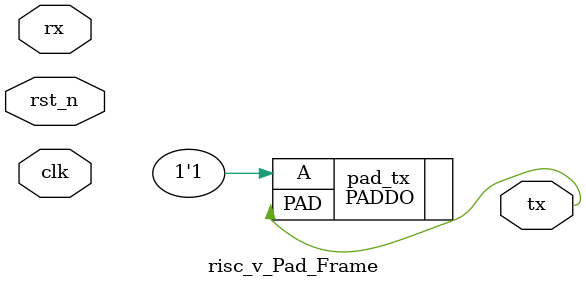
<source format=v>
/*
###############################################################
#  Generated by:      Cadence Innovus 21.12-s106_1
#  OS:                Linux x86_64(Host ID iteso-server)
#  Generated on:      Wed Nov 29 03:32:58 2023
#  Design:            risc_v_Pad_Frame
#  Command:           saveNetlist risc_v_Pad_Frame.v
###############################################################
*/
module risc_v_Pad_Frame (
	clk, 
	rst_n, 
	rx, 
	tx);
   input clk;
   input rst_n;
   input rx;
   output tx;

   // Internal wires
   wire FE_PHN153_risc_v_top_i_id_ex_datapath_out_30;
   wire FE_PHN152_risc_v_top_i_id_ex_datapath_out_28;
   wire FE_PHN151_risc_v_top_i_ex_mem_datapath_out_80;
   wire FE_PHN150_risc_v_top_i_id_ex_datapath_out_15;
   wire FE_PHN149_risc_v_top_i_id_ex_datapath_out_10;
   wire FE_PHN148_risc_v_top_i_ex_mem_datapath_out_82;
   wire FE_PHN147_risc_v_top_i_id_ex_datapath_out_29;
   wire FE_PHN146_risc_v_top_i_id_ex_datapath_out_18;
   wire FE_PHN145_risc_v_top_i_id_ex_datapath_out_19;
   wire FE_PHN144_risc_v_top_i_id_ex_datapath_out_9;
   wire FE_PHN143_risc_v_top_i_id_ex_datapath_out_24;
   wire FE_PHN142_risc_v_top_i_id_ex_datapath_out_6;
   wire FE_PHN141_risc_v_top_i_id_ex_datapath_out_31;
   wire FE_PHN140_risc_v_top_i_id_ex_datapath_out_25;
   wire FE_PHN139_risc_v_top_i_ex_mem_datapath_out_70;
   wire FE_PHN138_risc_v_top_i_n_36466;
   wire FE_PHN137_risc_v_top_i_id_ex_datapath_out_4;
   wire FE_PHN136_risc_v_top_i_id_ex_datapath_out_23;
   wire FE_PHN135_risc_v_top_i_id_ex_datapath_out_20;
   wire FE_PHN134_risc_v_top_i_ex_mem_datapath_out_85;
   wire FE_PHN133_risc_v_top_i_id_ex_datapath_out_27;
   wire FE_PHN132_risc_v_top_i_ex_mem_datapath_out_88;
   wire FE_PHN131_risc_v_top_i_id_ex_datapath_out_21;
   wire FE_PHN130_risc_v_top_i_id_ex_datapath_out_11;
   wire FE_PHN129_risc_v_top_i_id_ex_datapath_out_3;
   wire FE_PHN128_risc_v_top_i_id_ex_datapath_out_12;
   wire FE_PHN127_risc_v_top_i_ex_mem_datapath_out_69;
   wire FE_PHN126_risc_v_top_i_ex_mem_datapath_out_75;
   wire FE_PHN125_risc_v_top_i_ex_mem_datapath_out_21;
   wire FE_PHN124_risc_v_top_i_id_ex_datapath_out_17;
   wire FE_PHN123_risc_v_top_i_id_ex_datapath_out_2;
   wire FE_PHN122_risc_v_top_i_if_id_datapath_out_3;
   wire FE_PHN121_risc_v_top_i_ex_mem_datapath_out_86;
   wire FE_PHN120_risc_v_top_i_ex_mem_datapath_out_96;
   wire FE_PHN119_risc_v_top_i_id_ex_datapath_out_22;
   wire FE_PHN118_risc_v_top_i_ex_mem_datapath_out_77;
   wire FE_PHN117_risc_v_top_i_if_id_datapath_out_2;
   wire FE_PHN116_risc_v_top_i_ex_mem_datapath_out_72;
   wire FE_PHN115_risc_v_top_i_ex_mem_datapath_out_89;
   wire FE_PHN114_risc_v_top_i_ex_mem_datapath_out_74;
   wire FE_PHN113_risc_v_top_i_ex_mem_datapath_out_91;
   wire FE_PHN112_risc_v_top_i_ex_mem_datapath_out_83;
   wire FE_PHN111_risc_v_top_i_ex_mem_datapath_out_2;
   wire FE_PHN110_risc_v_top_i_ex_mem_datapath_out_92;
   wire FE_PHN109_risc_v_top_i_if_id_datapath_out_30;
   wire FE_PHN108_risc_v_top_i_n_36402;
   wire FE_PHN107_risc_v_top_i_uart_IP_module_rx_flag;
   wire FE_PHN106_risc_v_top_i_ex_mem_datapath_out_68;
   wire FE_PHN105_risc_v_top_i_ex_mem_datapath_out_94;
   wire FE_PHN104_risc_v_top_i_ex_mem_datapath_out_87;
   wire FE_PHN103_risc_v_top_i_ex_mem_datapath_out_79;
   wire FE_PHN102_risc_v_top_i_ex_mem_datapath_out_67;
   wire FE_PHN101_risc_v_top_i_ex_mem_datapath_out_78;
   wire FE_PHN100_risc_v_top_i_ex_mem_datapath_out_84;
   wire FE_PHN99_risc_v_top_i_ex_mem_datapath_out_90;
   wire FE_PHN98_risc_v_top_i_ex_mem_datapath_out_76;
   wire FE_PHN97_risc_v_top_i_ex_mem_datapath_out_30;
   wire FE_PHN96_risc_v_top_i_uart_IP_module_rx_data_0;
   wire FE_PHN95_risc_v_top_i_ex_mem_datapath_out_71;
   wire FE_PHN94_risc_v_top_i_ex_mem_datapath_out_81;
   wire FE_PHN93_risc_v_top_i_uart_IP_module_rx_data_4;
   wire FE_PHN92_risc_v_top_i_uart_IP_module_rx_data_5;
   wire FE_PHN91_risc_v_top_i_if_id_datapath_out_27;
   wire FE_PHN90_risc_v_top_i_if_id_datapath_out_10;
   wire FE_PHN89_risc_v_top_i_uart_IP_module_rx_data_3;
   wire FE_PHN88_risc_v_top_i_if_id_datapath_out_22;
   wire FE_PHN87_risc_v_top_i_if_id_datapath_out_8;
   wire FE_PHN86_risc_v_top_i_ex_mem_datapath_out_28;
   wire FE_PHN85_risc_v_top_i_if_id_datapath_out_18;
   wire FE_PHN84_risc_v_top_i_ex_mem_datapath_out_12;
   wire FE_PHN83_risc_v_top_i_uart_IP_module_uart_tx_finish;
   wire FE_PHN82_risc_v_top_i_if_id_datapath_out_5;
   wire FE_PHN81_risc_v_top_i_if_id_datapath_out_13;
   wire FE_PHN80_risc_v_top_i_ex_mem_datapath_out_4;
   wire FE_PHN79_risc_v_top_i_if_id_datapath_out_26;
   wire FE_PHN78_risc_v_top_i_if_id_datapath_out_20;
   wire FE_PHN77_risc_v_top_i_if_id_datapath_out_17;
   wire FE_PHN76_risc_v_top_i_if_id_datapath_out_11;
   wire FE_PHN75_risc_v_top_i_if_id_datapath_out_12;
   wire FE_PHN74_risc_v_top_i_if_id_datapath_out_29;
   wire FE_PHN73_risc_v_top_i_ex_mem_datapath_out_9;
   wire FE_PHN72_risc_v_top_i_uart_IP_module_rx_data_1;
   wire FE_PHN71_risc_v_top_i_if_id_datapath_out_19;
   wire FE_PHN70_risc_v_top_i_ex_mem_datapath_out_7;
   wire FE_PHN69_risc_v_top_i_ex_mem_datapath_out_29;
   wire FE_PHN68_risc_v_top_i_ex_mem_datapath_out_73;
   wire FE_PHN67_risc_v_top_i_ex_mem_datapath_out_8;
   wire FE_PHN66_risc_v_top_i_if_id_datapath_out_28;
   wire FE_PHN65_risc_v_top_i_ex_mem_datapath_out_20;
   wire FE_PHN64_risc_v_top_i_if_id_datapath_out_24;
   wire FE_PHN63_risc_v_top_i_if_id_datapath_out_4;
   wire FE_PHN62_risc_v_top_i_if_id_datapath_out_14;
   wire FE_PHN61_risc_v_top_i_if_id_datapath_out_16;
   wire FE_PHN60_risc_v_top_i_if_id_datapath_out_23;
   wire FE_PHN59_risc_v_top_i_if_id_datapath_out_15;
   wire FE_PHN58_risc_v_top_i_ex_mem_datapath_out_15;
   wire FE_PHN57_risc_v_top_i_ex_mem_datapath_out_31;
   wire FE_PHN56_risc_v_top_i_ex_mem_datapath_out_17;
   wire FE_PHN55_risc_v_top_i_if_id_datapath_out_31;
   wire FE_PHN54_risc_v_top_i_ex_mem_datapath_out_14;
   wire FE_PHN53_risc_v_top_i_ex_mem_datapath_out_3;
   wire FE_PHN52_risc_v_top_i_ex_mem_datapath_out_19;
   wire FE_PHN51_risc_v_top_i_ex_mem_datapath_out_6;
   wire FE_PHN50_risc_v_top_i_ex_mem_datapath_out_26;
   wire FE_PHN49_risc_v_top_i_ex_mem_datapath_out_18;
   wire FE_PHN48_risc_v_top_i_if_id_datapath_out_21;
   wire FE_PHN47_risc_v_top_i_ex_mem_datapath_out_93;
   wire FE_PHN46_risc_v_top_i_ex_mem_datapath_out_10;
   wire FE_PHN45_risc_v_top_i_ex_mem_datapath_out_27;
   wire FE_PHN44_risc_v_top_i_ex_mem_datapath_out_16;
   wire FE_PHN43_risc_v_top_i_ex_mem_datapath_out_24;
   wire FE_PHN42_risc_v_top_i_ex_mem_datapath_out_25;
   wire FE_PHN41_risc_v_top_i_if_id_datapath_out_6;
   wire FE_PHN40_risc_v_top_i_ex_mem_datapath_out_23;
   wire FE_PHN39_risc_v_top_i_ex_mem_datapath_out_22;
   wire FE_PHN38_risc_v_top_i_ex_mem_datapath_out_5;
   wire FE_PHN37_risc_v_top_i_ex_mem_datapath_out_11;
   wire FE_PHN36_risc_v_top_i_if_id_datapath_out_9;
   wire FE_PHN35_risc_v_top_i_uart_IP_module_rx_data_6;
   wire FE_PHN34_risc_v_top_i_uart_IP_module_rx_data_7;
   wire FE_PHN33_risc_v_top_i_ex_mem_datapath_out_13;
   wire FE_PHN32_risc_v_top_i_if_id_datapath_out_25;
   wire FE_PHN31_risc_v_top_i_uart_IP_module_rx_data_2;
   wire FE_PHN30_risc_v_top_i_if_id_datapath_out_7;
   wire FE_OFN29_n;
   wire FE_OFN28_n;
   wire FE_OFN27_n;
   wire FE_OFN26_rst_n_w;
   wire FE_OFN25_rst_n_w;
   wire FE_OFN24_rst_n_w;
   wire FE_OFN23_risc_v_top_i_n_33251;
   wire FE_OFN22_risc_v_top_i_id_ex_controlpath_out_0;
   wire FE_OFN21_risc_v_top_i_id_ex_controlpath_out_0;
   wire FE_OFN20_FE_OFN8_rst_n_w;
   wire FE_OFN19_FE_OFN8_rst_n_w;
   wire FE_OFN18_FE_OFN8_rst_n_w;
   wire FE_OFN17_FE_OFN8_rst_n_w;
   wire FE_OFN16_FE_OFN9_rst_n_w;
   wire FE_OFN15_FE_OFN9_rst_n_w;
   wire FE_OFN14_FE_OFN9_rst_n_w;
   wire FE_OFN13_FE_OFN9_rst_n_w;
   wire FE_OFN12_FE_OFN9_rst_n_w;
   wire FE_OFN11_rst_n_w;
   wire FE_OFN10_rst_n_w;
   wire FE_OFN8_rst_n_w;
   wire FE_OFN7_rst_n_w;
   wire FE_OFN6_rst_n_w;
   wire FE_OFN5_rst_n_w;
   wire FE_OFN4_rst_n_w;
   wire FE_OFN3_rst_n_w;
   wire FE_OFN2_rst_n_w;
   wire FE_OFN1_rst_n_w;
   wire FE_OFN0_rst_n_w;
   wire CTS_37;
   wire CTS_36;
   wire CTS_35;
   wire CTS_34;
   wire CTS_33;
   wire CTS_32;
   wire CTS_31;
   wire CTS_30;
   wire CTS_29;
   wire CTS_28;
   wire CTS_27;
   wire CTS_39;
   wire CTS_38;
   wire CTS_24;
   wire CTS_23;
   wire CTS_22;
   wire CTS_21;
   wire CTS_20;
   wire CTS_19;
   wire CTS_18;
   wire CTS_17;
   wire CTS_16;
   wire CTS_15;
   wire CTS_14;
   wire CTS_26;
   wire CTS_25;
   wire CTS_11;
   wire CTS_10;
   wire CTS_9;
   wire CTS_8;
   wire CTS_7;
   wire CTS_6;
   wire CTS_5;
   wire CTS_4;
   wire CTS_3;
   wire CTS_2;
   wire CTS_1;
   wire CTS_13;
   wire CTS_12;
   wire [192:0] risc_v_top_i_id_ex_datapath_out;
   wire [205:0] risc_v_top_i_ex_mem_datapath_out;
   wire [13:0] risc_v_top_i_id_ex_controlpath_out;
   wire [63:0] risc_v_top_i_if_id_datapath_out;
   wire [31:0] risc_v_top_i_pc_out;
   wire [132:0] risc_v_top_i_mem_wb_datapath_out;
   wire [31:0] \risc_v_top_i_uart_IP_module_uart_val[3] ;
   wire [7:0] risc_v_top_i_uart_IP_module_rx_data;
   wire [31:0] \risc_v_top_i_uart_IP_module_uart_val[4] ;
   wire [31:0] \risc_v_top_i_uart_IP_module_uart_val[5] ;
   wire [31:0] \risc_v_top_i_uart_IP_module_uart_val[7] ;
   wire [12:0] risc_v_top_i_uart_IP_module_UART_full_duplex_rx_uart_BR_pulse_count;
   wire [3:0] risc_v_top_i_uart_IP_module_UART_full_duplex_rx_uart_count_bits_w;
   wire [2:0] risc_v_top_i_uart_IP_module_UART_full_duplex_rx_uart_FSM_Rx_Rx_state;
   wire [8:0] risc_v_top_i_uart_IP_module_UART_full_duplex_rx_uart_Q_SR_w;
   wire [17:0] risc_v_top_i_uart_IP_module_UART_full_duplex_tx_uart_delay_5ms_cuenta;
   wire UNCONNECTED;
   wire UNCONNECTED0;
   wire UNCONNECTED1;
   wire UNCONNECTED2;
   wire UNCONNECTED3;
   wire UNCONNECTED4;
   wire UNCONNECTED5;
   wire UNCONNECTED6;
   wire UNCONNECTED7;
   wire UNCONNECTED8;
   wire UNCONNECTED9;
   wire UNCONNECTED10;
   wire UNCONNECTED11;
   wire UNCONNECTED12;
   wire UNCONNECTED13;
   wire UNCONNECTED14;
   wire UNCONNECTED15;
   wire UNCONNECTED16;
   wire UNCONNECTED17;
   wire UNCONNECTED18;
   wire UNCONNECTED19;
   wire UNCONNECTED20;
   wire UNCONNECTED21;
   wire UNCONNECTED22;
   wire UNCONNECTED23;
   wire UNCONNECTED24;
   wire UNCONNECTED25;
   wire UNCONNECTED26;
   wire UNCONNECTED27;
   wire UNCONNECTED28;
   wire UNCONNECTED29;
   wire UNCONNECTED30;
   wire UNCONNECTED31;
   wire UNCONNECTED32;
   wire UNCONNECTED33;
   wire UNCONNECTED34;
   wire UNCONNECTED35;
   wire UNCONNECTED36;
   wire UNCONNECTED37;
   wire UNCONNECTED38;
   wire UNCONNECTED39;
   wire UNCONNECTED40;
   wire UNCONNECTED41;
   wire UNCONNECTED42;
   wire UNCONNECTED43;
   wire UNCONNECTED44;
   wire UNCONNECTED45;
   wire UNCONNECTED46;
   wire UNCONNECTED47;
   wire UNCONNECTED48;
   wire UNCONNECTED49;
   wire UNCONNECTED50;
   wire UNCONNECTED51;
   wire UNCONNECTED52;
   wire UNCONNECTED53;
   wire UNCONNECTED54;
   wire UNCONNECTED55;
   wire UNCONNECTED56;
   wire UNCONNECTED57;
   wire UNCONNECTED58;
   wire UNCONNECTED59;
   wire UNCONNECTED60;
   wire UNCONNECTED61;
   wire UNCONNECTED62;
   wire UNCONNECTED63;
   wire UNCONNECTED64;
   wire UNCONNECTED65;
   wire UNCONNECTED66;
   wire UNCONNECTED67;
   wire UNCONNECTED68;
   wire UNCONNECTED69;
   wire UNCONNECTED70;
   wire UNCONNECTED71;
   wire UNCONNECTED72;
   wire UNCONNECTED73;
   wire UNCONNECTED74;
   wire UNCONNECTED75;
   wire UNCONNECTED76;
   wire UNCONNECTED77;
   wire UNCONNECTED78;
   wire UNCONNECTED79;
   wire UNCONNECTED80;
   wire UNCONNECTED81;
   wire UNCONNECTED82;
   wire UNCONNECTED83;
   wire UNCONNECTED84;
   wire UNCONNECTED85;
   wire UNCONNECTED86;
   wire UNCONNECTED87;
   wire UNCONNECTED88;
   wire UNCONNECTED89;
   wire UNCONNECTED90;
   wire UNCONNECTED91;
   wire UNCONNECTED92;
   wire UNCONNECTED93;
   wire UNCONNECTED94;
   wire UNCONNECTED95;
   wire UNCONNECTED96;
   wire UNCONNECTED97;
   wire UNCONNECTED98;
   wire UNCONNECTED99;
   wire UNCONNECTED100;
   wire UNCONNECTED101;
   wire UNCONNECTED102;
   wire UNCONNECTED103;
   wire UNCONNECTED104;
   wire UNCONNECTED105;
   wire UNCONNECTED106;
   wire UNCONNECTED107;
   wire UNCONNECTED108;
   wire UNCONNECTED109;
   wire UNCONNECTED110;
   wire UNCONNECTED111;
   wire UNCONNECTED112;
   wire UNCONNECTED113;
   wire UNCONNECTED114;
   wire UNCONNECTED115;
   wire UNCONNECTED116;
   wire UNCONNECTED117;
   wire UNCONNECTED118;
   wire UNCONNECTED119;
   wire UNCONNECTED120;
   wire UNCONNECTED121;
   wire UNCONNECTED122;
   wire UNCONNECTED123;
   wire UNCONNECTED124;
   wire UNCONNECTED125;
   wire UNCONNECTED126;
   wire UNCONNECTED127;
   wire UNCONNECTED128;
   wire UNCONNECTED129;
   wire UNCONNECTED130;
   wire UNCONNECTED131;
   wire UNCONNECTED132;
   wire UNCONNECTED133;
   wire UNCONNECTED134;
   wire UNCONNECTED135;
   wire UNCONNECTED136;
   wire UNCONNECTED137;
   wire UNCONNECTED138;
   wire UNCONNECTED139;
   wire UNCONNECTED140;
   wire UNCONNECTED141;
   wire UNCONNECTED142;
   wire UNCONNECTED143;
   wire UNCONNECTED144;
   wire UNCONNECTED145;
   wire UNCONNECTED146;
   wire UNCONNECTED147;
   wire UNCONNECTED148;
   wire UNCONNECTED149;
   wire UNCONNECTED150;
   wire UNCONNECTED151;
   wire UNCONNECTED152;
   wire UNCONNECTED153;
   wire UNCONNECTED154;
   wire UNCONNECTED155;
   wire UNCONNECTED156;
   wire UNCONNECTED157;
   wire UNCONNECTED158;
   wire UNCONNECTED159;
   wire UNCONNECTED160;
   wire UNCONNECTED161;
   wire UNCONNECTED162;
   wire UNCONNECTED163;
   wire UNCONNECTED164;
   wire UNCONNECTED165;
   wire UNCONNECTED166;
   wire UNCONNECTED167;
   wire UNCONNECTED168;
   wire UNCONNECTED169;
   wire UNCONNECTED170;
   wire UNCONNECTED171;
   wire UNCONNECTED172;
   wire UNCONNECTED173;
   wire UNCONNECTED174;
   wire UNCONNECTED175;
   wire UNCONNECTED176;
   wire UNCONNECTED177;
   wire UNCONNECTED178;
   wire UNCONNECTED179;
   wire UNCONNECTED180;
   wire UNCONNECTED181;
   wire UNCONNECTED182;
   wire UNCONNECTED183;
   wire UNCONNECTED184;
   wire UNCONNECTED185;
   wire UNCONNECTED186;
   wire UNCONNECTED187;
   wire UNCONNECTED188;
   wire UNCONNECTED189;
   wire UNCONNECTED190;
   wire UNCONNECTED191;
   wire UNCONNECTED192;
   wire UNCONNECTED193;
   wire UNCONNECTED194;
   wire UNCONNECTED195;
   wire UNCONNECTED196;
   wire UNCONNECTED197;
   wire UNCONNECTED198;
   wire UNCONNECTED199;
   wire UNCONNECTED200;
   wire UNCONNECTED201;
   wire UNCONNECTED202;
   wire UNCONNECTED203;
   wire UNCONNECTED204;
   wire UNCONNECTED205;
   wire UNCONNECTED206;
   wire UNCONNECTED207;
   wire UNCONNECTED208;
   wire UNCONNECTED209;
   wire UNCONNECTED210;
   wire UNCONNECTED211;
   wire UNCONNECTED212;
   wire UNCONNECTED213;
   wire UNCONNECTED214;
   wire UNCONNECTED215;
   wire UNCONNECTED216;
   wire UNCONNECTED217;
   wire UNCONNECTED218;
   wire UNCONNECTED219;
   wire UNCONNECTED220;
   wire UNCONNECTED221;
   wire UNCONNECTED222;
   wire UNCONNECTED223;
   wire UNCONNECTED224;
   wire UNCONNECTED225;
   wire UNCONNECTED226;
   wire UNCONNECTED227;
   wire UNCONNECTED228;
   wire UNCONNECTED229;
   wire UNCONNECTED230;
   wire UNCONNECTED231;
   wire UNCONNECTED232;
   wire UNCONNECTED233;
   wire UNCONNECTED234;
   wire UNCONNECTED235;
   wire UNCONNECTED236;
   wire UNCONNECTED237;
   wire UNCONNECTED238;
   wire UNCONNECTED239;
   wire UNCONNECTED240;
   wire UNCONNECTED241;
   wire UNCONNECTED242;
   wire UNCONNECTED243;
   wire UNCONNECTED244;
   wire UNCONNECTED245;
   wire UNCONNECTED246;
   wire UNCONNECTED247;
   wire UNCONNECTED248;
   wire UNCONNECTED249;
   wire UNCONNECTED250;
   wire UNCONNECTED251;
   wire UNCONNECTED252;
   wire UNCONNECTED253;
   wire UNCONNECTED254;
   wire UNCONNECTED255;
   wire UNCONNECTED256;
   wire UNCONNECTED257;
   wire UNCONNECTED258;
   wire UNCONNECTED259;
   wire UNCONNECTED260;
   wire UNCONNECTED261;
   wire UNCONNECTED262;
   wire UNCONNECTED263;
   wire UNCONNECTED264;
   wire UNCONNECTED265;
   wire UNCONNECTED266;
   wire UNCONNECTED267;
   wire UNCONNECTED268;
   wire UNCONNECTED269;
   wire UNCONNECTED270;
   wire UNCONNECTED271;
   wire UNCONNECTED272;
   wire UNCONNECTED273;
   wire UNCONNECTED274;
   wire UNCONNECTED275;
   wire UNCONNECTED276;
   wire UNCONNECTED277;
   wire UNCONNECTED278;
   wire UNCONNECTED279;
   wire UNCONNECTED280;
   wire UNCONNECTED281;
   wire UNCONNECTED282;
   wire UNCONNECTED283;
   wire UNCONNECTED284;
   wire UNCONNECTED285;
   wire UNCONNECTED286;
   wire UNCONNECTED287;
   wire UNCONNECTED288;
   wire UNCONNECTED289;
   wire UNCONNECTED290;
   wire UNCONNECTED291;
   wire UNCONNECTED292;
   wire UNCONNECTED293;
   wire UNCONNECTED294;
   wire UNCONNECTED295;
   wire UNCONNECTED296;
   wire UNCONNECTED297;
   wire UNCONNECTED298;
   wire UNCONNECTED299;
   wire UNCONNECTED300;
   wire UNCONNECTED301;
   wire UNCONNECTED302;
   wire UNCONNECTED303;
   wire UNCONNECTED304;
   wire UNCONNECTED305;
   wire UNCONNECTED306;
   wire UNCONNECTED307;
   wire UNCONNECTED308;
   wire UNCONNECTED309;
   wire UNCONNECTED310;
   wire UNCONNECTED311;
   wire UNCONNECTED312;
   wire UNCONNECTED313;
   wire UNCONNECTED314;
   wire UNCONNECTED315;
   wire UNCONNECTED316;
   wire UNCONNECTED317;
   wire UNCONNECTED318;
   wire UNCONNECTED319;
   wire UNCONNECTED320;
   wire UNCONNECTED321;
   wire UNCONNECTED322;
   wire UNCONNECTED323;
   wire UNCONNECTED324;
   wire UNCONNECTED325;
   wire UNCONNECTED326;
   wire UNCONNECTED327;
   wire UNCONNECTED328;
   wire UNCONNECTED329;
   wire UNCONNECTED330;
   wire UNCONNECTED331;
   wire UNCONNECTED332;
   wire UNCONNECTED333;
   wire UNCONNECTED334;
   wire UNCONNECTED335;
   wire UNCONNECTED336;
   wire UNCONNECTED337;
   wire UNCONNECTED338;
   wire UNCONNECTED339;
   wire UNCONNECTED340;
   wire UNCONNECTED341;
   wire UNCONNECTED342;
   wire UNCONNECTED343;
   wire UNCONNECTED344;
   wire UNCONNECTED345;
   wire UNCONNECTED346;
   wire UNCONNECTED347;
   wire UNCONNECTED348;
   wire UNCONNECTED349;
   wire UNCONNECTED350;
   wire UNCONNECTED351;
   wire UNCONNECTED352;
   wire UNCONNECTED353;
   wire UNCONNECTED354;
   wire UNCONNECTED355;
   wire UNCONNECTED356;
   wire UNCONNECTED357;
   wire UNCONNECTED358;
   wire UNCONNECTED359;
   wire UNCONNECTED360;
   wire UNCONNECTED361;
   wire UNCONNECTED362;
   wire UNCONNECTED363;
   wire UNCONNECTED364;
   wire UNCONNECTED365;
   wire UNCONNECTED366;
   wire UNCONNECTED367;
   wire UNCONNECTED368;
   wire UNCONNECTED369;
   wire UNCONNECTED370;
   wire UNCONNECTED371;
   wire UNCONNECTED372;
   wire UNCONNECTED373;
   wire UNCONNECTED374;
   wire UNCONNECTED375;
   wire UNCONNECTED376;
   wire UNCONNECTED377;
   wire UNCONNECTED378;
   wire UNCONNECTED379;
   wire UNCONNECTED380;
   wire UNCONNECTED381;
   wire UNCONNECTED382;
   wire UNCONNECTED383;
   wire UNCONNECTED384;
   wire UNCONNECTED385;
   wire UNCONNECTED386;
   wire UNCONNECTED387;
   wire UNCONNECTED388;
   wire UNCONNECTED389;
   wire UNCONNECTED390;
   wire UNCONNECTED391;
   wire UNCONNECTED392;
   wire UNCONNECTED393;
   wire UNCONNECTED394;
   wire UNCONNECTED395;
   wire UNCONNECTED396;
   wire UNCONNECTED397;
   wire UNCONNECTED398;
   wire UNCONNECTED399;
   wire UNCONNECTED400;
   wire UNCONNECTED401;
   wire UNCONNECTED402;
   wire UNCONNECTED403;
   wire UNCONNECTED404;
   wire UNCONNECTED405;
   wire UNCONNECTED406;
   wire UNCONNECTED407;
   wire UNCONNECTED408;
   wire UNCONNECTED409;
   wire UNCONNECTED410;
   wire UNCONNECTED411;
   wire UNCONNECTED412;
   wire UNCONNECTED413;
   wire UNCONNECTED414;
   wire UNCONNECTED415;
   wire UNCONNECTED416;
   wire UNCONNECTED417;
   wire UNCONNECTED418;
   wire UNCONNECTED419;
   wire UNCONNECTED420;
   wire UNCONNECTED421;
   wire UNCONNECTED422;
   wire UNCONNECTED423;
   wire UNCONNECTED424;
   wire UNCONNECTED425;
   wire UNCONNECTED426;
   wire UNCONNECTED427;
   wire UNCONNECTED428;
   wire UNCONNECTED429;
   wire UNCONNECTED430;
   wire UNCONNECTED431;
   wire UNCONNECTED432;
   wire UNCONNECTED433;
   wire UNCONNECTED434;
   wire UNCONNECTED435;
   wire UNCONNECTED436;
   wire UNCONNECTED437;
   wire UNCONNECTED438;
   wire UNCONNECTED439;
   wire UNCONNECTED440;
   wire UNCONNECTED441;
   wire UNCONNECTED442;
   wire UNCONNECTED443;
   wire UNCONNECTED444;
   wire UNCONNECTED445;
   wire UNCONNECTED446;
   wire UNCONNECTED447;
   wire UNCONNECTED448;
   wire UNCONNECTED449;
   wire UNCONNECTED450;
   wire UNCONNECTED451;
   wire UNCONNECTED452;
   wire UNCONNECTED453;
   wire UNCONNECTED454;
   wire UNCONNECTED455;
   wire UNCONNECTED456;
   wire UNCONNECTED457;
   wire UNCONNECTED458;
   wire UNCONNECTED459;
   wire UNCONNECTED460;
   wire UNCONNECTED461;
   wire UNCONNECTED462;
   wire UNCONNECTED463;
   wire UNCONNECTED464;
   wire UNCONNECTED465;
   wire UNCONNECTED466;
   wire UNCONNECTED467;
   wire UNCONNECTED468;
   wire UNCONNECTED469;
   wire UNCONNECTED470;
   wire UNCONNECTED471;
   wire UNCONNECTED472;
   wire UNCONNECTED473;
   wire UNCONNECTED474;
   wire UNCONNECTED475;
   wire UNCONNECTED476;
   wire UNCONNECTED477;
   wire UNCONNECTED478;
   wire UNCONNECTED479;
   wire UNCONNECTED480;
   wire UNCONNECTED481;
   wire UNCONNECTED482;
   wire UNCONNECTED483;
   wire UNCONNECTED484;
   wire UNCONNECTED485;
   wire UNCONNECTED486;
   wire UNCONNECTED487;
   wire UNCONNECTED488;
   wire UNCONNECTED489;
   wire UNCONNECTED490;
   wire UNCONNECTED491;
   wire UNCONNECTED492;
   wire UNCONNECTED493;
   wire UNCONNECTED494;
   wire UNCONNECTED495;
   wire UNCONNECTED496;
   wire UNCONNECTED497;
   wire UNCONNECTED498;
   wire UNCONNECTED499;
   wire UNCONNECTED500;
   wire UNCONNECTED501;
   wire UNCONNECTED502;
   wire UNCONNECTED503;
   wire UNCONNECTED504;
   wire UNCONNECTED505;
   wire UNCONNECTED506;
   wire UNCONNECTED507;
   wire UNCONNECTED508;
   wire UNCONNECTED509;
   wire UNCONNECTED510;
   wire UNCONNECTED511;
   wire UNCONNECTED512;
   wire UNCONNECTED513;
   wire UNCONNECTED514;
   wire UNCONNECTED515;
   wire UNCONNECTED516;
   wire UNCONNECTED517;
   wire UNCONNECTED518;
   wire UNCONNECTED519;
   wire UNCONNECTED520;
   wire UNCONNECTED521;
   wire UNCONNECTED522;
   wire UNCONNECTED523;
   wire UNCONNECTED524;
   wire UNCONNECTED525;
   wire UNCONNECTED526;
   wire UNCONNECTED527;
   wire UNCONNECTED528;
   wire UNCONNECTED529;
   wire UNCONNECTED530;
   wire UNCONNECTED531;
   wire UNCONNECTED532;
   wire UNCONNECTED533;
   wire UNCONNECTED534;
   wire UNCONNECTED535;
   wire UNCONNECTED536;
   wire UNCONNECTED537;
   wire UNCONNECTED538;
   wire UNCONNECTED539;
   wire UNCONNECTED540;
   wire UNCONNECTED541;
   wire UNCONNECTED542;
   wire UNCONNECTED543;
   wire UNCONNECTED544;
   wire UNCONNECTED545;
   wire UNCONNECTED546;
   wire UNCONNECTED547;
   wire UNCONNECTED548;
   wire UNCONNECTED549;
   wire UNCONNECTED550;
   wire UNCONNECTED551;
   wire UNCONNECTED552;
   wire UNCONNECTED553;
   wire UNCONNECTED554;
   wire UNCONNECTED555;
   wire UNCONNECTED556;
   wire UNCONNECTED557;
   wire UNCONNECTED558;
   wire UNCONNECTED559;
   wire UNCONNECTED560;
   wire UNCONNECTED561;
   wire UNCONNECTED562;
   wire UNCONNECTED563;
   wire UNCONNECTED564;
   wire UNCONNECTED565;
   wire UNCONNECTED566;
   wire UNCONNECTED567;
   wire UNCONNECTED568;
   wire UNCONNECTED569;
   wire UNCONNECTED570;
   wire UNCONNECTED571;
   wire UNCONNECTED572;
   wire UNCONNECTED573;
   wire UNCONNECTED574;
   wire UNCONNECTED575;
   wire UNCONNECTED576;
   wire UNCONNECTED577;
   wire UNCONNECTED578;
   wire UNCONNECTED579;
   wire UNCONNECTED580;
   wire UNCONNECTED581;
   wire UNCONNECTED582;
   wire UNCONNECTED583;
   wire UNCONNECTED584;
   wire UNCONNECTED585;
   wire UNCONNECTED586;
   wire UNCONNECTED587;
   wire UNCONNECTED588;
   wire UNCONNECTED589;
   wire UNCONNECTED590;
   wire UNCONNECTED591;
   wire UNCONNECTED592;
   wire UNCONNECTED593;
   wire UNCONNECTED594;
   wire UNCONNECTED595;
   wire UNCONNECTED596;
   wire UNCONNECTED597;
   wire UNCONNECTED598;
   wire UNCONNECTED599;
   wire UNCONNECTED600;
   wire UNCONNECTED601;
   wire UNCONNECTED602;
   wire UNCONNECTED603;
   wire UNCONNECTED604;
   wire UNCONNECTED605;
   wire UNCONNECTED606;
   wire UNCONNECTED607;
   wire UNCONNECTED608;
   wire UNCONNECTED609;
   wire UNCONNECTED610;
   wire UNCONNECTED611;
   wire UNCONNECTED612;
   wire UNCONNECTED613;
   wire UNCONNECTED614;
   wire UNCONNECTED615;
   wire UNCONNECTED616;
   wire UNCONNECTED617;
   wire UNCONNECTED618;
   wire UNCONNECTED619;
   wire UNCONNECTED620;
   wire UNCONNECTED621;
   wire UNCONNECTED622;
   wire UNCONNECTED623;
   wire UNCONNECTED624;
   wire UNCONNECTED625;
   wire UNCONNECTED626;
   wire UNCONNECTED627;
   wire UNCONNECTED628;
   wire UNCONNECTED629;
   wire UNCONNECTED630;
   wire UNCONNECTED631;
   wire UNCONNECTED632;
   wire UNCONNECTED633;
   wire UNCONNECTED634;
   wire UNCONNECTED635;
   wire UNCONNECTED636;
   wire UNCONNECTED637;
   wire UNCONNECTED638;
   wire UNCONNECTED639;
   wire UNCONNECTED640;
   wire UNCONNECTED641;
   wire UNCONNECTED642;
   wire UNCONNECTED643;
   wire UNCONNECTED644;
   wire UNCONNECTED645;
   wire UNCONNECTED646;
   wire UNCONNECTED647;
   wire UNCONNECTED648;
   wire UNCONNECTED649;
   wire UNCONNECTED650;
   wire UNCONNECTED651;
   wire UNCONNECTED652;
   wire UNCONNECTED653;
   wire UNCONNECTED654;
   wire UNCONNECTED655;
   wire UNCONNECTED656;
   wire UNCONNECTED657;
   wire UNCONNECTED658;
   wire UNCONNECTED659;
   wire UNCONNECTED660;
   wire UNCONNECTED661;
   wire UNCONNECTED662;
   wire UNCONNECTED663;
   wire UNCONNECTED664;
   wire UNCONNECTED665;
   wire UNCONNECTED666;
   wire UNCONNECTED667;
   wire UNCONNECTED668;
   wire UNCONNECTED669;
   wire UNCONNECTED670;
   wire UNCONNECTED671;
   wire UNCONNECTED672;
   wire UNCONNECTED673;
   wire UNCONNECTED674;
   wire UNCONNECTED675;
   wire UNCONNECTED676;
   wire UNCONNECTED677;
   wire UNCONNECTED678;
   wire UNCONNECTED679;
   wire UNCONNECTED680;
   wire UNCONNECTED681;
   wire UNCONNECTED682;
   wire UNCONNECTED683;
   wire UNCONNECTED684;
   wire UNCONNECTED685;
   wire UNCONNECTED686;
   wire UNCONNECTED687;
   wire UNCONNECTED688;
   wire UNCONNECTED689;
   wire UNCONNECTED690;
   wire UNCONNECTED691;
   wire UNCONNECTED692;
   wire UNCONNECTED693;
   wire UNCONNECTED694;
   wire UNCONNECTED695;
   wire UNCONNECTED696;
   wire UNCONNECTED697;
   wire UNCONNECTED698;
   wire UNCONNECTED699;
   wire UNCONNECTED700;
   wire UNCONNECTED701;
   wire UNCONNECTED702;
   wire UNCONNECTED703;
   wire UNCONNECTED704;
   wire UNCONNECTED705;
   wire UNCONNECTED706;
   wire UNCONNECTED707;
   wire UNCONNECTED708;
   wire UNCONNECTED709;
   wire UNCONNECTED710;
   wire UNCONNECTED711;
   wire UNCONNECTED712;
   wire UNCONNECTED713;
   wire UNCONNECTED714;
   wire UNCONNECTED715;
   wire UNCONNECTED716;
   wire UNCONNECTED717;
   wire UNCONNECTED718;
   wire UNCONNECTED719;
   wire UNCONNECTED720;
   wire UNCONNECTED721;
   wire UNCONNECTED722;
   wire UNCONNECTED723;
   wire UNCONNECTED724;
   wire UNCONNECTED725;
   wire UNCONNECTED726;
   wire UNCONNECTED727;
   wire UNCONNECTED728;
   wire UNCONNECTED729;
   wire UNCONNECTED730;
   wire UNCONNECTED731;
   wire UNCONNECTED732;
   wire UNCONNECTED733;
   wire UNCONNECTED734;
   wire UNCONNECTED735;
   wire UNCONNECTED736;
   wire UNCONNECTED737;
   wire UNCONNECTED738;
   wire UNCONNECTED739;
   wire UNCONNECTED740;
   wire UNCONNECTED741;
   wire UNCONNECTED742;
   wire UNCONNECTED743;
   wire UNCONNECTED744;
   wire UNCONNECTED745;
   wire UNCONNECTED746;
   wire UNCONNECTED747;
   wire UNCONNECTED748;
   wire UNCONNECTED749;
   wire UNCONNECTED750;
   wire UNCONNECTED751;
   wire UNCONNECTED752;
   wire UNCONNECTED753;
   wire UNCONNECTED754;
   wire UNCONNECTED755;
   wire UNCONNECTED756;
   wire UNCONNECTED757;
   wire UNCONNECTED758;
   wire UNCONNECTED759;
   wire UNCONNECTED760;
   wire UNCONNECTED761;
   wire UNCONNECTED762;
   wire UNCONNECTED763;
   wire UNCONNECTED764;
   wire UNCONNECTED765;
   wire UNCONNECTED766;
   wire UNCONNECTED767;
   wire UNCONNECTED768;
   wire UNCONNECTED769;
   wire UNCONNECTED770;
   wire UNCONNECTED771;
   wire UNCONNECTED772;
   wire UNCONNECTED773;
   wire UNCONNECTED774;
   wire UNCONNECTED775;
   wire UNCONNECTED776;
   wire UNCONNECTED777;
   wire UNCONNECTED778;
   wire UNCONNECTED779;
   wire UNCONNECTED780;
   wire UNCONNECTED781;
   wire UNCONNECTED782;
   wire UNCONNECTED783;
   wire UNCONNECTED784;
   wire UNCONNECTED785;
   wire UNCONNECTED786;
   wire UNCONNECTED787;
   wire UNCONNECTED788;
   wire UNCONNECTED789;
   wire UNCONNECTED790;
   wire UNCONNECTED791;
   wire UNCONNECTED792;
   wire UNCONNECTED793;
   wire UNCONNECTED794;
   wire UNCONNECTED795;
   wire UNCONNECTED796;
   wire UNCONNECTED797;
   wire UNCONNECTED798;
   wire UNCONNECTED799;
   wire UNCONNECTED800;
   wire UNCONNECTED801;
   wire UNCONNECTED802;
   wire UNCONNECTED803;
   wire UNCONNECTED804;
   wire UNCONNECTED805;
   wire UNCONNECTED806;
   wire UNCONNECTED807;
   wire UNCONNECTED808;
   wire UNCONNECTED809;
   wire UNCONNECTED810;
   wire UNCONNECTED811;
   wire UNCONNECTED812;
   wire UNCONNECTED813;
   wire UNCONNECTED814;
   wire UNCONNECTED815;
   wire UNCONNECTED816;
   wire UNCONNECTED817;
   wire UNCONNECTED818;
   wire UNCONNECTED819;
   wire UNCONNECTED820;
   wire UNCONNECTED821;
   wire UNCONNECTED822;
   wire UNCONNECTED823;
   wire UNCONNECTED824;
   wire UNCONNECTED825;
   wire UNCONNECTED826;
   wire UNCONNECTED827;
   wire UNCONNECTED828;
   wire UNCONNECTED829;
   wire UNCONNECTED830;
   wire UNCONNECTED831;
   wire UNCONNECTED832;
   wire UNCONNECTED833;
   wire UNCONNECTED834;
   wire UNCONNECTED835;
   wire UNCONNECTED836;
   wire UNCONNECTED837;
   wire UNCONNECTED838;
   wire UNCONNECTED839;
   wire UNCONNECTED840;
   wire UNCONNECTED841;
   wire UNCONNECTED842;
   wire UNCONNECTED843;
   wire UNCONNECTED844;
   wire UNCONNECTED845;
   wire UNCONNECTED846;
   wire UNCONNECTED847;
   wire UNCONNECTED848;
   wire UNCONNECTED849;
   wire UNCONNECTED850;
   wire UNCONNECTED851;
   wire UNCONNECTED852;
   wire UNCONNECTED853;
   wire UNCONNECTED854;
   wire UNCONNECTED855;
   wire UNCONNECTED856;
   wire UNCONNECTED857;
   wire UNCONNECTED858;
   wire UNCONNECTED859;
   wire UNCONNECTED860;
   wire UNCONNECTED861;
   wire UNCONNECTED862;
   wire UNCONNECTED863;
   wire UNCONNECTED864;
   wire UNCONNECTED865;
   wire UNCONNECTED866;
   wire UNCONNECTED867;
   wire UNCONNECTED868;
   wire UNCONNECTED869;
   wire UNCONNECTED870;
   wire UNCONNECTED871;
   wire UNCONNECTED872;
   wire UNCONNECTED873;
   wire UNCONNECTED874;
   wire UNCONNECTED875;
   wire UNCONNECTED876;
   wire UNCONNECTED877;
   wire UNCONNECTED878;
   wire UNCONNECTED879;
   wire UNCONNECTED880;
   wire UNCONNECTED881;
   wire UNCONNECTED882;
   wire UNCONNECTED883;
   wire UNCONNECTED884;
   wire UNCONNECTED885;
   wire UNCONNECTED886;
   wire UNCONNECTED887;
   wire UNCONNECTED888;
   wire UNCONNECTED889;
   wire UNCONNECTED890;
   wire UNCONNECTED891;
   wire UNCONNECTED892;
   wire UNCONNECTED893;
   wire UNCONNECTED894;
   wire UNCONNECTED895;
   wire UNCONNECTED896;
   wire UNCONNECTED897;
   wire UNCONNECTED898;
   wire UNCONNECTED899;
   wire UNCONNECTED900;
   wire UNCONNECTED901;
   wire UNCONNECTED902;
   wire UNCONNECTED903;
   wire UNCONNECTED904;
   wire UNCONNECTED905;
   wire UNCONNECTED906;
   wire UNCONNECTED907;
   wire UNCONNECTED908;
   wire UNCONNECTED909;
   wire UNCONNECTED910;
   wire UNCONNECTED911;
   wire UNCONNECTED912;
   wire UNCONNECTED913;
   wire UNCONNECTED914;
   wire UNCONNECTED915;
   wire UNCONNECTED916;
   wire UNCONNECTED917;
   wire UNCONNECTED918;
   wire UNCONNECTED919;
   wire UNCONNECTED920;
   wire UNCONNECTED921;
   wire UNCONNECTED922;
   wire UNCONNECTED923;
   wire UNCONNECTED924;
   wire UNCONNECTED925;
   wire UNCONNECTED926;
   wire UNCONNECTED927;
   wire UNCONNECTED928;
   wire UNCONNECTED929;
   wire UNCONNECTED930;
   wire UNCONNECTED931;
   wire UNCONNECTED932;
   wire UNCONNECTED933;
   wire UNCONNECTED934;
   wire UNCONNECTED935;
   wire UNCONNECTED936;
   wire UNCONNECTED937;
   wire UNCONNECTED938;
   wire UNCONNECTED939;
   wire UNCONNECTED940;
   wire UNCONNECTED941;
   wire UNCONNECTED942;
   wire UNCONNECTED943;
   wire UNCONNECTED944;
   wire UNCONNECTED945;
   wire UNCONNECTED946;
   wire UNCONNECTED947;
   wire UNCONNECTED948;
   wire UNCONNECTED949;
   wire UNCONNECTED950;
   wire UNCONNECTED951;
   wire UNCONNECTED952;
   wire UNCONNECTED953;
   wire UNCONNECTED954;
   wire UNCONNECTED955;
   wire UNCONNECTED956;
   wire UNCONNECTED957;
   wire UNCONNECTED958;
   wire UNCONNECTED959;
   wire UNCONNECTED960;
   wire UNCONNECTED961;
   wire UNCONNECTED962;
   wire UNCONNECTED963;
   wire UNCONNECTED964;
   wire UNCONNECTED965;
   wire UNCONNECTED966;
   wire UNCONNECTED967;
   wire UNCONNECTED968;
   wire UNCONNECTED969;
   wire UNCONNECTED970;
   wire UNCONNECTED971;
   wire UNCONNECTED972;
   wire UNCONNECTED973;
   wire UNCONNECTED974;
   wire UNCONNECTED975;
   wire UNCONNECTED976;
   wire UNCONNECTED977;
   wire UNCONNECTED978;
   wire UNCONNECTED979;
   wire UNCONNECTED980;
   wire UNCONNECTED981;
   wire UNCONNECTED982;
   wire UNCONNECTED983;
   wire UNCONNECTED984;
   wire UNCONNECTED985;
   wire UNCONNECTED986;
   wire UNCONNECTED987;
   wire UNCONNECTED988;
   wire UNCONNECTED989;
   wire UNCONNECTED990;
   wire UNCONNECTED991;
   wire UNCONNECTED992;
   wire UNCONNECTED993;
   wire UNCONNECTED994;
   wire UNCONNECTED995;
   wire UNCONNECTED996;
   wire UNCONNECTED997;
   wire UNCONNECTED998;
   wire UNCONNECTED999;
   wire UNCONNECTED1000;
   wire UNCONNECTED1001;
   wire UNCONNECTED1002;
   wire UNCONNECTED1003;
   wire UNCONNECTED1004;
   wire UNCONNECTED1005;
   wire UNCONNECTED1006;
   wire UNCONNECTED1007;
   wire UNCONNECTED1008;
   wire UNCONNECTED1009;
   wire UNCONNECTED1010;
   wire UNCONNECTED1011;
   wire UNCONNECTED1012;
   wire UNCONNECTED1013;
   wire UNCONNECTED1014;
   wire UNCONNECTED1015;
   wire UNCONNECTED1016;
   wire UNCONNECTED1017;
   wire UNCONNECTED1018;
   wire UNCONNECTED1019;
   wire UNCONNECTED1020;
   wire UNCONNECTED1021;
   wire UNCONNECTED1022;
   wire UNCONNECTED1023;
   wire UNCONNECTED1024;
   wire UNCONNECTED1025;
   wire UNCONNECTED1026;
   wire UNCONNECTED1027;
   wire UNCONNECTED1028;
   wire UNCONNECTED1029;
   wire UNCONNECTED1030;
   wire UNCONNECTED1031;
   wire UNCONNECTED1032;
   wire UNCONNECTED1033;
   wire UNCONNECTED1034;
   wire UNCONNECTED1035;
   wire UNCONNECTED1036;
   wire UNCONNECTED1037;
   wire UNCONNECTED1038;
   wire UNCONNECTED1039;
   wire UNCONNECTED1040;
   wire UNCONNECTED1041;
   wire UNCONNECTED1042;
   wire UNCONNECTED1043;
   wire UNCONNECTED1044;
   wire UNCONNECTED1045;
   wire UNCONNECTED1046;
   wire UNCONNECTED1047;
   wire UNCONNECTED1048;
   wire UNCONNECTED1049;
   wire UNCONNECTED1050;
   wire UNCONNECTED1051;
   wire UNCONNECTED1052;
   wire UNCONNECTED1053;
   wire UNCONNECTED1054;
   wire UNCONNECTED1055;
   wire UNCONNECTED1056;
   wire UNCONNECTED1057;
   wire UNCONNECTED1058;
   wire UNCONNECTED1059;
   wire UNCONNECTED1060;
   wire UNCONNECTED1061;
   wire UNCONNECTED1062;
   wire UNCONNECTED1063;
   wire UNCONNECTED1064;
   wire UNCONNECTED1065;
   wire UNCONNECTED1066;
   wire UNCONNECTED1067;
   wire UNCONNECTED1068;
   wire UNCONNECTED1069;
   wire UNCONNECTED1070;
   wire UNCONNECTED1071;
   wire UNCONNECTED1072;
   wire UNCONNECTED1073;
   wire UNCONNECTED1074;
   wire UNCONNECTED1075;
   wire UNCONNECTED1076;
   wire UNCONNECTED1077;
   wire UNCONNECTED1078;
   wire UNCONNECTED1079;
   wire UNCONNECTED1080;
   wire UNCONNECTED1081;
   wire UNCONNECTED1082;
   wire UNCONNECTED1083;
   wire UNCONNECTED1084;
   wire UNCONNECTED1085;
   wire UNCONNECTED1086;
   wire UNCONNECTED1087;
   wire UNCONNECTED1088;
   wire UNCONNECTED1089;
   wire UNCONNECTED1090;
   wire UNCONNECTED1091;
   wire UNCONNECTED1092;
   wire UNCONNECTED1093;
   wire UNCONNECTED1094;
   wire UNCONNECTED1095;
   wire UNCONNECTED1096;
   wire UNCONNECTED1097;
   wire UNCONNECTED1098;
   wire UNCONNECTED1099;
   wire UNCONNECTED1100;
   wire UNCONNECTED1101;
   wire UNCONNECTED1102;
   wire UNCONNECTED1103;
   wire UNCONNECTED1104;
   wire UNCONNECTED1105;
   wire UNCONNECTED1106;
   wire UNCONNECTED1107;
   wire UNCONNECTED1108;
   wire UNCONNECTED1109;
   wire UNCONNECTED1110;
   wire UNCONNECTED1111;
   wire UNCONNECTED1112;
   wire UNCONNECTED1113;
   wire UNCONNECTED1114;
   wire UNCONNECTED1115;
   wire UNCONNECTED1116;
   wire UNCONNECTED1117;
   wire UNCONNECTED1118;
   wire UNCONNECTED1119;
   wire UNCONNECTED1120;
   wire UNCONNECTED1121;
   wire UNCONNECTED1122;
   wire UNCONNECTED1123;
   wire UNCONNECTED1124;
   wire UNCONNECTED1125;
   wire UNCONNECTED1126;
   wire UNCONNECTED1127;
   wire UNCONNECTED1128;
   wire UNCONNECTED1129;
   wire UNCONNECTED1130;
   wire UNCONNECTED1131;
   wire UNCONNECTED1132;
   wire UNCONNECTED1133;
   wire UNCONNECTED1134;
   wire UNCONNECTED1135;
   wire UNCONNECTED1136;
   wire UNCONNECTED1137;
   wire UNCONNECTED1138;
   wire UNCONNECTED1139;
   wire UNCONNECTED1140;
   wire UNCONNECTED1141;
   wire UNCONNECTED1142;
   wire UNCONNECTED1143;
   wire UNCONNECTED1144;
   wire UNCONNECTED1145;
   wire UNCONNECTED1146;
   wire UNCONNECTED1147;
   wire UNCONNECTED1148;
   wire UNCONNECTED1149;
   wire UNCONNECTED1150;
   wire UNCONNECTED1151;
   wire UNCONNECTED1152;
   wire UNCONNECTED1153;
   wire UNCONNECTED1154;
   wire UNCONNECTED1155;
   wire UNCONNECTED1156;
   wire UNCONNECTED1157;
   wire UNCONNECTED1158;
   wire UNCONNECTED1159;
   wire UNCONNECTED1160;
   wire UNCONNECTED1161;
   wire UNCONNECTED1162;
   wire UNCONNECTED1163;
   wire UNCONNECTED1164;
   wire UNCONNECTED1165;
   wire UNCONNECTED1166;
   wire UNCONNECTED1167;
   wire UNCONNECTED1168;
   wire UNCONNECTED1169;
   wire UNCONNECTED1170;
   wire UNCONNECTED1171;
   wire UNCONNECTED1172;
   wire UNCONNECTED1173;
   wire UNCONNECTED1174;
   wire UNCONNECTED1175;
   wire UNCONNECTED1176;
   wire UNCONNECTED1177;
   wire UNCONNECTED1178;
   wire UNCONNECTED1179;
   wire UNCONNECTED1180;
   wire UNCONNECTED1181;
   wire UNCONNECTED1182;
   wire UNCONNECTED1183;
   wire UNCONNECTED1184;
   wire UNCONNECTED1185;
   wire UNCONNECTED1186;
   wire UNCONNECTED1187;
   wire UNCONNECTED1188;
   wire UNCONNECTED1189;
   wire UNCONNECTED1190;
   wire UNCONNECTED1191;
   wire UNCONNECTED1192;
   wire UNCONNECTED1193;
   wire UNCONNECTED1194;
   wire UNCONNECTED1195;
   wire UNCONNECTED1196;
   wire UNCONNECTED1197;
   wire UNCONNECTED1198;
   wire UNCONNECTED1199;
   wire UNCONNECTED1200;
   wire UNCONNECTED1201;
   wire UNCONNECTED1202;
   wire UNCONNECTED1203;
   wire UNCONNECTED1204;
   wire UNCONNECTED1205;
   wire UNCONNECTED1206;
   wire UNCONNECTED1207;
   wire UNCONNECTED1208;
   wire UNCONNECTED1209;
   wire UNCONNECTED1210;
   wire UNCONNECTED1211;
   wire UNCONNECTED1212;
   wire UNCONNECTED1213;
   wire UNCONNECTED1214;
   wire UNCONNECTED1215;
   wire UNCONNECTED1216;
   wire UNCONNECTED1217;
   wire UNCONNECTED1218;
   wire UNCONNECTED1219;
   wire UNCONNECTED1220;
   wire UNCONNECTED1221;
   wire UNCONNECTED1222;
   wire UNCONNECTED1223;
   wire UNCONNECTED1224;
   wire UNCONNECTED1225;
   wire UNCONNECTED1226;
   wire UNCONNECTED1227;
   wire UNCONNECTED1228;
   wire UNCONNECTED1229;
   wire UNCONNECTED1230;
   wire UNCONNECTED1231;
   wire UNCONNECTED1232;
   wire UNCONNECTED1233;
   wire UNCONNECTED1234;
   wire UNCONNECTED1235;
   wire UNCONNECTED1236;
   wire UNCONNECTED1237;
   wire UNCONNECTED1238;
   wire UNCONNECTED1239;
   wire UNCONNECTED1240;
   wire UNCONNECTED1241;
   wire UNCONNECTED1242;
   wire UNCONNECTED1243;
   wire UNCONNECTED1244;
   wire UNCONNECTED1245;
   wire UNCONNECTED1246;
   wire UNCONNECTED1247;
   wire UNCONNECTED1248;
   wire UNCONNECTED1249;
   wire UNCONNECTED1250;
   wire UNCONNECTED1251;
   wire UNCONNECTED1252;
   wire UNCONNECTED1253;
   wire UNCONNECTED1254;
   wire UNCONNECTED1255;
   wire UNCONNECTED1256;
   wire UNCONNECTED1257;
   wire UNCONNECTED1258;
   wire UNCONNECTED1259;
   wire UNCONNECTED1260;
   wire UNCONNECTED1261;
   wire UNCONNECTED1262;
   wire UNCONNECTED1263;
   wire UNCONNECTED1264;
   wire UNCONNECTED1265;
   wire UNCONNECTED1266;
   wire UNCONNECTED1267;
   wire UNCONNECTED1268;
   wire UNCONNECTED1269;
   wire UNCONNECTED1270;
   wire UNCONNECTED1271;
   wire UNCONNECTED1272;
   wire UNCONNECTED1273;
   wire UNCONNECTED1274;
   wire UNCONNECTED1275;
   wire UNCONNECTED1276;
   wire UNCONNECTED1277;
   wire UNCONNECTED1278;
   wire UNCONNECTED1279;
   wire UNCONNECTED1280;
   wire UNCONNECTED1281;
   wire UNCONNECTED1282;
   wire UNCONNECTED1283;
   wire UNCONNECTED1284;
   wire UNCONNECTED1285;
   wire UNCONNECTED1286;
   wire UNCONNECTED1287;
   wire UNCONNECTED1288;
   wire UNCONNECTED1289;
   wire UNCONNECTED1290;
   wire UNCONNECTED1291;
   wire UNCONNECTED1292;
   wire UNCONNECTED1293;
   wire UNCONNECTED1294;
   wire UNCONNECTED1295;
   wire UNCONNECTED1296;
   wire UNCONNECTED1297;
   wire UNCONNECTED1298;
   wire UNCONNECTED1299;
   wire UNCONNECTED1300;
   wire UNCONNECTED1301;
   wire UNCONNECTED1302;
   wire UNCONNECTED1303;
   wire UNCONNECTED1304;
   wire UNCONNECTED1305;
   wire UNCONNECTED1306;
   wire UNCONNECTED1307;
   wire UNCONNECTED1308;
   wire UNCONNECTED1309;
   wire UNCONNECTED1310;
   wire UNCONNECTED1311;
   wire UNCONNECTED1312;
   wire UNCONNECTED1313;
   wire UNCONNECTED1314;
   wire UNCONNECTED1315;
   wire UNCONNECTED1316;
   wire UNCONNECTED1317;
   wire UNCONNECTED1318;
   wire UNCONNECTED1319;
   wire UNCONNECTED1320;
   wire UNCONNECTED1321;
   wire UNCONNECTED1322;
   wire UNCONNECTED1323;
   wire UNCONNECTED1324;
   wire UNCONNECTED1325;
   wire UNCONNECTED1326;
   wire UNCONNECTED1327;
   wire UNCONNECTED1328;
   wire UNCONNECTED1329;
   wire UNCONNECTED1330;
   wire UNCONNECTED1331;
   wire UNCONNECTED1332;
   wire UNCONNECTED1333;
   wire UNCONNECTED1334;
   wire UNCONNECTED1335;
   wire UNCONNECTED1336;
   wire UNCONNECTED1337;
   wire UNCONNECTED1338;
   wire UNCONNECTED1339;
   wire UNCONNECTED1340;
   wire UNCONNECTED1341;
   wire UNCONNECTED1342;
   wire UNCONNECTED1343;
   wire UNCONNECTED1344;
   wire UNCONNECTED1345;
   wire UNCONNECTED1346;
   wire UNCONNECTED1347;
   wire UNCONNECTED1348;
   wire UNCONNECTED1349;
   wire UNCONNECTED1350;
   wire UNCONNECTED1351;
   wire UNCONNECTED1352;
   wire UNCONNECTED1353;
   wire UNCONNECTED1354;
   wire UNCONNECTED1355;
   wire UNCONNECTED1356;
   wire UNCONNECTED1357;
   wire UNCONNECTED1358;
   wire UNCONNECTED1359;
   wire UNCONNECTED1360;
   wire UNCONNECTED1361;
   wire UNCONNECTED1362;
   wire UNCONNECTED1363;
   wire UNCONNECTED1364;
   wire UNCONNECTED1365;
   wire UNCONNECTED1366;
   wire UNCONNECTED1367;
   wire UNCONNECTED1368;
   wire UNCONNECTED1369;
   wire UNCONNECTED1370;
   wire UNCONNECTED1371;
   wire UNCONNECTED1372;
   wire UNCONNECTED1373;
   wire UNCONNECTED1374;
   wire UNCONNECTED1375;
   wire UNCONNECTED1376;
   wire UNCONNECTED1377;
   wire UNCONNECTED1378;
   wire UNCONNECTED1379;
   wire UNCONNECTED1380;
   wire UNCONNECTED1381;
   wire UNCONNECTED1382;
   wire UNCONNECTED1383;
   wire UNCONNECTED1384;
   wire UNCONNECTED1385;
   wire UNCONNECTED1386;
   wire UNCONNECTED1387;
   wire UNCONNECTED1388;
   wire UNCONNECTED1389;
   wire UNCONNECTED1390;
   wire UNCONNECTED1391;
   wire UNCONNECTED1392;
   wire UNCONNECTED1393;
   wire UNCONNECTED1394;
   wire UNCONNECTED1395;
   wire UNCONNECTED1396;
   wire UNCONNECTED1397;
   wire UNCONNECTED1398;
   wire UNCONNECTED1399;
   wire UNCONNECTED1400;
   wire UNCONNECTED1401;
   wire UNCONNECTED1402;
   wire UNCONNECTED1403;
   wire UNCONNECTED1404;
   wire UNCONNECTED1405;
   wire UNCONNECTED1406;
   wire UNCONNECTED1407;
   wire UNCONNECTED1408;
   wire UNCONNECTED1409;
   wire UNCONNECTED1410;
   wire UNCONNECTED1411;
   wire UNCONNECTED1412;
   wire UNCONNECTED1413;
   wire UNCONNECTED1414;
   wire UNCONNECTED1415;
   wire UNCONNECTED1416;
   wire UNCONNECTED1417;
   wire UNCONNECTED1418;
   wire UNCONNECTED1419;
   wire UNCONNECTED1420;
   wire UNCONNECTED1421;
   wire UNCONNECTED1422;
   wire UNCONNECTED1423;
   wire UNCONNECTED1424;
   wire UNCONNECTED1425;
   wire UNCONNECTED1426;
   wire UNCONNECTED1427;
   wire UNCONNECTED1428;
   wire UNCONNECTED1429;
   wire UNCONNECTED1430;
   wire UNCONNECTED1431;
   wire UNCONNECTED1432;
   wire UNCONNECTED1433;
   wire UNCONNECTED1434;
   wire UNCONNECTED1435;
   wire UNCONNECTED1436;
   wire UNCONNECTED1437;
   wire UNCONNECTED1438;
   wire UNCONNECTED1439;
   wire UNCONNECTED1440;
   wire UNCONNECTED1441;
   wire UNCONNECTED1442;
   wire UNCONNECTED1443;
   wire UNCONNECTED1444;
   wire UNCONNECTED1445;
   wire UNCONNECTED1446;
   wire UNCONNECTED1447;
   wire UNCONNECTED1448;
   wire UNCONNECTED1449;
   wire UNCONNECTED1450;
   wire UNCONNECTED1451;
   wire UNCONNECTED1452;
   wire UNCONNECTED1453;
   wire UNCONNECTED1454;
   wire UNCONNECTED1455;
   wire UNCONNECTED1456;
   wire UNCONNECTED1457;
   wire UNCONNECTED1458;
   wire UNCONNECTED1459;
   wire UNCONNECTED1460;
   wire UNCONNECTED1461;
   wire UNCONNECTED1462;
   wire UNCONNECTED1463;
   wire UNCONNECTED1464;
   wire UNCONNECTED1465;
   wire UNCONNECTED1466;
   wire UNCONNECTED1467;
   wire UNCONNECTED1468;
   wire UNCONNECTED1469;
   wire UNCONNECTED1470;
   wire UNCONNECTED1471;
   wire UNCONNECTED1472;
   wire UNCONNECTED1473;
   wire UNCONNECTED1474;
   wire UNCONNECTED1475;
   wire UNCONNECTED1476;
   wire UNCONNECTED1477;
   wire UNCONNECTED1478;
   wire UNCONNECTED1479;
   wire UNCONNECTED1480;
   wire UNCONNECTED1481;
   wire UNCONNECTED1482;
   wire UNCONNECTED1483;
   wire UNCONNECTED1484;
   wire UNCONNECTED1485;
   wire UNCONNECTED1486;
   wire UNCONNECTED1487;
   wire UNCONNECTED1488;
   wire UNCONNECTED1489;
   wire UNCONNECTED1490;
   wire UNCONNECTED1491;
   wire UNCONNECTED1492;
   wire UNCONNECTED1493;
   wire UNCONNECTED1494;
   wire UNCONNECTED1495;
   wire UNCONNECTED1496;
   wire UNCONNECTED1497;
   wire UNCONNECTED1498;
   wire UNCONNECTED1499;
   wire UNCONNECTED1500;
   wire UNCONNECTED1501;
   wire UNCONNECTED1502;
   wire UNCONNECTED1503;
   wire UNCONNECTED1504;
   wire UNCONNECTED1505;
   wire UNCONNECTED1506;
   wire UNCONNECTED1507;
   wire UNCONNECTED1508;
   wire UNCONNECTED1509;
   wire UNCONNECTED1510;
   wire UNCONNECTED1511;
   wire UNCONNECTED1512;
   wire UNCONNECTED1513;
   wire UNCONNECTED1514;
   wire UNCONNECTED1515;
   wire UNCONNECTED1516;
   wire UNCONNECTED1517;
   wire UNCONNECTED1518;
   wire UNCONNECTED1519;
   wire UNCONNECTED1520;
   wire UNCONNECTED1521;
   wire UNCONNECTED1522;
   wire UNCONNECTED1523;
   wire UNCONNECTED1524;
   wire UNCONNECTED1525;
   wire UNCONNECTED1526;
   wire UNCONNECTED1527;
   wire UNCONNECTED1528;
   wire UNCONNECTED1529;
   wire UNCONNECTED1530;
   wire UNCONNECTED1531;
   wire UNCONNECTED1532;
   wire UNCONNECTED1533;
   wire UNCONNECTED1534;
   wire UNCONNECTED1535;
   wire UNCONNECTED1536;
   wire UNCONNECTED1537;
   wire UNCONNECTED1538;
   wire UNCONNECTED1539;
   wire UNCONNECTED1540;
   wire UNCONNECTED1541;
   wire UNCONNECTED1542;
   wire UNCONNECTED1543;
   wire UNCONNECTED1544;
   wire UNCONNECTED1545;
   wire UNCONNECTED1546;
   wire UNCONNECTED1547;
   wire UNCONNECTED1548;
   wire UNCONNECTED1549;
   wire UNCONNECTED1550;
   wire UNCONNECTED1551;
   wire UNCONNECTED1552;
   wire UNCONNECTED1553;
   wire UNCONNECTED1554;
   wire UNCONNECTED1555;
   wire UNCONNECTED1556;
   wire UNCONNECTED1557;
   wire UNCONNECTED1558;
   wire UNCONNECTED1559;
   wire UNCONNECTED1560;
   wire UNCONNECTED1561;
   wire UNCONNECTED1562;
   wire UNCONNECTED1563;
   wire UNCONNECTED1564;
   wire UNCONNECTED1565;
   wire UNCONNECTED1566;
   wire UNCONNECTED1567;
   wire UNCONNECTED1568;
   wire UNCONNECTED1569;
   wire UNCONNECTED1570;
   wire UNCONNECTED1571;
   wire UNCONNECTED1572;
   wire UNCONNECTED1573;
   wire UNCONNECTED1574;
   wire UNCONNECTED1575;
   wire UNCONNECTED1576;
   wire UNCONNECTED1577;
   wire UNCONNECTED1578;
   wire UNCONNECTED1579;
   wire UNCONNECTED1580;
   wire UNCONNECTED1581;
   wire UNCONNECTED1582;
   wire UNCONNECTED1583;
   wire UNCONNECTED1584;
   wire UNCONNECTED1585;
   wire UNCONNECTED1586;
   wire UNCONNECTED1587;
   wire UNCONNECTED1588;
   wire UNCONNECTED1589;
   wire UNCONNECTED1590;
   wire UNCONNECTED1591;
   wire UNCONNECTED1592;
   wire UNCONNECTED1593;
   wire UNCONNECTED1594;
   wire UNCONNECTED1595;
   wire UNCONNECTED1596;
   wire UNCONNECTED1597;
   wire UNCONNECTED1598;
   wire UNCONNECTED1599;
   wire UNCONNECTED1600;
   wire UNCONNECTED1601;
   wire UNCONNECTED1602;
   wire UNCONNECTED1603;
   wire UNCONNECTED1604;
   wire UNCONNECTED1605;
   wire UNCONNECTED1606;
   wire UNCONNECTED1607;
   wire UNCONNECTED1608;
   wire UNCONNECTED1609;
   wire UNCONNECTED1610;
   wire UNCONNECTED1611;
   wire UNCONNECTED1612;
   wire UNCONNECTED1613;
   wire UNCONNECTED1614;
   wire UNCONNECTED1615;
   wire UNCONNECTED1616;
   wire UNCONNECTED1617;
   wire UNCONNECTED1618;
   wire UNCONNECTED1619;
   wire UNCONNECTED1620;
   wire UNCONNECTED1621;
   wire UNCONNECTED1622;
   wire UNCONNECTED1623;
   wire UNCONNECTED1624;
   wire UNCONNECTED1625;
   wire UNCONNECTED1626;
   wire UNCONNECTED1627;
   wire UNCONNECTED1628;
   wire UNCONNECTED1629;
   wire UNCONNECTED1630;
   wire UNCONNECTED1631;
   wire UNCONNECTED1632;
   wire UNCONNECTED1633;
   wire UNCONNECTED1634;
   wire UNCONNECTED1635;
   wire UNCONNECTED1636;
   wire UNCONNECTED1637;
   wire UNCONNECTED1638;
   wire UNCONNECTED1639;
   wire UNCONNECTED1640;
   wire UNCONNECTED1641;
   wire UNCONNECTED1642;
   wire UNCONNECTED1643;
   wire UNCONNECTED1644;
   wire UNCONNECTED1645;
   wire UNCONNECTED1646;
   wire UNCONNECTED1647;
   wire UNCONNECTED1648;
   wire UNCONNECTED1649;
   wire UNCONNECTED1650;
   wire UNCONNECTED1651;
   wire UNCONNECTED1652;
   wire UNCONNECTED1653;
   wire UNCONNECTED1654;
   wire UNCONNECTED1655;
   wire UNCONNECTED1656;
   wire UNCONNECTED1657;
   wire UNCONNECTED1658;
   wire UNCONNECTED1659;
   wire UNCONNECTED1660;
   wire UNCONNECTED1661;
   wire UNCONNECTED1662;
   wire UNCONNECTED1663;
   wire UNCONNECTED1664;
   wire UNCONNECTED1665;
   wire UNCONNECTED1666;
   wire UNCONNECTED1667;
   wire UNCONNECTED1668;
   wire UNCONNECTED1669;
   wire UNCONNECTED1670;
   wire UNCONNECTED1671;
   wire UNCONNECTED1672;
   wire UNCONNECTED1673;
   wire UNCONNECTED1674;
   wire UNCONNECTED1675;
   wire UNCONNECTED1676;
   wire UNCONNECTED1677;
   wire UNCONNECTED1678;
   wire UNCONNECTED1679;
   wire UNCONNECTED1680;
   wire UNCONNECTED1681;
   wire UNCONNECTED1682;
   wire UNCONNECTED1683;
   wire UNCONNECTED1684;
   wire UNCONNECTED1685;
   wire UNCONNECTED1686;
   wire UNCONNECTED1687;
   wire UNCONNECTED1688;
   wire UNCONNECTED1689;
   wire UNCONNECTED1690;
   wire UNCONNECTED1691;
   wire UNCONNECTED1692;
   wire UNCONNECTED1693;
   wire UNCONNECTED1694;
   wire UNCONNECTED1695;
   wire UNCONNECTED1696;
   wire UNCONNECTED1697;
   wire UNCONNECTED1698;
   wire UNCONNECTED1699;
   wire UNCONNECTED1700;
   wire UNCONNECTED1701;
   wire UNCONNECTED1702;
   wire UNCONNECTED1703;
   wire UNCONNECTED1704;
   wire UNCONNECTED1705;
   wire UNCONNECTED1706;
   wire UNCONNECTED1707;
   wire UNCONNECTED1708;
   wire UNCONNECTED1709;
   wire UNCONNECTED1710;
   wire UNCONNECTED1711;
   wire UNCONNECTED1712;
   wire UNCONNECTED1713;
   wire UNCONNECTED1714;
   wire UNCONNECTED1715;
   wire UNCONNECTED1716;
   wire UNCONNECTED1717;
   wire UNCONNECTED1718;
   wire UNCONNECTED1719;
   wire UNCONNECTED1720;
   wire UNCONNECTED1721;
   wire UNCONNECTED1722;
   wire UNCONNECTED1723;
   wire UNCONNECTED1724;
   wire UNCONNECTED1725;
   wire UNCONNECTED1726;
   wire UNCONNECTED1727;
   wire UNCONNECTED1728;
   wire UNCONNECTED1729;
   wire UNCONNECTED1730;
   wire UNCONNECTED1731;
   wire UNCONNECTED1732;
   wire UNCONNECTED1733;
   wire UNCONNECTED1734;
   wire UNCONNECTED1735;
   wire UNCONNECTED1736;
   wire UNCONNECTED1737;
   wire UNCONNECTED1738;
   wire UNCONNECTED1739;
   wire UNCONNECTED1740;
   wire UNCONNECTED1741;
   wire UNCONNECTED1742;
   wire UNCONNECTED1743;
   wire UNCONNECTED1744;
   wire UNCONNECTED1745;
   wire UNCONNECTED1746;
   wire UNCONNECTED1747;
   wire UNCONNECTED1748;
   wire UNCONNECTED1749;
   wire UNCONNECTED1750;
   wire UNCONNECTED1751;
   wire UNCONNECTED1752;
   wire UNCONNECTED1753;
   wire UNCONNECTED1754;
   wire UNCONNECTED1755;
   wire UNCONNECTED1756;
   wire UNCONNECTED1757;
   wire UNCONNECTED1758;
   wire UNCONNECTED1759;
   wire UNCONNECTED1760;
   wire UNCONNECTED1761;
   wire UNCONNECTED1762;
   wire UNCONNECTED1763;
   wire UNCONNECTED1764;
   wire UNCONNECTED1765;
   wire UNCONNECTED1766;
   wire UNCONNECTED1767;
   wire UNCONNECTED1768;
   wire UNCONNECTED1769;
   wire UNCONNECTED1770;
   wire UNCONNECTED1771;
   wire UNCONNECTED1772;
   wire UNCONNECTED1773;
   wire UNCONNECTED1774;
   wire UNCONNECTED1775;
   wire UNCONNECTED1776;
   wire UNCONNECTED1777;
   wire UNCONNECTED1778;
   wire UNCONNECTED1779;
   wire UNCONNECTED1780;
   wire UNCONNECTED1781;
   wire UNCONNECTED1782;
   wire UNCONNECTED1783;
   wire UNCONNECTED1784;
   wire UNCONNECTED1785;
   wire UNCONNECTED1786;
   wire UNCONNECTED1787;
   wire UNCONNECTED1788;
   wire UNCONNECTED1789;
   wire UNCONNECTED1790;
   wire UNCONNECTED1791;
   wire UNCONNECTED1792;
   wire UNCONNECTED1793;
   wire UNCONNECTED1794;
   wire UNCONNECTED1795;
   wire UNCONNECTED1796;
   wire UNCONNECTED1797;
   wire UNCONNECTED1798;
   wire UNCONNECTED1799;
   wire UNCONNECTED1800;
   wire UNCONNECTED1801;
   wire UNCONNECTED1802;
   wire UNCONNECTED1803;
   wire UNCONNECTED1804;
   wire UNCONNECTED1805;
   wire UNCONNECTED1806;
   wire UNCONNECTED1807;
   wire UNCONNECTED1808;
   wire UNCONNECTED1809;
   wire UNCONNECTED1810;
   wire UNCONNECTED1811;
   wire UNCONNECTED1812;
   wire UNCONNECTED1813;
   wire UNCONNECTED1814;
   wire UNCONNECTED1815;
   wire UNCONNECTED1816;
   wire UNCONNECTED1817;
   wire UNCONNECTED1818;
   wire UNCONNECTED1819;
   wire UNCONNECTED1820;
   wire UNCONNECTED1821;
   wire UNCONNECTED1822;
   wire UNCONNECTED1823;
   wire UNCONNECTED1824;
   wire UNCONNECTED1825;
   wire UNCONNECTED1826;
   wire UNCONNECTED1827;
   wire UNCONNECTED1828;
   wire UNCONNECTED1829;
   wire UNCONNECTED1830;
   wire UNCONNECTED1831;
   wire UNCONNECTED1832;
   wire UNCONNECTED1833;
   wire UNCONNECTED1834;
   wire UNCONNECTED1835;
   wire UNCONNECTED1836;
   wire UNCONNECTED1837;
   wire UNCONNECTED1838;
   wire UNCONNECTED1839;
   wire UNCONNECTED1840;
   wire UNCONNECTED1841;
   wire UNCONNECTED1842;
   wire UNCONNECTED1843;
   wire UNCONNECTED1844;
   wire UNCONNECTED1845;
   wire UNCONNECTED1846;
   wire UNCONNECTED1847;
   wire UNCONNECTED1848;
   wire UNCONNECTED1849;
   wire UNCONNECTED1850;
   wire UNCONNECTED1851;
   wire UNCONNECTED1852;
   wire UNCONNECTED1853;
   wire UNCONNECTED1854;
   wire UNCONNECTED1855;
   wire UNCONNECTED1856;
   wire UNCONNECTED1857;
   wire UNCONNECTED1858;
   wire UNCONNECTED1859;
   wire UNCONNECTED1860;
   wire UNCONNECTED1861;
   wire UNCONNECTED1862;
   wire UNCONNECTED1863;
   wire UNCONNECTED1864;
   wire UNCONNECTED1865;
   wire UNCONNECTED1866;
   wire UNCONNECTED1867;
   wire UNCONNECTED1868;
   wire UNCONNECTED1869;
   wire UNCONNECTED1870;
   wire UNCONNECTED1871;
   wire UNCONNECTED1872;
   wire UNCONNECTED1873;
   wire UNCONNECTED1874;
   wire UNCONNECTED1875;
   wire UNCONNECTED1876;
   wire UNCONNECTED1877;
   wire UNCONNECTED1878;
   wire UNCONNECTED1879;
   wire UNCONNECTED1880;
   wire UNCONNECTED1881;
   wire UNCONNECTED1882;
   wire UNCONNECTED1883;
   wire UNCONNECTED1884;
   wire UNCONNECTED1885;
   wire UNCONNECTED1886;
   wire UNCONNECTED1887;
   wire UNCONNECTED1888;
   wire UNCONNECTED1889;
   wire UNCONNECTED1890;
   wire UNCONNECTED1891;
   wire UNCONNECTED1892;
   wire UNCONNECTED1893;
   wire UNCONNECTED1894;
   wire UNCONNECTED1895;
   wire UNCONNECTED1896;
   wire UNCONNECTED1897;
   wire UNCONNECTED1898;
   wire UNCONNECTED1899;
   wire UNCONNECTED1900;
   wire UNCONNECTED1901;
   wire UNCONNECTED1902;
   wire UNCONNECTED1903;
   wire UNCONNECTED1904;
   wire UNCONNECTED1905;
   wire UNCONNECTED1906;
   wire UNCONNECTED1907;
   wire UNCONNECTED1908;
   wire UNCONNECTED1909;
   wire UNCONNECTED1910;
   wire UNCONNECTED1911;
   wire UNCONNECTED1912;
   wire UNCONNECTED1913;
   wire UNCONNECTED1914;
   wire UNCONNECTED1915;
   wire UNCONNECTED1916;
   wire UNCONNECTED1917;
   wire UNCONNECTED1918;
   wire UNCONNECTED1919;
   wire UNCONNECTED1920;
   wire UNCONNECTED1921;
   wire UNCONNECTED1922;
   wire UNCONNECTED1923;
   wire UNCONNECTED1924;
   wire UNCONNECTED1925;
   wire UNCONNECTED1926;
   wire UNCONNECTED1927;
   wire UNCONNECTED1928;
   wire UNCONNECTED1929;
   wire UNCONNECTED1930;
   wire UNCONNECTED1931;
   wire UNCONNECTED1932;
   wire UNCONNECTED1933;
   wire UNCONNECTED1934;
   wire UNCONNECTED1935;
   wire UNCONNECTED1936;
   wire UNCONNECTED1937;
   wire UNCONNECTED1938;
   wire UNCONNECTED1939;
   wire UNCONNECTED1940;
   wire UNCONNECTED1941;
   wire UNCONNECTED1942;
   wire UNCONNECTED1943;
   wire UNCONNECTED1944;
   wire UNCONNECTED1945;
   wire UNCONNECTED1946;
   wire UNCONNECTED1947;
   wire UNCONNECTED1948;
   wire UNCONNECTED1949;
   wire UNCONNECTED1950;
   wire UNCONNECTED1951;
   wire UNCONNECTED1952;
   wire UNCONNECTED1953;
   wire UNCONNECTED1954;
   wire UNCONNECTED1955;
   wire UNCONNECTED1956;
   wire UNCONNECTED1957;
   wire UNCONNECTED1958;
   wire UNCONNECTED1959;
   wire UNCONNECTED1960;
   wire UNCONNECTED1961;
   wire UNCONNECTED1962;
   wire UNCONNECTED1963;
   wire UNCONNECTED1964;
   wire UNCONNECTED1965;
   wire UNCONNECTED1966;
   wire UNCONNECTED1967;
   wire UNCONNECTED1968;
   wire UNCONNECTED1969;
   wire UNCONNECTED1970;
   wire UNCONNECTED1971;
   wire UNCONNECTED1972;
   wire UNCONNECTED1973;
   wire UNCONNECTED1974;
   wire UNCONNECTED1975;
   wire UNCONNECTED1976;
   wire UNCONNECTED1977;
   wire UNCONNECTED1978;
   wire UNCONNECTED1979;
   wire UNCONNECTED1980;
   wire UNCONNECTED1981;
   wire UNCONNECTED1982;
   wire UNCONNECTED1983;
   wire UNCONNECTED1984;
   wire UNCONNECTED1985;
   wire UNCONNECTED1986;
   wire UNCONNECTED1987;
   wire UNCONNECTED1988;
   wire UNCONNECTED1989;
   wire UNCONNECTED1990;
   wire UNCONNECTED1991;
   wire UNCONNECTED1992;
   wire UNCONNECTED1993;
   wire UNCONNECTED1994;
   wire UNCONNECTED1995;
   wire UNCONNECTED1996;
   wire UNCONNECTED1997;
   wire UNCONNECTED1998;
   wire UNCONNECTED1999;
   wire UNCONNECTED2000;
   wire UNCONNECTED2001;
   wire UNCONNECTED2002;
   wire UNCONNECTED2003;
   wire UNCONNECTED2004;
   wire UNCONNECTED2005;
   wire UNCONNECTED2006;
   wire UNCONNECTED2007;
   wire UNCONNECTED2008;
   wire UNCONNECTED2009;
   wire UNCONNECTED2010;
   wire UNCONNECTED2011;
   wire UNCONNECTED2012;
   wire UNCONNECTED2013;
   wire UNCONNECTED2014;
   wire UNCONNECTED2015;
   wire UNCONNECTED2016;
   wire UNCONNECTED2017;
   wire UNCONNECTED2018;
   wire UNCONNECTED2019;
   wire UNCONNECTED2020;
   wire UNCONNECTED2021;
   wire UNCONNECTED2022;
   wire UNCONNECTED2023;
   wire UNCONNECTED2024;
   wire UNCONNECTED2025;
   wire UNCONNECTED2026;
   wire UNCONNECTED2027;
   wire UNCONNECTED2028;
   wire UNCONNECTED2029;
   wire UNCONNECTED2030;
   wire UNCONNECTED2031;
   wire UNCONNECTED2032;
   wire UNCONNECTED2033;
   wire UNCONNECTED2034;
   wire UNCONNECTED2035;
   wire UNCONNECTED2036;
   wire UNCONNECTED2037;
   wire UNCONNECTED2038;
   wire UNCONNECTED2039;
   wire UNCONNECTED2040;
   wire UNCONNECTED2041;
   wire UNCONNECTED2042;
   wire UNCONNECTED2043;
   wire UNCONNECTED2044;
   wire UNCONNECTED2045;
   wire UNCONNECTED2046;
   wire UNCONNECTED2047;
   wire UNCONNECTED2048;
   wire UNCONNECTED2049;
   wire UNCONNECTED2050;
   wire UNCONNECTED2051;
   wire UNCONNECTED2052;
   wire UNCONNECTED2053;
   wire UNCONNECTED2054;
   wire UNCONNECTED2055;
   wire UNCONNECTED2056;
   wire UNCONNECTED2057;
   wire UNCONNECTED2058;
   wire UNCONNECTED2059;
   wire UNCONNECTED2060;
   wire UNCONNECTED2061;
   wire UNCONNECTED2062;
   wire UNCONNECTED2063;
   wire UNCONNECTED2064;
   wire UNCONNECTED2065;
   wire UNCONNECTED2066;
   wire UNCONNECTED2067;
   wire UNCONNECTED2068;
   wire UNCONNECTED2069;
   wire UNCONNECTED2070;
   wire UNCONNECTED2071;
   wire UNCONNECTED2072;
   wire UNCONNECTED2073;
   wire UNCONNECTED2074;
   wire UNCONNECTED2075;
   wire UNCONNECTED2076;
   wire UNCONNECTED2077;
   wire UNCONNECTED2078;
   wire UNCONNECTED2079;
   wire UNCONNECTED2080;
   wire UNCONNECTED2081;
   wire UNCONNECTED2082;
   wire UNCONNECTED2083;
   wire UNCONNECTED2084;
   wire UNCONNECTED2085;
   wire UNCONNECTED2086;
   wire UNCONNECTED2087;
   wire UNCONNECTED2088;
   wire UNCONNECTED2089;
   wire UNCONNECTED2090;
   wire UNCONNECTED2091;
   wire UNCONNECTED2092;
   wire UNCONNECTED2093;
   wire UNCONNECTED2094;
   wire UNCONNECTED2095;
   wire UNCONNECTED2096;
   wire UNCONNECTED2097;
   wire UNCONNECTED2098;
   wire UNCONNECTED2099;
   wire UNCONNECTED2100;
   wire UNCONNECTED2101;
   wire UNCONNECTED2102;
   wire UNCONNECTED2103;
   wire UNCONNECTED2104;
   wire UNCONNECTED2105;
   wire UNCONNECTED2106;
   wire UNCONNECTED2107;
   wire UNCONNECTED2108;
   wire UNCONNECTED2109;
   wire UNCONNECTED2110;
   wire UNCONNECTED2111;
   wire UNCONNECTED2112;
   wire UNCONNECTED2113;
   wire UNCONNECTED2114;
   wire UNCONNECTED2115;
   wire UNCONNECTED2116;
   wire UNCONNECTED2117;
   wire UNCONNECTED2118;
   wire UNCONNECTED2119;
   wire UNCONNECTED2120;
   wire UNCONNECTED2121;
   wire UNCONNECTED2122;
   wire UNCONNECTED2123;
   wire UNCONNECTED2124;
   wire UNCONNECTED2125;
   wire UNCONNECTED2126;
   wire UNCONNECTED2127;
   wire UNCONNECTED2128;
   wire UNCONNECTED2129;
   wire UNCONNECTED2130;
   wire UNCONNECTED2131;
   wire UNCONNECTED2132;
   wire UNCONNECTED2133;
   wire UNCONNECTED2134;
   wire UNCONNECTED2135;
   wire UNCONNECTED2136;
   wire UNCONNECTED2137;
   wire UNCONNECTED2138;
   wire UNCONNECTED2139;
   wire UNCONNECTED2140;
   wire UNCONNECTED2141;
   wire UNCONNECTED2142;
   wire UNCONNECTED2143;
   wire UNCONNECTED2144;
   wire UNCONNECTED2145;
   wire UNCONNECTED2146;
   wire UNCONNECTED2147;
   wire UNCONNECTED2148;
   wire UNCONNECTED2149;
   wire UNCONNECTED2150;
   wire UNCONNECTED2151;
   wire UNCONNECTED2152;
   wire UNCONNECTED2153;
   wire UNCONNECTED2154;
   wire UNCONNECTED2155;
   wire UNCONNECTED2156;
   wire UNCONNECTED2157;
   wire UNCONNECTED2158;
   wire UNCONNECTED2159;
   wire UNCONNECTED2160;
   wire UNCONNECTED2161;
   wire UNCONNECTED2162;
   wire UNCONNECTED2163;
   wire UNCONNECTED2164;
   wire UNCONNECTED2165;
   wire UNCONNECTED2166;
   wire UNCONNECTED2167;
   wire UNCONNECTED2168;
   wire UNCONNECTED2169;
   wire UNCONNECTED2170;
   wire UNCONNECTED2171;
   wire UNCONNECTED2172;
   wire UNCONNECTED2173;
   wire UNCONNECTED2174;
   wire UNCONNECTED2175;
   wire UNCONNECTED2176;
   wire UNCONNECTED2177;
   wire UNCONNECTED2178;
   wire UNCONNECTED2179;
   wire UNCONNECTED2180;
   wire UNCONNECTED2181;
   wire UNCONNECTED2182;
   wire UNCONNECTED2183;
   wire UNCONNECTED2184;
   wire UNCONNECTED2185;
   wire UNCONNECTED2186;
   wire UNCONNECTED2187;
   wire UNCONNECTED2188;
   wire UNCONNECTED2189;
   wire UNCONNECTED2190;
   wire UNCONNECTED2191;
   wire UNCONNECTED2192;
   wire UNCONNECTED2193;
   wire UNCONNECTED2194;
   wire UNCONNECTED2195;
   wire UNCONNECTED2196;
   wire UNCONNECTED2197;
   wire UNCONNECTED2198;
   wire UNCONNECTED2199;
   wire UNCONNECTED2200;
   wire UNCONNECTED2201;
   wire UNCONNECTED2202;
   wire UNCONNECTED2203;
   wire UNCONNECTED2204;
   wire UNCONNECTED2205;
   wire UNCONNECTED2206;
   wire UNCONNECTED2207;
   wire UNCONNECTED2208;
   wire UNCONNECTED2209;
   wire UNCONNECTED2210;
   wire UNCONNECTED2211;
   wire UNCONNECTED2212;
   wire UNCONNECTED2213;
   wire UNCONNECTED2214;
   wire UNCONNECTED2215;
   wire UNCONNECTED2216;
   wire UNCONNECTED2217;
   wire UNCONNECTED2218;
   wire UNCONNECTED2219;
   wire UNCONNECTED2220;
   wire UNCONNECTED2221;
   wire UNCONNECTED2222;
   wire UNCONNECTED2223;
   wire UNCONNECTED2224;
   wire UNCONNECTED2225;
   wire UNCONNECTED2226;
   wire UNCONNECTED2227;
   wire UNCONNECTED2228;
   wire UNCONNECTED2229;
   wire UNCONNECTED2230;
   wire UNCONNECTED2231;
   wire UNCONNECTED2232;
   wire UNCONNECTED2233;
   wire UNCONNECTED2234;
   wire UNCONNECTED2235;
   wire UNCONNECTED2236;
   wire UNCONNECTED2237;
   wire UNCONNECTED2238;
   wire UNCONNECTED2239;
   wire UNCONNECTED2240;
   wire UNCONNECTED2241;
   wire UNCONNECTED2242;
   wire UNCONNECTED2243;
   wire UNCONNECTED2244;
   wire UNCONNECTED2245;
   wire UNCONNECTED2246;
   wire UNCONNECTED2247;
   wire UNCONNECTED2248;
   wire UNCONNECTED2249;
   wire UNCONNECTED2250;
   wire UNCONNECTED2251;
   wire UNCONNECTED2252;
   wire UNCONNECTED2253;
   wire UNCONNECTED2254;
   wire UNCONNECTED2255;
   wire UNCONNECTED2256;
   wire UNCONNECTED2257;
   wire UNCONNECTED2258;
   wire UNCONNECTED2259;
   wire UNCONNECTED2260;
   wire UNCONNECTED2261;
   wire UNCONNECTED2262;
   wire UNCONNECTED2263;
   wire UNCONNECTED2264;
   wire UNCONNECTED2265;
   wire UNCONNECTED2266;
   wire UNCONNECTED2267;
   wire UNCONNECTED2268;
   wire UNCONNECTED2269;
   wire UNCONNECTED2270;
   wire UNCONNECTED2271;
   wire UNCONNECTED2272;
   wire UNCONNECTED2273;
   wire UNCONNECTED2274;
   wire UNCONNECTED2275;
   wire UNCONNECTED2276;
   wire UNCONNECTED2277;
   wire UNCONNECTED2278;
   wire UNCONNECTED2279;
   wire UNCONNECTED2280;
   wire UNCONNECTED2281;
   wire UNCONNECTED2282;
   wire UNCONNECTED2283;
   wire UNCONNECTED2284;
   wire UNCONNECTED2285;
   wire UNCONNECTED2286;
   wire UNCONNECTED2287;
   wire UNCONNECTED2288;
   wire UNCONNECTED2289;
   wire UNCONNECTED2290;
   wire UNCONNECTED2291;
   wire UNCONNECTED2292;
   wire UNCONNECTED2293;
   wire UNCONNECTED2294;
   wire UNCONNECTED2295;
   wire UNCONNECTED2296;
   wire UNCONNECTED2297;
   wire UNCONNECTED2298;
   wire UNCONNECTED2299;
   wire UNCONNECTED2300;
   wire UNCONNECTED2301;
   wire UNCONNECTED2302;
   wire UNCONNECTED2303;
   wire UNCONNECTED2304;
   wire UNCONNECTED2305;
   wire UNCONNECTED2306;
   wire UNCONNECTED2307;
   wire UNCONNECTED2308;
   wire UNCONNECTED2309;
   wire UNCONNECTED2310;
   wire UNCONNECTED2311;
   wire UNCONNECTED2312;
   wire UNCONNECTED2313;
   wire UNCONNECTED2314;
   wire UNCONNECTED2315;
   wire UNCONNECTED2316;
   wire UNCONNECTED2317;
   wire UNCONNECTED2318;
   wire UNCONNECTED2319;
   wire UNCONNECTED2320;
   wire UNCONNECTED2321;
   wire UNCONNECTED2322;
   wire UNCONNECTED2323;
   wire UNCONNECTED2324;
   wire UNCONNECTED2325;
   wire UNCONNECTED2326;
   wire UNCONNECTED2327;
   wire UNCONNECTED2328;
   wire UNCONNECTED2329;
   wire UNCONNECTED2330;
   wire UNCONNECTED2331;
   wire UNCONNECTED2332;
   wire UNCONNECTED2333;
   wire UNCONNECTED2334;
   wire UNCONNECTED2335;
   wire UNCONNECTED2336;
   wire UNCONNECTED2337;
   wire UNCONNECTED2338;
   wire UNCONNECTED2339;
   wire UNCONNECTED2340;
   wire UNCONNECTED2341;
   wire UNCONNECTED2342;
   wire UNCONNECTED2343;
   wire UNCONNECTED2344;
   wire UNCONNECTED2345;
   wire UNCONNECTED2346;
   wire UNCONNECTED2347;
   wire UNCONNECTED2348;
   wire UNCONNECTED2349;
   wire UNCONNECTED2350;
   wire UNCONNECTED2351;
   wire UNCONNECTED2352;
   wire UNCONNECTED2353;
   wire UNCONNECTED2354;
   wire UNCONNECTED2355;
   wire UNCONNECTED2356;
   wire UNCONNECTED2357;
   wire UNCONNECTED2358;
   wire UNCONNECTED2359;
   wire UNCONNECTED2360;
   wire UNCONNECTED2361;
   wire UNCONNECTED2362;
   wire UNCONNECTED2363;
   wire UNCONNECTED2364;
   wire UNCONNECTED2365;
   wire UNCONNECTED2366;
   wire UNCONNECTED2367;
   wire UNCONNECTED2368;
   wire UNCONNECTED2369;
   wire UNCONNECTED2370;
   wire UNCONNECTED2371;
   wire UNCONNECTED2372;
   wire UNCONNECTED2373;
   wire UNCONNECTED2374;
   wire UNCONNECTED2375;
   wire UNCONNECTED2376;
   wire UNCONNECTED2377;
   wire UNCONNECTED2378;
   wire UNCONNECTED2379;
   wire UNCONNECTED2380;
   wire UNCONNECTED2381;
   wire UNCONNECTED2382;
   wire UNCONNECTED2383;
   wire UNCONNECTED2384;
   wire UNCONNECTED2385;
   wire UNCONNECTED2386;
   wire UNCONNECTED2387;
   wire UNCONNECTED2388;
   wire UNCONNECTED2389;
   wire UNCONNECTED2390;
   wire UNCONNECTED2391;
   wire UNCONNECTED2392;
   wire UNCONNECTED2393;
   wire UNCONNECTED2394;
   wire UNCONNECTED2395;
   wire UNCONNECTED2396;
   wire UNCONNECTED2397;
   wire UNCONNECTED2398;
   wire UNCONNECTED2399;
   wire UNCONNECTED2400;
   wire UNCONNECTED2401;
   wire UNCONNECTED2402;
   wire UNCONNECTED2403;
   wire UNCONNECTED2404;
   wire UNCONNECTED2405;
   wire UNCONNECTED2406;
   wire UNCONNECTED2407;
   wire UNCONNECTED2408;
   wire UNCONNECTED2409;
   wire UNCONNECTED2410;
   wire UNCONNECTED2411;
   wire UNCONNECTED2412;
   wire UNCONNECTED2413;
   wire UNCONNECTED2414;
   wire UNCONNECTED2415;
   wire UNCONNECTED2416;
   wire UNCONNECTED2417;
   wire UNCONNECTED2418;
   wire UNCONNECTED2419;
   wire UNCONNECTED2420;
   wire UNCONNECTED2421;
   wire UNCONNECTED2422;
   wire UNCONNECTED2423;
   wire UNCONNECTED2424;
   wire UNCONNECTED2425;
   wire UNCONNECTED2426;
   wire UNCONNECTED2427;
   wire UNCONNECTED2428;
   wire UNCONNECTED2429;
   wire UNCONNECTED2430;
   wire UNCONNECTED2431;
   wire UNCONNECTED2432;
   wire UNCONNECTED2433;
   wire UNCONNECTED2434;
   wire UNCONNECTED2435;
   wire UNCONNECTED2436;
   wire UNCONNECTED2437;
   wire UNCONNECTED2438;
   wire UNCONNECTED2439;
   wire UNCONNECTED2440;
   wire UNCONNECTED2441;
   wire UNCONNECTED2442;
   wire UNCONNECTED2443;
   wire UNCONNECTED2444;
   wire UNCONNECTED2445;
   wire UNCONNECTED2446;
   wire UNCONNECTED2447;
   wire UNCONNECTED2448;
   wire UNCONNECTED2449;
   wire UNCONNECTED2450;
   wire UNCONNECTED2451;
   wire UNCONNECTED2452;
   wire UNCONNECTED2453;
   wire UNCONNECTED2454;
   wire UNCONNECTED2455;
   wire UNCONNECTED2456;
   wire UNCONNECTED2457;
   wire UNCONNECTED2458;
   wire UNCONNECTED2459;
   wire UNCONNECTED2460;
   wire UNCONNECTED2461;
   wire UNCONNECTED2462;
   wire UNCONNECTED2463;
   wire UNCONNECTED2464;
   wire UNCONNECTED2465;
   wire UNCONNECTED2466;
   wire UNCONNECTED2467;
   wire UNCONNECTED2468;
   wire UNCONNECTED2469;
   wire UNCONNECTED2470;
   wire UNCONNECTED2471;
   wire UNCONNECTED2472;
   wire UNCONNECTED2473;
   wire UNCONNECTED2474;
   wire UNCONNECTED2475;
   wire UNCONNECTED2476;
   wire UNCONNECTED2477;
   wire UNCONNECTED2478;
   wire UNCONNECTED2479;
   wire UNCONNECTED2480;
   wire UNCONNECTED2481;
   wire UNCONNECTED2482;
   wire UNCONNECTED2483;
   wire UNCONNECTED2484;
   wire UNCONNECTED2485;
   wire UNCONNECTED2486;
   wire UNCONNECTED2487;
   wire UNCONNECTED2488;
   wire UNCONNECTED2489;
   wire UNCONNECTED2490;
   wire UNCONNECTED2491;
   wire UNCONNECTED2492;
   wire UNCONNECTED2493;
   wire UNCONNECTED2494;
   wire UNCONNECTED2495;
   wire UNCONNECTED2496;
   wire UNCONNECTED2497;
   wire UNCONNECTED2498;
   wire UNCONNECTED2499;
   wire UNCONNECTED2500;
   wire UNCONNECTED2501;
   wire UNCONNECTED2502;
   wire UNCONNECTED2503;
   wire UNCONNECTED2504;
   wire UNCONNECTED2505;
   wire UNCONNECTED2506;
   wire UNCONNECTED2507;
   wire UNCONNECTED2508;
   wire UNCONNECTED2509;
   wire UNCONNECTED2510;
   wire UNCONNECTED2511;
   wire UNCONNECTED2512;
   wire UNCONNECTED2513;
   wire UNCONNECTED2514;
   wire UNCONNECTED2515;
   wire UNCONNECTED2516;
   wire UNCONNECTED2517;
   wire UNCONNECTED2518;
   wire UNCONNECTED2519;
   wire UNCONNECTED2520;
   wire UNCONNECTED2521;
   wire UNCONNECTED2522;
   wire UNCONNECTED2523;
   wire UNCONNECTED2524;
   wire UNCONNECTED2525;
   wire UNCONNECTED2526;
   wire UNCONNECTED2527;
   wire UNCONNECTED2528;
   wire UNCONNECTED2529;
   wire UNCONNECTED2530;
   wire UNCONNECTED2531;
   wire UNCONNECTED2532;
   wire UNCONNECTED2533;
   wire UNCONNECTED2534;
   wire UNCONNECTED2535;
   wire UNCONNECTED2536;
   wire UNCONNECTED2537;
   wire UNCONNECTED2538;
   wire UNCONNECTED2539;
   wire UNCONNECTED2540;
   wire UNCONNECTED2541;
   wire UNCONNECTED2542;
   wire UNCONNECTED2543;
   wire UNCONNECTED2544;
   wire UNCONNECTED2545;
   wire UNCONNECTED2546;
   wire UNCONNECTED2547;
   wire UNCONNECTED2548;
   wire UNCONNECTED2549;
   wire UNCONNECTED2550;
   wire UNCONNECTED2551;
   wire UNCONNECTED2552;
   wire UNCONNECTED2553;
   wire UNCONNECTED2554;
   wire UNCONNECTED2555;
   wire UNCONNECTED2556;
   wire UNCONNECTED2557;
   wire UNCONNECTED2558;
   wire UNCONNECTED2559;
   wire UNCONNECTED2560;
   wire UNCONNECTED2561;
   wire UNCONNECTED2562;
   wire UNCONNECTED2563;
   wire UNCONNECTED2564;
   wire UNCONNECTED2565;
   wire UNCONNECTED2566;
   wire UNCONNECTED2567;
   wire UNCONNECTED2568;
   wire UNCONNECTED2569;
   wire UNCONNECTED2570;
   wire UNCONNECTED2571;
   wire UNCONNECTED2572;
   wire UNCONNECTED2573;
   wire UNCONNECTED2574;
   wire UNCONNECTED2575;
   wire UNCONNECTED2576;
   wire UNCONNECTED2577;
   wire UNCONNECTED2578;
   wire UNCONNECTED2579;
   wire UNCONNECTED2580;
   wire UNCONNECTED2581;
   wire UNCONNECTED2582;
   wire UNCONNECTED2583;
   wire UNCONNECTED2584;
   wire UNCONNECTED2585;
   wire UNCONNECTED2586;
   wire UNCONNECTED2587;
   wire UNCONNECTED2588;
   wire UNCONNECTED2589;
   wire UNCONNECTED2590;
   wire UNCONNECTED2591;
   wire UNCONNECTED2592;
   wire UNCONNECTED2593;
   wire UNCONNECTED2594;
   wire UNCONNECTED2595;
   wire UNCONNECTED2596;
   wire UNCONNECTED2597;
   wire UNCONNECTED2598;
   wire UNCONNECTED2599;
   wire UNCONNECTED2600;
   wire UNCONNECTED2601;
   wire UNCONNECTED2602;
   wire UNCONNECTED2603;
   wire UNCONNECTED2604;
   wire UNCONNECTED2605;
   wire UNCONNECTED2606;
   wire UNCONNECTED2607;
   wire UNCONNECTED2608;
   wire UNCONNECTED2609;
   wire UNCONNECTED2610;
   wire UNCONNECTED2611;
   wire UNCONNECTED2612;
   wire UNCONNECTED2613;
   wire UNCONNECTED2614;
   wire UNCONNECTED2615;
   wire UNCONNECTED2616;
   wire UNCONNECTED2617;
   wire UNCONNECTED2618;
   wire UNCONNECTED2619;
   wire UNCONNECTED2620;
   wire UNCONNECTED2621;
   wire UNCONNECTED2622;
   wire UNCONNECTED2623;
   wire UNCONNECTED2624;
   wire UNCONNECTED2625;
   wire UNCONNECTED2626;
   wire UNCONNECTED2627;
   wire UNCONNECTED2628;
   wire UNCONNECTED2629;
   wire UNCONNECTED2630;
   wire UNCONNECTED2631;
   wire UNCONNECTED2632;
   wire UNCONNECTED2633;
   wire UNCONNECTED2634;
   wire UNCONNECTED2635;
   wire UNCONNECTED2636;
   wire UNCONNECTED2637;
   wire UNCONNECTED2638;
   wire UNCONNECTED2639;
   wire UNCONNECTED2640;
   wire UNCONNECTED2641;
   wire UNCONNECTED2642;
   wire UNCONNECTED2643;
   wire UNCONNECTED2644;
   wire UNCONNECTED2645;
   wire UNCONNECTED2646;
   wire UNCONNECTED2647;
   wire UNCONNECTED2648;
   wire UNCONNECTED2649;
   wire UNCONNECTED2650;
   wire UNCONNECTED2651;
   wire UNCONNECTED2652;
   wire UNCONNECTED2653;
   wire UNCONNECTED2654;
   wire UNCONNECTED2655;
   wire UNCONNECTED2656;
   wire UNCONNECTED2657;
   wire UNCONNECTED2658;
   wire UNCONNECTED2659;
   wire UNCONNECTED2660;
   wire UNCONNECTED2661;
   wire UNCONNECTED2662;
   wire UNCONNECTED2663;
   wire UNCONNECTED2664;
   wire UNCONNECTED2665;
   wire UNCONNECTED2666;
   wire UNCONNECTED2667;
   wire UNCONNECTED2668;
   wire UNCONNECTED2669;
   wire UNCONNECTED2670;
   wire UNCONNECTED2671;
   wire UNCONNECTED2672;
   wire UNCONNECTED2673;
   wire UNCONNECTED2674;
   wire UNCONNECTED2675;
   wire UNCONNECTED2676;
   wire UNCONNECTED2677;
   wire UNCONNECTED2678;
   wire UNCONNECTED2679;
   wire UNCONNECTED2680;
   wire UNCONNECTED2681;
   wire UNCONNECTED2682;
   wire UNCONNECTED2683;
   wire UNCONNECTED2684;
   wire UNCONNECTED2685;
   wire UNCONNECTED2686;
   wire UNCONNECTED2687;
   wire UNCONNECTED2688;
   wire UNCONNECTED2689;
   wire UNCONNECTED2690;
   wire UNCONNECTED2691;
   wire UNCONNECTED2692;
   wire UNCONNECTED2693;
   wire UNCONNECTED2694;
   wire UNCONNECTED2695;
   wire UNCONNECTED2696;
   wire UNCONNECTED2697;
   wire UNCONNECTED2698;
   wire UNCONNECTED2699;
   wire UNCONNECTED2700;
   wire UNCONNECTED2701;
   wire UNCONNECTED2702;
   wire UNCONNECTED2703;
   wire UNCONNECTED2704;
   wire UNCONNECTED2705;
   wire UNCONNECTED2706;
   wire UNCONNECTED2707;
   wire UNCONNECTED2708;
   wire UNCONNECTED2709;
   wire UNCONNECTED2710;
   wire UNCONNECTED2711;
   wire UNCONNECTED2712;
   wire UNCONNECTED2713;
   wire UNCONNECTED2714;
   wire UNCONNECTED2715;
   wire UNCONNECTED2716;
   wire UNCONNECTED2717;
   wire UNCONNECTED2718;
   wire UNCONNECTED2719;
   wire UNCONNECTED2720;
   wire UNCONNECTED2721;
   wire UNCONNECTED2722;
   wire UNCONNECTED2723;
   wire UNCONNECTED2724;
   wire UNCONNECTED2725;
   wire UNCONNECTED2726;
   wire UNCONNECTED2727;
   wire UNCONNECTED2728;
   wire UNCONNECTED2729;
   wire UNCONNECTED2730;
   wire UNCONNECTED2731;
   wire UNCONNECTED2732;
   wire UNCONNECTED2733;
   wire UNCONNECTED2734;
   wire UNCONNECTED2735;
   wire UNCONNECTED2736;
   wire UNCONNECTED2737;
   wire UNCONNECTED2738;
   wire UNCONNECTED2739;
   wire UNCONNECTED2740;
   wire UNCONNECTED2741;
   wire UNCONNECTED2742;
   wire UNCONNECTED2743;
   wire UNCONNECTED2744;
   wire UNCONNECTED2745;
   wire UNCONNECTED2746;
   wire UNCONNECTED2747;
   wire UNCONNECTED2748;
   wire UNCONNECTED2749;
   wire UNCONNECTED2750;
   wire UNCONNECTED2751;
   wire UNCONNECTED2752;
   wire UNCONNECTED2753;
   wire UNCONNECTED2754;
   wire UNCONNECTED2755;
   wire UNCONNECTED2756;
   wire UNCONNECTED2757;
   wire UNCONNECTED2758;
   wire UNCONNECTED2759;
   wire UNCONNECTED2760;
   wire UNCONNECTED2761;
   wire UNCONNECTED2762;
   wire UNCONNECTED2763;
   wire UNCONNECTED2764;
   wire UNCONNECTED2765;
   wire UNCONNECTED2766;
   wire UNCONNECTED2767;
   wire UNCONNECTED2768;
   wire UNCONNECTED2769;
   wire UNCONNECTED2770;
   wire UNCONNECTED2771;
   wire UNCONNECTED2772;
   wire UNCONNECTED2773;
   wire UNCONNECTED2774;
   wire UNCONNECTED2775;
   wire UNCONNECTED2776;
   wire UNCONNECTED2777;
   wire UNCONNECTED2778;
   wire UNCONNECTED2779;
   wire UNCONNECTED2780;
   wire UNCONNECTED2781;
   wire UNCONNECTED2782;
   wire UNCONNECTED2783;
   wire UNCONNECTED2784;
   wire UNCONNECTED2785;
   wire UNCONNECTED2786;
   wire UNCONNECTED2787;
   wire UNCONNECTED2788;
   wire UNCONNECTED2789;
   wire UNCONNECTED2790;
   wire UNCONNECTED2791;
   wire UNCONNECTED2792;
   wire UNCONNECTED2793;
   wire UNCONNECTED2794;
   wire UNCONNECTED2795;
   wire UNCONNECTED2796;
   wire UNCONNECTED2797;
   wire UNCONNECTED2798;
   wire UNCONNECTED2799;
   wire UNCONNECTED2800;
   wire UNCONNECTED2801;
   wire UNCONNECTED2802;
   wire UNCONNECTED2803;
   wire UNCONNECTED2804;
   wire UNCONNECTED2805;
   wire UNCONNECTED2806;
   wire UNCONNECTED2807;
   wire UNCONNECTED2808;
   wire UNCONNECTED2809;
   wire UNCONNECTED2810;
   wire UNCONNECTED2811;
   wire UNCONNECTED2812;
   wire UNCONNECTED2813;
   wire UNCONNECTED2814;
   wire UNCONNECTED2815;
   wire UNCONNECTED2816;
   wire UNCONNECTED2817;
   wire UNCONNECTED2818;
   wire UNCONNECTED2819;
   wire UNCONNECTED2820;
   wire UNCONNECTED2821;
   wire UNCONNECTED2822;
   wire UNCONNECTED2823;
   wire UNCONNECTED2824;
   wire UNCONNECTED2825;
   wire UNCONNECTED2826;
   wire UNCONNECTED2827;
   wire UNCONNECTED2828;
   wire UNCONNECTED2829;
   wire UNCONNECTED2830;
   wire UNCONNECTED2831;
   wire UNCONNECTED2832;
   wire UNCONNECTED2833;
   wire UNCONNECTED2834;
   wire UNCONNECTED2835;
   wire UNCONNECTED2836;
   wire UNCONNECTED2837;
   wire UNCONNECTED2838;
   wire UNCONNECTED2839;
   wire UNCONNECTED2840;
   wire UNCONNECTED2841;
   wire UNCONNECTED2842;
   wire UNCONNECTED2843;
   wire UNCONNECTED2844;
   wire UNCONNECTED2845;
   wire UNCONNECTED2846;
   wire UNCONNECTED2847;
   wire UNCONNECTED2848;
   wire UNCONNECTED2849;
   wire UNCONNECTED2850;
   wire UNCONNECTED2851;
   wire UNCONNECTED2852;
   wire UNCONNECTED2853;
   wire UNCONNECTED2854;
   wire UNCONNECTED2855;
   wire UNCONNECTED2856;
   wire UNCONNECTED2857;
   wire UNCONNECTED2858;
   wire UNCONNECTED2859;
   wire UNCONNECTED2860;
   wire UNCONNECTED2861;
   wire UNCONNECTED2862;
   wire UNCONNECTED2863;
   wire UNCONNECTED2864;
   wire UNCONNECTED2865;
   wire UNCONNECTED2866;
   wire UNCONNECTED2867;
   wire UNCONNECTED2868;
   wire UNCONNECTED2869;
   wire UNCONNECTED2870;
   wire UNCONNECTED2871;
   wire UNCONNECTED2872;
   wire UNCONNECTED2873;
   wire UNCONNECTED2874;
   wire UNCONNECTED2875;
   wire UNCONNECTED2876;
   wire UNCONNECTED2877;
   wire UNCONNECTED2878;
   wire UNCONNECTED2879;
   wire UNCONNECTED2880;
   wire UNCONNECTED2881;
   wire UNCONNECTED2882;
   wire UNCONNECTED2883;
   wire UNCONNECTED2884;
   wire UNCONNECTED2885;
   wire UNCONNECTED2886;
   wire UNCONNECTED2887;
   wire UNCONNECTED2888;
   wire UNCONNECTED2889;
   wire UNCONNECTED2890;
   wire UNCONNECTED2891;
   wire UNCONNECTED2892;
   wire UNCONNECTED2893;
   wire UNCONNECTED2894;
   wire UNCONNECTED2895;
   wire UNCONNECTED2896;
   wire UNCONNECTED2897;
   wire UNCONNECTED2898;
   wire UNCONNECTED2899;
   wire UNCONNECTED2900;
   wire UNCONNECTED2901;
   wire UNCONNECTED2902;
   wire UNCONNECTED2903;
   wire UNCONNECTED2904;
   wire UNCONNECTED2905;
   wire UNCONNECTED2906;
   wire UNCONNECTED2907;
   wire UNCONNECTED2908;
   wire UNCONNECTED2909;
   wire UNCONNECTED2910;
   wire UNCONNECTED2911;
   wire UNCONNECTED2912;
   wire UNCONNECTED2913;
   wire UNCONNECTED2914;
   wire UNCONNECTED2915;
   wire UNCONNECTED2916;
   wire UNCONNECTED2917;
   wire UNCONNECTED2918;
   wire UNCONNECTED2919;
   wire UNCONNECTED2920;
   wire UNCONNECTED2921;
   wire UNCONNECTED2922;
   wire UNCONNECTED2923;
   wire UNCONNECTED2924;
   wire UNCONNECTED2925;
   wire UNCONNECTED2926;
   wire UNCONNECTED2927;
   wire UNCONNECTED2928;
   wire UNCONNECTED2929;
   wire UNCONNECTED2930;
   wire UNCONNECTED2931;
   wire UNCONNECTED2932;
   wire UNCONNECTED2933;
   wire UNCONNECTED2934;
   wire UNCONNECTED2935;
   wire UNCONNECTED2936;
   wire UNCONNECTED2937;
   wire UNCONNECTED2938;
   wire UNCONNECTED2939;
   wire UNCONNECTED2940;
   wire UNCONNECTED2941;
   wire UNCONNECTED2942;
   wire UNCONNECTED2943;
   wire UNCONNECTED2944;
   wire UNCONNECTED2945;
   wire UNCONNECTED2946;
   wire UNCONNECTED2947;
   wire UNCONNECTED2948;
   wire UNCONNECTED2949;
   wire UNCONNECTED2950;
   wire UNCONNECTED2951;
   wire UNCONNECTED2952;
   wire UNCONNECTED2953;
   wire UNCONNECTED2954;
   wire UNCONNECTED2955;
   wire UNCONNECTED2956;
   wire UNCONNECTED2957;
   wire UNCONNECTED2958;
   wire UNCONNECTED2959;
   wire UNCONNECTED2960;
   wire UNCONNECTED2961;
   wire UNCONNECTED2962;
   wire UNCONNECTED2963;
   wire UNCONNECTED2964;
   wire UNCONNECTED2965;
   wire UNCONNECTED2966;
   wire UNCONNECTED2967;
   wire UNCONNECTED2968;
   wire UNCONNECTED2969;
   wire UNCONNECTED2970;
   wire UNCONNECTED2971;
   wire UNCONNECTED2972;
   wire UNCONNECTED2973;
   wire UNCONNECTED2974;
   wire UNCONNECTED2975;
   wire UNCONNECTED2976;
   wire UNCONNECTED2977;
   wire UNCONNECTED2978;
   wire UNCONNECTED2979;
   wire UNCONNECTED2980;
   wire UNCONNECTED2981;
   wire UNCONNECTED2982;
   wire UNCONNECTED2983;
   wire UNCONNECTED2984;
   wire UNCONNECTED2985;
   wire UNCONNECTED2986;
   wire UNCONNECTED2987;
   wire UNCONNECTED2988;
   wire UNCONNECTED2989;
   wire UNCONNECTED2990;
   wire UNCONNECTED2991;
   wire UNCONNECTED2992;
   wire UNCONNECTED2993;
   wire UNCONNECTED2994;
   wire UNCONNECTED2995;
   wire UNCONNECTED2996;
   wire UNCONNECTED2997;
   wire UNCONNECTED2998;
   wire UNCONNECTED2999;
   wire UNCONNECTED3000;
   wire UNCONNECTED3001;
   wire UNCONNECTED3002;
   wire UNCONNECTED3003;
   wire UNCONNECTED3004;
   wire UNCONNECTED3005;
   wire UNCONNECTED3006;
   wire UNCONNECTED3007;
   wire UNCONNECTED3008;
   wire UNCONNECTED3009;
   wire UNCONNECTED3010;
   wire UNCONNECTED3011;
   wire UNCONNECTED3012;
   wire UNCONNECTED3013;
   wire UNCONNECTED3014;
   wire UNCONNECTED3015;
   wire UNCONNECTED3016;
   wire UNCONNECTED3017;
   wire UNCONNECTED3018;
   wire UNCONNECTED3019;
   wire UNCONNECTED3020;
   wire UNCONNECTED3021;
   wire UNCONNECTED3022;
   wire UNCONNECTED3023;
   wire UNCONNECTED3024;
   wire UNCONNECTED3025;
   wire UNCONNECTED3026;
   wire UNCONNECTED3027;
   wire UNCONNECTED3028;
   wire UNCONNECTED3029;
   wire UNCONNECTED3030;
   wire UNCONNECTED3031;
   wire UNCONNECTED3032;
   wire UNCONNECTED3033;
   wire UNCONNECTED3034;
   wire UNCONNECTED3035;
   wire UNCONNECTED3036;
   wire UNCONNECTED3037;
   wire UNCONNECTED3038;
   wire UNCONNECTED3039;
   wire UNCONNECTED3040;
   wire UNCONNECTED3041;
   wire UNCONNECTED3042;
   wire UNCONNECTED3043;
   wire UNCONNECTED3044;
   wire UNCONNECTED3045;
   wire UNCONNECTED3046;
   wire UNCONNECTED3047;
   wire UNCONNECTED3048;
   wire UNCONNECTED3049;
   wire UNCONNECTED3050;
   wire UNCONNECTED3051;
   wire UNCONNECTED3052;
   wire UNCONNECTED3053;
   wire UNCONNECTED3054;
   wire UNCONNECTED3055;
   wire UNCONNECTED3056;
   wire UNCONNECTED3057;
   wire UNCONNECTED3058;
   wire UNCONNECTED3059;
   wire UNCONNECTED3060;
   wire UNCONNECTED3061;
   wire UNCONNECTED3062;
   wire UNCONNECTED3063;
   wire UNCONNECTED3064;
   wire UNCONNECTED3065;
   wire UNCONNECTED3066;
   wire UNCONNECTED3067;
   wire UNCONNECTED3068;
   wire UNCONNECTED3069;
   wire UNCONNECTED3070;
   wire UNCONNECTED3071;
   wire UNCONNECTED3072;
   wire UNCONNECTED3073;
   wire UNCONNECTED3074;
   wire UNCONNECTED3075;
   wire UNCONNECTED3076;
   wire UNCONNECTED3077;
   wire UNCONNECTED3078;
   wire UNCONNECTED3079;
   wire UNCONNECTED3080;
   wire UNCONNECTED3081;
   wire UNCONNECTED3082;
   wire UNCONNECTED3083;
   wire UNCONNECTED3084;
   wire UNCONNECTED3085;
   wire UNCONNECTED3086;
   wire UNCONNECTED3087;
   wire UNCONNECTED3088;
   wire UNCONNECTED3089;
   wire UNCONNECTED3090;
   wire UNCONNECTED3091;
   wire UNCONNECTED3092;
   wire UNCONNECTED3093;
   wire UNCONNECTED3094;
   wire UNCONNECTED3095;
   wire UNCONNECTED3096;
   wire UNCONNECTED3097;
   wire UNCONNECTED3098;
   wire UNCONNECTED3099;
   wire UNCONNECTED3100;
   wire UNCONNECTED3101;
   wire UNCONNECTED3102;
   wire UNCONNECTED3103;
   wire UNCONNECTED3104;
   wire UNCONNECTED3105;
   wire UNCONNECTED3106;
   wire UNCONNECTED3107;
   wire UNCONNECTED3108;
   wire UNCONNECTED3109;
   wire UNCONNECTED3110;
   wire UNCONNECTED3111;
   wire UNCONNECTED3112;
   wire UNCONNECTED3113;
   wire UNCONNECTED3114;
   wire UNCONNECTED3115;
   wire UNCONNECTED3116;
   wire UNCONNECTED3117;
   wire UNCONNECTED3118;
   wire UNCONNECTED3119;
   wire UNCONNECTED3120;
   wire UNCONNECTED3121;
   wire UNCONNECTED3122;
   wire UNCONNECTED3123;
   wire UNCONNECTED3124;
   wire UNCONNECTED3125;
   wire UNCONNECTED3126;
   wire UNCONNECTED3127;
   wire UNCONNECTED3128;
   wire UNCONNECTED3129;
   wire UNCONNECTED3130;
   wire UNCONNECTED3131;
   wire UNCONNECTED3132;
   wire UNCONNECTED3133;
   wire UNCONNECTED3134;
   wire UNCONNECTED3135;
   wire UNCONNECTED3136;
   wire UNCONNECTED3137;
   wire UNCONNECTED3138;
   wire UNCONNECTED3139;
   wire UNCONNECTED3140;
   wire UNCONNECTED3141;
   wire UNCONNECTED3142;
   wire UNCONNECTED3143;
   wire UNCONNECTED3144;
   wire UNCONNECTED3145;
   wire UNCONNECTED3146;
   wire UNCONNECTED3147;
   wire UNCONNECTED3148;
   wire UNCONNECTED3149;
   wire UNCONNECTED3150;
   wire UNCONNECTED3151;
   wire UNCONNECTED3152;
   wire UNCONNECTED3153;
   wire UNCONNECTED3154;
   wire UNCONNECTED3155;
   wire UNCONNECTED3156;
   wire UNCONNECTED3157;
   wire UNCONNECTED3158;
   wire UNCONNECTED3159;
   wire UNCONNECTED3160;
   wire UNCONNECTED3161;
   wire UNCONNECTED3162;
   wire UNCONNECTED3163;
   wire UNCONNECTED3164;
   wire UNCONNECTED3165;
   wire UNCONNECTED3166;
   wire UNCONNECTED3167;
   wire UNCONNECTED3168;
   wire UNCONNECTED3169;
   wire UNCONNECTED3170;
   wire UNCONNECTED3171;
   wire UNCONNECTED3172;
   wire UNCONNECTED3173;
   wire UNCONNECTED3174;
   wire UNCONNECTED3175;
   wire UNCONNECTED3176;
   wire UNCONNECTED3177;
   wire UNCONNECTED3178;
   wire UNCONNECTED3179;
   wire UNCONNECTED3180;
   wire UNCONNECTED3181;
   wire UNCONNECTED3182;
   wire UNCONNECTED3183;
   wire UNCONNECTED3184;
   wire UNCONNECTED3185;
   wire UNCONNECTED3186;
   wire UNCONNECTED3187;
   wire UNCONNECTED3188;
   wire UNCONNECTED3189;
   wire UNCONNECTED3190;
   wire UNCONNECTED3191;
   wire UNCONNECTED3192;
   wire UNCONNECTED3193;
   wire UNCONNECTED3194;
   wire UNCONNECTED3195;
   wire UNCONNECTED3196;
   wire UNCONNECTED3197;
   wire UNCONNECTED3198;
   wire UNCONNECTED3199;
   wire UNCONNECTED3200;
   wire UNCONNECTED3201;
   wire UNCONNECTED3202;
   wire UNCONNECTED3203;
   wire UNCONNECTED3204;
   wire UNCONNECTED3205;
   wire UNCONNECTED3206;
   wire UNCONNECTED3207;
   wire UNCONNECTED3208;
   wire UNCONNECTED3209;
   wire UNCONNECTED3210;
   wire UNCONNECTED3211;
   wire UNCONNECTED3212;
   wire UNCONNECTED3213;
   wire UNCONNECTED3214;
   wire UNCONNECTED3215;
   wire UNCONNECTED3216;
   wire UNCONNECTED3217;
   wire UNCONNECTED3218;
   wire UNCONNECTED3219;
   wire UNCONNECTED3220;
   wire UNCONNECTED3221;
   wire UNCONNECTED3222;
   wire UNCONNECTED3223;
   wire UNCONNECTED3224;
   wire UNCONNECTED3225;
   wire UNCONNECTED3226;
   wire UNCONNECTED3227;
   wire UNCONNECTED3228;
   wire UNCONNECTED3229;
   wire UNCONNECTED3230;
   wire UNCONNECTED3231;
   wire UNCONNECTED3232;
   wire UNCONNECTED3233;
   wire UNCONNECTED3234;
   wire UNCONNECTED3235;
   wire UNCONNECTED3236;
   wire UNCONNECTED3237;
   wire UNCONNECTED3238;
   wire UNCONNECTED3239;
   wire UNCONNECTED3240;
   wire UNCONNECTED3241;
   wire UNCONNECTED3242;
   wire UNCONNECTED3243;
   wire UNCONNECTED3244;
   wire UNCONNECTED3245;
   wire UNCONNECTED3246;
   wire UNCONNECTED3247;
   wire UNCONNECTED3248;
   wire UNCONNECTED3249;
   wire UNCONNECTED3250;
   wire UNCONNECTED3251;
   wire UNCONNECTED3252;
   wire UNCONNECTED3253;
   wire UNCONNECTED3254;
   wire UNCONNECTED3255;
   wire UNCONNECTED3256;
   wire UNCONNECTED3257;
   wire UNCONNECTED3258;
   wire UNCONNECTED3259;
   wire UNCONNECTED3260;
   wire UNCONNECTED3261;
   wire UNCONNECTED3262;
   wire UNCONNECTED3263;
   wire UNCONNECTED3264;
   wire UNCONNECTED3265;
   wire UNCONNECTED3266;
   wire UNCONNECTED3267;
   wire UNCONNECTED3268;
   wire UNCONNECTED3269;
   wire UNCONNECTED3270;
   wire UNCONNECTED3271;
   wire UNCONNECTED3272;
   wire UNCONNECTED3273;
   wire UNCONNECTED3274;
   wire UNCONNECTED3275;
   wire UNCONNECTED3276;
   wire UNCONNECTED3277;
   wire UNCONNECTED3278;
   wire UNCONNECTED3279;
   wire UNCONNECTED3280;
   wire UNCONNECTED3281;
   wire UNCONNECTED3282;
   wire UNCONNECTED3283;
   wire UNCONNECTED3284;
   wire UNCONNECTED3285;
   wire UNCONNECTED3286;
   wire UNCONNECTED3287;
   wire UNCONNECTED3288;
   wire UNCONNECTED3289;
   wire UNCONNECTED3290;
   wire UNCONNECTED3291;
   wire UNCONNECTED3292;
   wire UNCONNECTED3293;
   wire UNCONNECTED3294;
   wire UNCONNECTED3295;
   wire UNCONNECTED3296;
   wire UNCONNECTED3297;
   wire UNCONNECTED3298;
   wire UNCONNECTED3299;
   wire UNCONNECTED3300;
   wire UNCONNECTED3301;
   wire UNCONNECTED3302;
   wire UNCONNECTED3303;
   wire UNCONNECTED3304;
   wire UNCONNECTED3305;
   wire UNCONNECTED3306;
   wire UNCONNECTED3307;
   wire UNCONNECTED3308;
   wire UNCONNECTED3309;
   wire UNCONNECTED3310;
   wire UNCONNECTED3311;
   wire UNCONNECTED3312;
   wire UNCONNECTED3313;
   wire UNCONNECTED3314;
   wire UNCONNECTED3315;
   wire UNCONNECTED3316;
   wire UNCONNECTED3317;
   wire UNCONNECTED3318;
   wire UNCONNECTED3319;
   wire UNCONNECTED3320;
   wire UNCONNECTED3321;
   wire UNCONNECTED3322;
   wire UNCONNECTED3323;
   wire UNCONNECTED3324;
   wire UNCONNECTED3325;
   wire UNCONNECTED3326;
   wire UNCONNECTED3327;
   wire UNCONNECTED3328;
   wire UNCONNECTED3329;
   wire UNCONNECTED3330;
   wire UNCONNECTED3331;
   wire UNCONNECTED3332;
   wire UNCONNECTED3333;
   wire UNCONNECTED3334;
   wire UNCONNECTED3335;
   wire UNCONNECTED3336;
   wire UNCONNECTED3337;
   wire UNCONNECTED3338;
   wire UNCONNECTED3339;
   wire UNCONNECTED3340;
   wire UNCONNECTED3341;
   wire UNCONNECTED3342;
   wire UNCONNECTED3343;
   wire UNCONNECTED3344;
   wire UNCONNECTED3345;
   wire UNCONNECTED3346;
   wire UNCONNECTED3347;
   wire UNCONNECTED3348;
   wire UNCONNECTED3349;
   wire UNCONNECTED3350;
   wire UNCONNECTED3351;
   wire UNCONNECTED3352;
   wire UNCONNECTED3353;
   wire UNCONNECTED3354;
   wire UNCONNECTED3355;
   wire UNCONNECTED3356;
   wire UNCONNECTED3357;
   wire UNCONNECTED3358;
   wire UNCONNECTED3359;
   wire UNCONNECTED3360;
   wire UNCONNECTED3361;
   wire UNCONNECTED3362;
   wire UNCONNECTED3363;
   wire UNCONNECTED3364;
   wire UNCONNECTED3365;
   wire UNCONNECTED3366;
   wire UNCONNECTED3367;
   wire UNCONNECTED3368;
   wire UNCONNECTED3369;
   wire UNCONNECTED3370;
   wire UNCONNECTED3371;
   wire UNCONNECTED3372;
   wire UNCONNECTED3373;
   wire UNCONNECTED3374;
   wire UNCONNECTED3375;
   wire UNCONNECTED3376;
   wire UNCONNECTED3377;
   wire UNCONNECTED3378;
   wire UNCONNECTED3379;
   wire UNCONNECTED3380;
   wire UNCONNECTED3381;
   wire UNCONNECTED3382;
   wire UNCONNECTED3383;
   wire UNCONNECTED3384;
   wire UNCONNECTED3385;
   wire UNCONNECTED3386;
   wire UNCONNECTED3387;
   wire UNCONNECTED3388;
   wire UNCONNECTED3389;
   wire UNCONNECTED3390;
   wire UNCONNECTED3391;
   wire UNCONNECTED3392;
   wire UNCONNECTED3393;
   wire UNCONNECTED3394;
   wire UNCONNECTED3395;
   wire UNCONNECTED3396;
   wire UNCONNECTED3397;
   wire UNCONNECTED3398;
   wire UNCONNECTED3399;
   wire UNCONNECTED3400;
   wire UNCONNECTED3401;
   wire UNCONNECTED3402;
   wire UNCONNECTED3403;
   wire UNCONNECTED3404;
   wire UNCONNECTED3405;
   wire UNCONNECTED3406;
   wire UNCONNECTED3407;
   wire UNCONNECTED3408;
   wire UNCONNECTED3409;
   wire UNCONNECTED3410;
   wire UNCONNECTED3411;
   wire UNCONNECTED3412;
   wire UNCONNECTED3413;
   wire UNCONNECTED3414;
   wire UNCONNECTED3415;
   wire UNCONNECTED3416;
   wire UNCONNECTED3417;
   wire UNCONNECTED3418;
   wire UNCONNECTED3419;
   wire UNCONNECTED3420;
   wire UNCONNECTED3421;
   wire UNCONNECTED3422;
   wire UNCONNECTED3423;
   wire UNCONNECTED3424;
   wire UNCONNECTED3425;
   wire UNCONNECTED3426;
   wire UNCONNECTED3427;
   wire UNCONNECTED3428;
   wire UNCONNECTED3429;
   wire UNCONNECTED3430;
   wire UNCONNECTED3431;
   wire UNCONNECTED3432;
   wire UNCONNECTED3433;
   wire UNCONNECTED3434;
   wire UNCONNECTED3435;
   wire UNCONNECTED3436;
   wire UNCONNECTED3437;
   wire UNCONNECTED3438;
   wire UNCONNECTED3439;
   wire UNCONNECTED3440;
   wire UNCONNECTED3441;
   wire UNCONNECTED3442;
   wire UNCONNECTED3443;
   wire UNCONNECTED3444;
   wire UNCONNECTED3445;
   wire UNCONNECTED3446;
   wire UNCONNECTED3447;
   wire UNCONNECTED3448;
   wire UNCONNECTED3449;
   wire UNCONNECTED3450;
   wire UNCONNECTED3451;
   wire UNCONNECTED3452;
   wire UNCONNECTED3453;
   wire UNCONNECTED3454;
   wire UNCONNECTED3455;
   wire UNCONNECTED3456;
   wire UNCONNECTED3457;
   wire UNCONNECTED3458;
   wire UNCONNECTED3459;
   wire UNCONNECTED3460;
   wire UNCONNECTED3461;
   wire UNCONNECTED3462;
   wire UNCONNECTED3463;
   wire UNCONNECTED3464;
   wire UNCONNECTED3465;
   wire UNCONNECTED3466;
   wire UNCONNECTED3467;
   wire UNCONNECTED3468;
   wire clk_w;
   wire n_8;
   wire n_9;
   wire n_10;
   wire n_11;
   wire n_12;
   wire n_13;
   wire n_14;
   wire n_15;
   wire n_16;
   wire risc_v_top_i_adder_pc_prev_4_add_15_16_Y_adder_pc_4_add_15_16_n_169;
   wire risc_v_top_i_adder_pc_prev_4_add_15_16_Y_adder_pc_4_add_15_16_n_171;
   wire risc_v_top_i_adder_pc_prev_4_add_15_16_Y_adder_pc_4_add_15_16_n_173;
   wire risc_v_top_i_adder_pc_prev_4_add_15_16_Y_adder_pc_4_add_15_16_n_175;
   wire risc_v_top_i_adder_pc_prev_4_add_15_16_Y_adder_pc_4_add_15_16_n_177;
   wire risc_v_top_i_adder_pc_prev_4_add_15_16_Y_adder_pc_4_add_15_16_n_179;
   wire risc_v_top_i_adder_pc_prev_4_add_15_16_Y_adder_pc_4_add_15_16_n_181;
   wire risc_v_top_i_adder_pc_prev_4_add_15_16_Y_adder_pc_4_add_15_16_n_183;
   wire risc_v_top_i_adder_pc_prev_4_add_15_16_Y_adder_pc_4_add_15_16_n_185;
   wire risc_v_top_i_adder_pc_prev_4_add_15_16_Y_adder_pc_4_add_15_16_n_187;
   wire risc_v_top_i_adder_pc_prev_4_add_15_16_Y_adder_pc_4_add_15_16_n_189;
   wire risc_v_top_i_adder_pc_prev_4_add_15_16_Y_adder_pc_4_add_15_16_n_191;
   wire risc_v_top_i_adder_pc_prev_4_add_15_16_Y_adder_pc_4_add_15_16_n_193;
   wire risc_v_top_i_adder_pc_prev_4_add_15_16_Y_adder_pc_4_add_15_16_n_195;
   wire risc_v_top_i_adder_pc_prev_4_add_15_16_Y_adder_pc_4_add_15_16_n_197;
   wire risc_v_top_i_adder_pc_prev_4_add_15_16_Y_adder_pc_4_add_15_16_n_199;
   wire risc_v_top_i_adder_pc_prev_4_add_15_16_Y_adder_pc_4_add_15_16_n_201;
   wire risc_v_top_i_adder_pc_prev_4_add_15_16_Y_adder_pc_4_add_15_16_n_203;
   wire risc_v_top_i_adder_pc_prev_4_add_15_16_Y_adder_pc_4_add_15_16_n_205;
   wire risc_v_top_i_adder_pc_prev_4_add_15_16_Y_adder_pc_4_add_15_16_n_207;
   wire risc_v_top_i_adder_pc_prev_4_add_15_16_Y_adder_pc_4_add_15_16_n_209;
   wire risc_v_top_i_adder_pc_prev_4_add_15_16_Y_adder_pc_4_add_15_16_n_211;
   wire risc_v_top_i_adder_pc_prev_4_add_15_16_Y_adder_pc_4_add_15_16_n_213;
   wire risc_v_top_i_adder_pc_prev_4_add_15_16_Y_adder_pc_4_add_15_16_n_215;
   wire risc_v_top_i_adder_pc_prev_4_add_15_16_Y_adder_pc_4_add_15_16_n_217;
   wire risc_v_top_i_adder_pc_prev_4_add_15_16_Y_adder_pc_4_add_15_16_n_219;
   wire risc_v_top_i_adder_pc_prev_4_add_15_16_Y_adder_pc_4_add_15_16_n_221;
   wire risc_v_top_i_adder_pc_prev_4_add_15_16_Y_adder_pc_4_add_15_16_n_223;
   wire \risc_v_top_i_mem_wb_datapath_ffd_q[2]_1072 ;
   wire \risc_v_top_i_mem_wb_datapath_ffd_q[3]_1073 ;
   wire \risc_v_top_i_mem_wb_datapath_ffd_q[4]_1074 ;
   wire \risc_v_top_i_mem_wb_datapath_ffd_q[5]_1075 ;
   wire \risc_v_top_i_mem_wb_datapath_ffd_q[6]_1076 ;
   wire \risc_v_top_i_mem_wb_datapath_ffd_q[7]_1077 ;
   wire \risc_v_top_i_mem_wb_datapath_ffd_q[8]_1078 ;
   wire \risc_v_top_i_mem_wb_datapath_ffd_q[9]_1079 ;
   wire \risc_v_top_i_mem_wb_datapath_ffd_q[10]_1080 ;
   wire \risc_v_top_i_mem_wb_datapath_ffd_q[11]_1081 ;
   wire \risc_v_top_i_mem_wb_datapath_ffd_q[12]_1082 ;
   wire \risc_v_top_i_mem_wb_datapath_ffd_q[13]_1083 ;
   wire \risc_v_top_i_mem_wb_datapath_ffd_q[14]_1084 ;
   wire \risc_v_top_i_mem_wb_datapath_ffd_q[15]_1085 ;
   wire \risc_v_top_i_mem_wb_datapath_ffd_q[16]_1086 ;
   wire \risc_v_top_i_mem_wb_datapath_ffd_q[17]_1087 ;
   wire \risc_v_top_i_mem_wb_datapath_ffd_q[18]_1088 ;
   wire \risc_v_top_i_mem_wb_datapath_ffd_q[19]_1089 ;
   wire \risc_v_top_i_mem_wb_datapath_ffd_q[20]_1090 ;
   wire \risc_v_top_i_mem_wb_datapath_ffd_q[21]_1091 ;
   wire \risc_v_top_i_mem_wb_datapath_ffd_q[22]_1092 ;
   wire \risc_v_top_i_mem_wb_datapath_ffd_q[23]_1093 ;
   wire \risc_v_top_i_mem_wb_datapath_ffd_q[24]_1094 ;
   wire \risc_v_top_i_mem_wb_datapath_ffd_q[25]_1095 ;
   wire \risc_v_top_i_mem_wb_datapath_ffd_q[26]_1096 ;
   wire \risc_v_top_i_mem_wb_datapath_ffd_q[27]_1097 ;
   wire \risc_v_top_i_mem_wb_datapath_ffd_q[28]_1098 ;
   wire \risc_v_top_i_mem_wb_datapath_ffd_q[29]_1099 ;
   wire \risc_v_top_i_mem_wb_datapath_ffd_q[30]_1100 ;
   wire \risc_v_top_i_mem_wb_datapath_ffd_q[31]_1101 ;
   wire risc_v_top_i_n_45;
   wire risc_v_top_i_n_69;
   wire risc_v_top_i_n_71;
   wire risc_v_top_i_n_10470;
   wire risc_v_top_i_n_10471;
   wire risc_v_top_i_n_10472;
   wire risc_v_top_i_n_13281;
   wire risc_v_top_i_n_13282;
   wire risc_v_top_i_n_13283;
   wire risc_v_top_i_n_13284;
   wire risc_v_top_i_n_13285;
   wire risc_v_top_i_n_13286;
   wire risc_v_top_i_n_13287;
   wire risc_v_top_i_n_13288;
   wire risc_v_top_i_n_13289;
   wire risc_v_top_i_n_13290;
   wire risc_v_top_i_n_13291;
   wire risc_v_top_i_n_13292;
   wire risc_v_top_i_n_13293;
   wire risc_v_top_i_n_13294;
   wire risc_v_top_i_n_13295;
   wire risc_v_top_i_n_13296;
   wire risc_v_top_i_n_13297;
   wire risc_v_top_i_n_13298;
   wire risc_v_top_i_n_13299;
   wire risc_v_top_i_n_13300;
   wire risc_v_top_i_n_13301;
   wire risc_v_top_i_n_13302;
   wire risc_v_top_i_n_13303;
   wire risc_v_top_i_n_13304;
   wire risc_v_top_i_n_13305;
   wire risc_v_top_i_n_13306;
   wire risc_v_top_i_n_13307;
   wire risc_v_top_i_n_13308;
   wire risc_v_top_i_n_13309;
   wire risc_v_top_i_n_32875;
   wire risc_v_top_i_n_32876;
   wire risc_v_top_i_n_32878;
   wire risc_v_top_i_n_32879;
   wire risc_v_top_i_n_32880;
   wire risc_v_top_i_n_32881;
   wire risc_v_top_i_n_32882;
   wire risc_v_top_i_n_32883;
   wire risc_v_top_i_n_32884;
   wire risc_v_top_i_n_32886;
   wire risc_v_top_i_n_32890;
   wire risc_v_top_i_n_32895;
   wire risc_v_top_i_n_32896;
   wire risc_v_top_i_n_32897;
   wire risc_v_top_i_n_32898;
   wire risc_v_top_i_n_32899;
   wire risc_v_top_i_n_32902;
   wire risc_v_top_i_n_32907;
   wire risc_v_top_i_n_32909;
   wire risc_v_top_i_n_32910;
   wire risc_v_top_i_n_32915;
   wire risc_v_top_i_n_32920;
   wire risc_v_top_i_n_32928;
   wire risc_v_top_i_n_32933;
   wire risc_v_top_i_n_32941;
   wire risc_v_top_i_n_32942;
   wire risc_v_top_i_n_32943;
   wire risc_v_top_i_n_32944;
   wire risc_v_top_i_n_32945;
   wire risc_v_top_i_n_32979;
   wire risc_v_top_i_n_32980;
   wire risc_v_top_i_n_32981;
   wire risc_v_top_i_n_32982;
   wire risc_v_top_i_n_32984;
   wire risc_v_top_i_n_32986;
   wire risc_v_top_i_n_32988;
   wire risc_v_top_i_n_32990;
   wire risc_v_top_i_n_32992;
   wire risc_v_top_i_n_32994;
   wire risc_v_top_i_n_32996;
   wire risc_v_top_i_n_32998;
   wire risc_v_top_i_n_33000;
   wire risc_v_top_i_n_33002;
   wire risc_v_top_i_n_33004;
   wire risc_v_top_i_n_33005;
   wire risc_v_top_i_n_33006;
   wire risc_v_top_i_n_33008;
   wire risc_v_top_i_n_33009;
   wire risc_v_top_i_n_33010;
   wire risc_v_top_i_n_33012;
   wire risc_v_top_i_n_33013;
   wire risc_v_top_i_n_33014;
   wire risc_v_top_i_n_33015;
   wire risc_v_top_i_n_33016;
   wire risc_v_top_i_n_33017;
   wire risc_v_top_i_n_33018;
   wire risc_v_top_i_n_33019;
   wire risc_v_top_i_n_33020;
   wire risc_v_top_i_n_33021;
   wire risc_v_top_i_n_33022;
   wire risc_v_top_i_n_33023;
   wire risc_v_top_i_n_33024;
   wire risc_v_top_i_n_33025;
   wire risc_v_top_i_n_33026;
   wire risc_v_top_i_n_33027;
   wire risc_v_top_i_n_33028;
   wire risc_v_top_i_n_33030;
   wire risc_v_top_i_n_33031;
   wire risc_v_top_i_n_33032;
   wire risc_v_top_i_n_33034;
   wire risc_v_top_i_n_33035;
   wire risc_v_top_i_n_33036;
   wire risc_v_top_i_n_33038;
   wire risc_v_top_i_n_33039;
   wire risc_v_top_i_n_33040;
   wire risc_v_top_i_n_33042;
   wire risc_v_top_i_n_33044;
   wire risc_v_top_i_n_33045;
   wire risc_v_top_i_n_33046;
   wire risc_v_top_i_n_33047;
   wire risc_v_top_i_n_33048;
   wire risc_v_top_i_n_33049;
   wire risc_v_top_i_n_33050;
   wire risc_v_top_i_n_33051;
   wire risc_v_top_i_n_33052;
   wire risc_v_top_i_n_33053;
   wire risc_v_top_i_n_33054;
   wire risc_v_top_i_n_33055;
   wire risc_v_top_i_n_33056;
   wire risc_v_top_i_n_33057;
   wire risc_v_top_i_n_33058;
   wire risc_v_top_i_n_33059;
   wire risc_v_top_i_n_33060;
   wire risc_v_top_i_n_33061;
   wire risc_v_top_i_n_33062;
   wire risc_v_top_i_n_33063;
   wire risc_v_top_i_n_33064;
   wire risc_v_top_i_n_33065;
   wire risc_v_top_i_n_33066;
   wire risc_v_top_i_n_33067;
   wire risc_v_top_i_n_33068;
   wire risc_v_top_i_n_33069;
   wire risc_v_top_i_n_33070;
   wire risc_v_top_i_n_33071;
   wire risc_v_top_i_n_33072;
   wire risc_v_top_i_n_33086;
   wire risc_v_top_i_n_33088;
   wire risc_v_top_i_n_33090;
   wire risc_v_top_i_n_33099;
   wire risc_v_top_i_n_33103;
   wire risc_v_top_i_n_33105;
   wire risc_v_top_i_n_33106;
   wire risc_v_top_i_n_33107;
   wire risc_v_top_i_n_33108;
   wire risc_v_top_i_n_33111;
   wire risc_v_top_i_n_33118;
   wire risc_v_top_i_n_33121;
   wire risc_v_top_i_n_33123;
   wire risc_v_top_i_n_33125;
   wire risc_v_top_i_n_33131;
   wire risc_v_top_i_n_33132;
   wire risc_v_top_i_n_33133;
   wire risc_v_top_i_n_33136;
   wire risc_v_top_i_n_33138;
   wire risc_v_top_i_n_33143;
   wire risc_v_top_i_n_33148;
   wire risc_v_top_i_n_33152;
   wire risc_v_top_i_n_33154;
   wire risc_v_top_i_n_33155;
   wire risc_v_top_i_n_33237;
   wire risc_v_top_i_n_33238;
   wire risc_v_top_i_n_33239;
   wire risc_v_top_i_n_33240;
   wire risc_v_top_i_n_33241;
   wire risc_v_top_i_n_33242;
   wire risc_v_top_i_n_33243;
   wire risc_v_top_i_n_33244;
   wire risc_v_top_i_n_33245;
   wire risc_v_top_i_n_33246;
   wire risc_v_top_i_n_33247;
   wire risc_v_top_i_n_33248;
   wire risc_v_top_i_n_33249;
   wire risc_v_top_i_n_33251;
   wire risc_v_top_i_n_33253;
   wire risc_v_top_i_n_33254;
   wire risc_v_top_i_n_33255;
   wire risc_v_top_i_n_33257;
   wire risc_v_top_i_n_33258;
   wire risc_v_top_i_n_33259;
   wire risc_v_top_i_n_33260;
   wire risc_v_top_i_n_33261;
   wire risc_v_top_i_n_33263;
   wire risc_v_top_i_n_33264;
   wire risc_v_top_i_n_33266;
   wire risc_v_top_i_n_33267;
   wire risc_v_top_i_n_33268;
   wire risc_v_top_i_n_33269;
   wire risc_v_top_i_n_33270;
   wire risc_v_top_i_n_34783;
   wire risc_v_top_i_n_34784;
   wire risc_v_top_i_n_34785;
   wire risc_v_top_i_n_34786;
   wire risc_v_top_i_n_36398;
   wire risc_v_top_i_n_36399;
   wire risc_v_top_i_n_36400;
   wire risc_v_top_i_n_36401;
   wire risc_v_top_i_n_36402;
   wire risc_v_top_i_n_36414;
   wire risc_v_top_i_n_36416;
   wire risc_v_top_i_n_36418;
   wire risc_v_top_i_n_36448;
   wire risc_v_top_i_n_36458;
   wire risc_v_top_i_n_36462;
   wire risc_v_top_i_n_36466;
   wire risc_v_top_i_n_36467;
   wire risc_v_top_i_n_36470;
   wire risc_v_top_i_uart_IP_module_UART_full_duplex_rx_uart_parity_received;
   wire risc_v_top_i_uart_IP_module_UART_full_duplex_tx_uart_inc_delay_5ms_add_32_42_n_229;
   wire risc_v_top_i_uart_IP_module_UART_full_duplex_tx_uart_inc_delay_5ms_add_32_42_n_231;
   wire risc_v_top_i_uart_IP_module_UART_full_duplex_tx_uart_inc_delay_5ms_add_32_42_n_235;
   wire risc_v_top_i_uart_IP_module_UART_full_duplex_tx_uart_inc_delay_5ms_add_32_42_n_238;
   wire risc_v_top_i_uart_IP_module_UART_full_duplex_tx_uart_inc_delay_5ms_add_32_42_n_240;
   wire risc_v_top_i_uart_IP_module_UART_full_duplex_tx_uart_inc_delay_5ms_add_32_42_n_242;
   wire risc_v_top_i_uart_IP_module_UART_full_duplex_tx_uart_inc_delay_5ms_add_32_42_n_244;
   wire risc_v_top_i_uart_IP_module_UART_full_duplex_tx_uart_inc_delay_5ms_add_32_42_n_246;
   wire risc_v_top_i_uart_IP_module_UART_full_duplex_tx_uart_inc_delay_5ms_add_32_42_n_249;
   wire risc_v_top_i_uart_IP_module_UART_full_duplex_tx_uart_inc_delay_5ms_add_32_42_n_250;
   wire risc_v_top_i_uart_IP_module_UART_full_duplex_tx_uart_inc_delay_5ms_add_32_42_n_252;
   wire risc_v_top_i_uart_IP_module_UART_full_duplex_tx_uart_inc_delay_5ms_add_32_42_n_256;
   wire risc_v_top_i_uart_IP_module_UART_full_duplex_tx_uart_inc_delay_5ms_add_32_42_n_257;
   wire risc_v_top_i_uart_IP_module_UART_full_duplex_tx_uart_inc_delay_5ms_add_32_42_n_261;
   wire risc_v_top_i_uart_IP_module_UART_full_duplex_tx_uart_inc_delay_5ms_add_32_42_n_265;
   wire risc_v_top_i_uart_IP_module_UART_full_duplex_tx_uart_inc_delay_5ms_add_32_42_n_269;
   wire risc_v_top_i_uart_IP_module_UART_full_duplex_tx_uart_inc_delay_5ms_add_32_42_n_271;
   wire risc_v_top_i_uart_IP_module_UART_full_duplex_tx_uart_inc_delay_5ms_add_32_42_n_272;
   wire risc_v_top_i_uart_IP_module_UART_full_duplex_tx_uart_inc_delay_5ms_add_32_42_n_275;
   wire risc_v_top_i_uart_IP_module_UART_full_duplex_tx_uart_inc_delay_5ms_add_32_42_n_278;
   wire risc_v_top_i_uart_IP_module_UART_full_duplex_tx_uart_n_181;
   wire risc_v_top_i_uart_IP_module_UART_full_duplex_tx_uart_n_182;
   wire risc_v_top_i_uart_IP_module_UART_full_duplex_tx_uart_n_183;
   wire risc_v_top_i_uart_IP_module_UART_full_duplex_tx_uart_n_184;
   wire risc_v_top_i_uart_IP_module_UART_full_duplex_tx_uart_n_185;
   wire risc_v_top_i_uart_IP_module_UART_full_duplex_tx_uart_n_186;
   wire risc_v_top_i_uart_IP_module_UART_full_duplex_tx_uart_n_187;
   wire risc_v_top_i_uart_IP_module_UART_full_duplex_tx_uart_n_188;
   wire risc_v_top_i_uart_IP_module_UART_full_duplex_tx_uart_n_189;
   wire risc_v_top_i_uart_IP_module_UART_full_duplex_tx_uart_n_190;
   wire risc_v_top_i_uart_IP_module_UART_full_duplex_tx_uart_n_191;
   wire risc_v_top_i_uart_IP_module_UART_full_duplex_tx_uart_n_192;
   wire risc_v_top_i_uart_IP_module_UART_full_duplex_tx_uart_n_193;
   wire risc_v_top_i_uart_IP_module_UART_full_duplex_tx_uart_n_194;
   wire risc_v_top_i_uart_IP_module_UART_full_duplex_tx_uart_n_195;
   wire risc_v_top_i_uart_IP_module_UART_full_duplex_tx_uart_n_196;
   wire risc_v_top_i_uart_IP_module_UART_full_duplex_tx_uart_n_197;
   wire risc_v_top_i_uart_IP_module_rx_flag;
   wire risc_v_top_i_uart_IP_module_uart_tx_finish;
   wire rst_n_w;
   wire rx_w;

   CLKBUFX2 postCTSholdFE_PHC153_risc_v_top_i_id_ex_datapath_out_30 (.Y(FE_PHN153_risc_v_top_i_id_ex_datapath_out_30),
	.A(risc_v_top_i_id_ex_datapath_out[30]));
   CLKBUFX2 postCTSholdFE_PHC152_risc_v_top_i_id_ex_datapath_out_28 (.Y(FE_PHN152_risc_v_top_i_id_ex_datapath_out_28),
	.A(risc_v_top_i_id_ex_datapath_out[28]));
   CLKBUFX2 postCTSholdFE_PHC151_risc_v_top_i_ex_mem_datapath_out_80 (.Y(FE_PHN151_risc_v_top_i_ex_mem_datapath_out_80),
	.A(risc_v_top_i_ex_mem_datapath_out[80]));
   CLKBUFX2 postCTSholdFE_PHC150_risc_v_top_i_id_ex_datapath_out_15 (.Y(FE_PHN150_risc_v_top_i_id_ex_datapath_out_15),
	.A(risc_v_top_i_id_ex_datapath_out[15]));
   CLKBUFX2 postCTSholdFE_PHC149_risc_v_top_i_id_ex_datapath_out_10 (.Y(FE_PHN149_risc_v_top_i_id_ex_datapath_out_10),
	.A(risc_v_top_i_id_ex_datapath_out[10]));
   CLKBUFX2 postCTSholdFE_PHC148_risc_v_top_i_ex_mem_datapath_out_82 (.Y(FE_PHN148_risc_v_top_i_ex_mem_datapath_out_82),
	.A(risc_v_top_i_ex_mem_datapath_out[82]));
   CLKBUFX2 postCTSholdFE_PHC147_risc_v_top_i_id_ex_datapath_out_29 (.Y(FE_PHN147_risc_v_top_i_id_ex_datapath_out_29),
	.A(risc_v_top_i_id_ex_datapath_out[29]));
   CLKBUFX2 postCTSholdFE_PHC146_risc_v_top_i_id_ex_datapath_out_18 (.Y(FE_PHN146_risc_v_top_i_id_ex_datapath_out_18),
	.A(risc_v_top_i_id_ex_datapath_out[18]));
   CLKBUFX2 postCTSholdFE_PHC145_risc_v_top_i_id_ex_datapath_out_19 (.Y(FE_PHN145_risc_v_top_i_id_ex_datapath_out_19),
	.A(risc_v_top_i_id_ex_datapath_out[19]));
   CLKBUFX2 postCTSholdFE_PHC144_risc_v_top_i_id_ex_datapath_out_9 (.Y(FE_PHN144_risc_v_top_i_id_ex_datapath_out_9),
	.A(risc_v_top_i_id_ex_datapath_out[9]));
   CLKBUFX2 postCTSholdFE_PHC143_risc_v_top_i_id_ex_datapath_out_24 (.Y(FE_PHN143_risc_v_top_i_id_ex_datapath_out_24),
	.A(risc_v_top_i_id_ex_datapath_out[24]));
   CLKBUFX2 postCTSholdFE_PHC142_risc_v_top_i_id_ex_datapath_out_6 (.Y(FE_PHN142_risc_v_top_i_id_ex_datapath_out_6),
	.A(risc_v_top_i_id_ex_datapath_out[6]));
   CLKBUFX2 postCTSholdFE_PHC141_risc_v_top_i_id_ex_datapath_out_31 (.Y(FE_PHN141_risc_v_top_i_id_ex_datapath_out_31),
	.A(risc_v_top_i_id_ex_datapath_out[31]));
   CLKBUFX2 postCTSholdFE_PHC140_risc_v_top_i_id_ex_datapath_out_25 (.Y(FE_PHN140_risc_v_top_i_id_ex_datapath_out_25),
	.A(risc_v_top_i_id_ex_datapath_out[25]));
   CLKBUFX2 postCTSholdFE_PHC139_risc_v_top_i_ex_mem_datapath_out_70 (.Y(FE_PHN139_risc_v_top_i_ex_mem_datapath_out_70),
	.A(risc_v_top_i_ex_mem_datapath_out[70]));
   CLKBUFX2 postCTSholdFE_PHC138_risc_v_top_i_n_36466 (.Y(FE_PHN138_risc_v_top_i_n_36466),
	.A(risc_v_top_i_n_36466));
   CLKBUFX2 postCTSholdFE_PHC137_risc_v_top_i_id_ex_datapath_out_4 (.Y(FE_PHN137_risc_v_top_i_id_ex_datapath_out_4),
	.A(risc_v_top_i_id_ex_datapath_out[4]));
   CLKBUFX2 postCTSholdFE_PHC136_risc_v_top_i_id_ex_datapath_out_23 (.Y(FE_PHN136_risc_v_top_i_id_ex_datapath_out_23),
	.A(risc_v_top_i_id_ex_datapath_out[23]));
   CLKBUFX2 postCTSholdFE_PHC135_risc_v_top_i_id_ex_datapath_out_20 (.Y(FE_PHN135_risc_v_top_i_id_ex_datapath_out_20),
	.A(risc_v_top_i_id_ex_datapath_out[20]));
   CLKBUFX2 postCTSholdFE_PHC134_risc_v_top_i_ex_mem_datapath_out_85 (.Y(FE_PHN134_risc_v_top_i_ex_mem_datapath_out_85),
	.A(risc_v_top_i_ex_mem_datapath_out[85]));
   CLKBUFX2 postCTSholdFE_PHC133_risc_v_top_i_id_ex_datapath_out_27 (.Y(FE_PHN133_risc_v_top_i_id_ex_datapath_out_27),
	.A(risc_v_top_i_id_ex_datapath_out[27]));
   CLKBUFX2 postCTSholdFE_PHC132_risc_v_top_i_ex_mem_datapath_out_88 (.Y(FE_PHN132_risc_v_top_i_ex_mem_datapath_out_88),
	.A(risc_v_top_i_ex_mem_datapath_out[88]));
   CLKBUFX2 postCTSholdFE_PHC131_risc_v_top_i_id_ex_datapath_out_21 (.Y(FE_PHN131_risc_v_top_i_id_ex_datapath_out_21),
	.A(risc_v_top_i_id_ex_datapath_out[21]));
   CLKBUFX2 postCTSholdFE_PHC130_risc_v_top_i_id_ex_datapath_out_11 (.Y(FE_PHN130_risc_v_top_i_id_ex_datapath_out_11),
	.A(risc_v_top_i_id_ex_datapath_out[11]));
   CLKBUFX2 postCTSholdFE_PHC129_risc_v_top_i_id_ex_datapath_out_3 (.Y(FE_PHN129_risc_v_top_i_id_ex_datapath_out_3),
	.A(risc_v_top_i_id_ex_datapath_out[3]));
   CLKBUFX2 postCTSholdFE_PHC128_risc_v_top_i_id_ex_datapath_out_12 (.Y(FE_PHN128_risc_v_top_i_id_ex_datapath_out_12),
	.A(risc_v_top_i_id_ex_datapath_out[12]));
   CLKBUFX2 postCTSholdFE_PHC127_risc_v_top_i_ex_mem_datapath_out_69 (.Y(FE_PHN127_risc_v_top_i_ex_mem_datapath_out_69),
	.A(risc_v_top_i_ex_mem_datapath_out[69]));
   CLKBUFX2 postCTSholdFE_PHC126_risc_v_top_i_ex_mem_datapath_out_75 (.Y(FE_PHN126_risc_v_top_i_ex_mem_datapath_out_75),
	.A(risc_v_top_i_ex_mem_datapath_out[75]));
   CLKBUFX2 postCTSholdFE_PHC125_risc_v_top_i_ex_mem_datapath_out_21 (.Y(FE_PHN125_risc_v_top_i_ex_mem_datapath_out_21),
	.A(risc_v_top_i_ex_mem_datapath_out[21]));
   CLKBUFX2 postCTSholdFE_PHC124_risc_v_top_i_id_ex_datapath_out_17 (.Y(FE_PHN124_risc_v_top_i_id_ex_datapath_out_17),
	.A(risc_v_top_i_id_ex_datapath_out[17]));
   CLKBUFX2 postCTSholdFE_PHC123_risc_v_top_i_id_ex_datapath_out_2 (.Y(FE_PHN123_risc_v_top_i_id_ex_datapath_out_2),
	.A(risc_v_top_i_id_ex_datapath_out[2]));
   CLKBUFX2 postCTSholdFE_PHC122_risc_v_top_i_if_id_datapath_out_3 (.Y(FE_PHN122_risc_v_top_i_if_id_datapath_out_3),
	.A(risc_v_top_i_if_id_datapath_out[3]));
   CLKBUFX2 postCTSholdFE_PHC121_risc_v_top_i_ex_mem_datapath_out_86 (.Y(FE_PHN121_risc_v_top_i_ex_mem_datapath_out_86),
	.A(risc_v_top_i_ex_mem_datapath_out[86]));
   CLKBUFX2 postCTSholdFE_PHC120_risc_v_top_i_ex_mem_datapath_out_96 (.Y(FE_PHN120_risc_v_top_i_ex_mem_datapath_out_96),
	.A(risc_v_top_i_ex_mem_datapath_out[96]));
   CLKBUFX2 postCTSholdFE_PHC119_risc_v_top_i_id_ex_datapath_out_22 (.Y(FE_PHN119_risc_v_top_i_id_ex_datapath_out_22),
	.A(risc_v_top_i_id_ex_datapath_out[22]));
   CLKBUFX2 postCTSholdFE_PHC118_risc_v_top_i_ex_mem_datapath_out_77 (.Y(FE_PHN118_risc_v_top_i_ex_mem_datapath_out_77),
	.A(risc_v_top_i_ex_mem_datapath_out[77]));
   CLKBUFX2 postCTSholdFE_PHC117_risc_v_top_i_if_id_datapath_out_2 (.Y(FE_PHN117_risc_v_top_i_if_id_datapath_out_2),
	.A(risc_v_top_i_if_id_datapath_out[2]));
   CLKBUFX2 postCTSholdFE_PHC116_risc_v_top_i_ex_mem_datapath_out_72 (.Y(FE_PHN116_risc_v_top_i_ex_mem_datapath_out_72),
	.A(risc_v_top_i_ex_mem_datapath_out[72]));
   CLKBUFX2 postCTSholdFE_PHC115_risc_v_top_i_ex_mem_datapath_out_89 (.Y(FE_PHN115_risc_v_top_i_ex_mem_datapath_out_89),
	.A(risc_v_top_i_ex_mem_datapath_out[89]));
   CLKBUFX2 postCTSholdFE_PHC114_risc_v_top_i_ex_mem_datapath_out_74 (.Y(FE_PHN114_risc_v_top_i_ex_mem_datapath_out_74),
	.A(risc_v_top_i_ex_mem_datapath_out[74]));
   CLKBUFX2 postCTSholdFE_PHC113_risc_v_top_i_ex_mem_datapath_out_91 (.Y(FE_PHN113_risc_v_top_i_ex_mem_datapath_out_91),
	.A(risc_v_top_i_ex_mem_datapath_out[91]));
   CLKBUFX2 postCTSholdFE_PHC112_risc_v_top_i_ex_mem_datapath_out_83 (.Y(FE_PHN112_risc_v_top_i_ex_mem_datapath_out_83),
	.A(risc_v_top_i_ex_mem_datapath_out[83]));
   CLKBUFX2 postCTSholdFE_PHC111_risc_v_top_i_ex_mem_datapath_out_2 (.Y(FE_PHN111_risc_v_top_i_ex_mem_datapath_out_2),
	.A(risc_v_top_i_ex_mem_datapath_out[2]));
   CLKBUFX2 postCTSholdFE_PHC110_risc_v_top_i_ex_mem_datapath_out_92 (.Y(FE_PHN110_risc_v_top_i_ex_mem_datapath_out_92),
	.A(risc_v_top_i_ex_mem_datapath_out[92]));
   CLKBUFX2 postCTSholdFE_PHC109_risc_v_top_i_if_id_datapath_out_30 (.Y(FE_PHN109_risc_v_top_i_if_id_datapath_out_30),
	.A(risc_v_top_i_if_id_datapath_out[30]));
   CLKBUFX2 postCTSholdFE_PHC108_risc_v_top_i_n_36402 (.Y(FE_PHN108_risc_v_top_i_n_36402),
	.A(risc_v_top_i_n_36402));
   CLKBUFX2 postCTSholdFE_PHC107_risc_v_top_i_uart_IP_module_rx_flag (.Y(FE_PHN107_risc_v_top_i_uart_IP_module_rx_flag),
	.A(risc_v_top_i_uart_IP_module_rx_flag));
   CLKBUFX2 postCTSholdFE_PHC106_risc_v_top_i_ex_mem_datapath_out_68 (.Y(FE_PHN106_risc_v_top_i_ex_mem_datapath_out_68),
	.A(risc_v_top_i_ex_mem_datapath_out[68]));
   CLKBUFX2 postCTSholdFE_PHC105_risc_v_top_i_ex_mem_datapath_out_94 (.Y(FE_PHN105_risc_v_top_i_ex_mem_datapath_out_94),
	.A(risc_v_top_i_ex_mem_datapath_out[94]));
   CLKBUFX2 postCTSholdFE_PHC104_risc_v_top_i_ex_mem_datapath_out_87 (.Y(FE_PHN104_risc_v_top_i_ex_mem_datapath_out_87),
	.A(risc_v_top_i_ex_mem_datapath_out[87]));
   CLKBUFX2 postCTSholdFE_PHC103_risc_v_top_i_ex_mem_datapath_out_79 (.Y(FE_PHN103_risc_v_top_i_ex_mem_datapath_out_79),
	.A(risc_v_top_i_ex_mem_datapath_out[79]));
   CLKBUFX2 postCTSholdFE_PHC102_risc_v_top_i_ex_mem_datapath_out_67 (.Y(FE_PHN102_risc_v_top_i_ex_mem_datapath_out_67),
	.A(risc_v_top_i_ex_mem_datapath_out[67]));
   CLKBUFX2 postCTSholdFE_PHC101_risc_v_top_i_ex_mem_datapath_out_78 (.Y(FE_PHN101_risc_v_top_i_ex_mem_datapath_out_78),
	.A(risc_v_top_i_ex_mem_datapath_out[78]));
   CLKBUFX2 postCTSholdFE_PHC100_risc_v_top_i_ex_mem_datapath_out_84 (.Y(FE_PHN100_risc_v_top_i_ex_mem_datapath_out_84),
	.A(risc_v_top_i_ex_mem_datapath_out[84]));
   CLKBUFX2 postCTSholdFE_PHC99_risc_v_top_i_ex_mem_datapath_out_90 (.Y(FE_PHN99_risc_v_top_i_ex_mem_datapath_out_90),
	.A(risc_v_top_i_ex_mem_datapath_out[90]));
   CLKBUFX2 postCTSholdFE_PHC98_risc_v_top_i_ex_mem_datapath_out_76 (.Y(FE_PHN98_risc_v_top_i_ex_mem_datapath_out_76),
	.A(risc_v_top_i_ex_mem_datapath_out[76]));
   CLKBUFX2 postCTSholdFE_PHC97_risc_v_top_i_ex_mem_datapath_out_30 (.Y(FE_PHN97_risc_v_top_i_ex_mem_datapath_out_30),
	.A(risc_v_top_i_ex_mem_datapath_out[30]));
   CLKBUFX2 postCTSholdFE_PHC96_risc_v_top_i_uart_IP_module_rx_data_0 (.Y(FE_PHN96_risc_v_top_i_uart_IP_module_rx_data_0),
	.A(risc_v_top_i_uart_IP_module_rx_data[0]));
   CLKBUFX2 postCTSholdFE_PHC95_risc_v_top_i_ex_mem_datapath_out_71 (.Y(FE_PHN95_risc_v_top_i_ex_mem_datapath_out_71),
	.A(risc_v_top_i_ex_mem_datapath_out[71]));
   CLKBUFX2 postCTSholdFE_PHC94_risc_v_top_i_ex_mem_datapath_out_81 (.Y(FE_PHN94_risc_v_top_i_ex_mem_datapath_out_81),
	.A(risc_v_top_i_ex_mem_datapath_out[81]));
   CLKBUFX2 postCTSholdFE_PHC93_risc_v_top_i_uart_IP_module_rx_data_4 (.Y(FE_PHN93_risc_v_top_i_uart_IP_module_rx_data_4),
	.A(risc_v_top_i_uart_IP_module_rx_data[4]));
   CLKBUFX2 postCTSholdFE_PHC92_risc_v_top_i_uart_IP_module_rx_data_5 (.Y(FE_PHN92_risc_v_top_i_uart_IP_module_rx_data_5),
	.A(risc_v_top_i_uart_IP_module_rx_data[5]));
   CLKBUFX2 postCTSholdFE_PHC91_risc_v_top_i_if_id_datapath_out_27 (.Y(FE_PHN91_risc_v_top_i_if_id_datapath_out_27),
	.A(risc_v_top_i_if_id_datapath_out[27]));
   CLKBUFX2 postCTSholdFE_PHC90_risc_v_top_i_if_id_datapath_out_10 (.Y(FE_PHN90_risc_v_top_i_if_id_datapath_out_10),
	.A(risc_v_top_i_if_id_datapath_out[10]));
   CLKBUFX2 postCTSholdFE_PHC89_risc_v_top_i_uart_IP_module_rx_data_3 (.Y(FE_PHN89_risc_v_top_i_uart_IP_module_rx_data_3),
	.A(risc_v_top_i_uart_IP_module_rx_data[3]));
   CLKBUFX2 postCTSholdFE_PHC88_risc_v_top_i_if_id_datapath_out_22 (.Y(FE_PHN88_risc_v_top_i_if_id_datapath_out_22),
	.A(risc_v_top_i_if_id_datapath_out[22]));
   CLKBUFX2 postCTSholdFE_PHC87_risc_v_top_i_if_id_datapath_out_8 (.Y(FE_PHN87_risc_v_top_i_if_id_datapath_out_8),
	.A(risc_v_top_i_if_id_datapath_out[8]));
   CLKBUFX2 postCTSholdFE_PHC86_risc_v_top_i_ex_mem_datapath_out_28 (.Y(FE_PHN86_risc_v_top_i_ex_mem_datapath_out_28),
	.A(risc_v_top_i_ex_mem_datapath_out[28]));
   CLKBUFX2 postCTSholdFE_PHC85_risc_v_top_i_if_id_datapath_out_18 (.Y(FE_PHN85_risc_v_top_i_if_id_datapath_out_18),
	.A(risc_v_top_i_if_id_datapath_out[18]));
   CLKBUFX2 postCTSholdFE_PHC84_risc_v_top_i_ex_mem_datapath_out_12 (.Y(FE_PHN84_risc_v_top_i_ex_mem_datapath_out_12),
	.A(risc_v_top_i_ex_mem_datapath_out[12]));
   CLKBUFX2 postCTSholdFE_PHC83_risc_v_top_i_uart_IP_module_uart_tx_finish (.Y(FE_PHN83_risc_v_top_i_uart_IP_module_uart_tx_finish),
	.A(risc_v_top_i_uart_IP_module_uart_tx_finish));
   CLKBUFX2 postCTSholdFE_PHC82_risc_v_top_i_if_id_datapath_out_5 (.Y(FE_PHN82_risc_v_top_i_if_id_datapath_out_5),
	.A(risc_v_top_i_if_id_datapath_out[5]));
   CLKBUFX2 postCTSholdFE_PHC81_risc_v_top_i_if_id_datapath_out_13 (.Y(FE_PHN81_risc_v_top_i_if_id_datapath_out_13),
	.A(risc_v_top_i_if_id_datapath_out[13]));
   CLKBUFX2 postCTSholdFE_PHC80_risc_v_top_i_ex_mem_datapath_out_4 (.Y(FE_PHN80_risc_v_top_i_ex_mem_datapath_out_4),
	.A(risc_v_top_i_ex_mem_datapath_out[4]));
   CLKBUFX2 postCTSholdFE_PHC79_risc_v_top_i_if_id_datapath_out_26 (.Y(FE_PHN79_risc_v_top_i_if_id_datapath_out_26),
	.A(risc_v_top_i_if_id_datapath_out[26]));
   CLKBUFX2 postCTSholdFE_PHC78_risc_v_top_i_if_id_datapath_out_20 (.Y(FE_PHN78_risc_v_top_i_if_id_datapath_out_20),
	.A(risc_v_top_i_if_id_datapath_out[20]));
   CLKBUFX2 postCTSholdFE_PHC77_risc_v_top_i_if_id_datapath_out_17 (.Y(FE_PHN77_risc_v_top_i_if_id_datapath_out_17),
	.A(risc_v_top_i_if_id_datapath_out[17]));
   CLKBUFX2 postCTSholdFE_PHC76_risc_v_top_i_if_id_datapath_out_11 (.Y(FE_PHN76_risc_v_top_i_if_id_datapath_out_11),
	.A(risc_v_top_i_if_id_datapath_out[11]));
   CLKBUFX2 postCTSholdFE_PHC75_risc_v_top_i_if_id_datapath_out_12 (.Y(FE_PHN75_risc_v_top_i_if_id_datapath_out_12),
	.A(risc_v_top_i_if_id_datapath_out[12]));
   CLKBUFX2 postCTSholdFE_PHC74_risc_v_top_i_if_id_datapath_out_29 (.Y(FE_PHN74_risc_v_top_i_if_id_datapath_out_29),
	.A(risc_v_top_i_if_id_datapath_out[29]));
   CLKBUFX2 postCTSholdFE_PHC73_risc_v_top_i_ex_mem_datapath_out_9 (.Y(FE_PHN73_risc_v_top_i_ex_mem_datapath_out_9),
	.A(risc_v_top_i_ex_mem_datapath_out[9]));
   CLKBUFX2 postCTSholdFE_PHC72_risc_v_top_i_uart_IP_module_rx_data_1 (.Y(FE_PHN72_risc_v_top_i_uart_IP_module_rx_data_1),
	.A(risc_v_top_i_uart_IP_module_rx_data[1]));
   CLKBUFX2 postCTSholdFE_PHC71_risc_v_top_i_if_id_datapath_out_19 (.Y(FE_PHN71_risc_v_top_i_if_id_datapath_out_19),
	.A(risc_v_top_i_if_id_datapath_out[19]));
   CLKBUFX2 postCTSholdFE_PHC70_risc_v_top_i_ex_mem_datapath_out_7 (.Y(FE_PHN70_risc_v_top_i_ex_mem_datapath_out_7),
	.A(risc_v_top_i_ex_mem_datapath_out[7]));
   CLKBUFX2 postCTSholdFE_PHC69_risc_v_top_i_ex_mem_datapath_out_29 (.Y(FE_PHN69_risc_v_top_i_ex_mem_datapath_out_29),
	.A(risc_v_top_i_ex_mem_datapath_out[29]));
   CLKBUFX2 postCTSholdFE_PHC68_risc_v_top_i_ex_mem_datapath_out_73 (.Y(FE_PHN68_risc_v_top_i_ex_mem_datapath_out_73),
	.A(risc_v_top_i_ex_mem_datapath_out[73]));
   CLKBUFX2 postCTSholdFE_PHC67_risc_v_top_i_ex_mem_datapath_out_8 (.Y(FE_PHN67_risc_v_top_i_ex_mem_datapath_out_8),
	.A(risc_v_top_i_ex_mem_datapath_out[8]));
   CLKBUFX2 postCTSholdFE_PHC66_risc_v_top_i_if_id_datapath_out_28 (.Y(FE_PHN66_risc_v_top_i_if_id_datapath_out_28),
	.A(risc_v_top_i_if_id_datapath_out[28]));
   CLKBUFX2 postCTSholdFE_PHC65_risc_v_top_i_ex_mem_datapath_out_20 (.Y(FE_PHN65_risc_v_top_i_ex_mem_datapath_out_20),
	.A(risc_v_top_i_ex_mem_datapath_out[20]));
   CLKBUFX2 postCTSholdFE_PHC64_risc_v_top_i_if_id_datapath_out_24 (.Y(FE_PHN64_risc_v_top_i_if_id_datapath_out_24),
	.A(risc_v_top_i_if_id_datapath_out[24]));
   CLKBUFX2 postCTSholdFE_PHC63_risc_v_top_i_if_id_datapath_out_4 (.Y(FE_PHN63_risc_v_top_i_if_id_datapath_out_4),
	.A(risc_v_top_i_if_id_datapath_out[4]));
   CLKBUFX2 postCTSholdFE_PHC62_risc_v_top_i_if_id_datapath_out_14 (.Y(FE_PHN62_risc_v_top_i_if_id_datapath_out_14),
	.A(risc_v_top_i_if_id_datapath_out[14]));
   CLKBUFX2 postCTSholdFE_PHC61_risc_v_top_i_if_id_datapath_out_16 (.Y(FE_PHN61_risc_v_top_i_if_id_datapath_out_16),
	.A(risc_v_top_i_if_id_datapath_out[16]));
   CLKBUFX2 postCTSholdFE_PHC60_risc_v_top_i_if_id_datapath_out_23 (.Y(FE_PHN60_risc_v_top_i_if_id_datapath_out_23),
	.A(risc_v_top_i_if_id_datapath_out[23]));
   CLKBUFX2 postCTSholdFE_PHC59_risc_v_top_i_if_id_datapath_out_15 (.Y(FE_PHN59_risc_v_top_i_if_id_datapath_out_15),
	.A(risc_v_top_i_if_id_datapath_out[15]));
   CLKBUFX2 postCTSholdFE_PHC58_risc_v_top_i_ex_mem_datapath_out_15 (.Y(FE_PHN58_risc_v_top_i_ex_mem_datapath_out_15),
	.A(risc_v_top_i_ex_mem_datapath_out[15]));
   CLKBUFX2 postCTSholdFE_PHC57_risc_v_top_i_ex_mem_datapath_out_31 (.Y(FE_PHN57_risc_v_top_i_ex_mem_datapath_out_31),
	.A(risc_v_top_i_ex_mem_datapath_out[31]));
   CLKBUFX2 postCTSholdFE_PHC56_risc_v_top_i_ex_mem_datapath_out_17 (.Y(FE_PHN56_risc_v_top_i_ex_mem_datapath_out_17),
	.A(risc_v_top_i_ex_mem_datapath_out[17]));
   CLKBUFX2 postCTSholdFE_PHC55_risc_v_top_i_if_id_datapath_out_31 (.Y(FE_PHN55_risc_v_top_i_if_id_datapath_out_31),
	.A(risc_v_top_i_if_id_datapath_out[31]));
   CLKBUFX2 postCTSholdFE_PHC54_risc_v_top_i_ex_mem_datapath_out_14 (.Y(FE_PHN54_risc_v_top_i_ex_mem_datapath_out_14),
	.A(risc_v_top_i_ex_mem_datapath_out[14]));
   CLKBUFX2 postCTSholdFE_PHC53_risc_v_top_i_ex_mem_datapath_out_3 (.Y(FE_PHN53_risc_v_top_i_ex_mem_datapath_out_3),
	.A(risc_v_top_i_ex_mem_datapath_out[3]));
   CLKBUFX2 postCTSholdFE_PHC52_risc_v_top_i_ex_mem_datapath_out_19 (.Y(FE_PHN52_risc_v_top_i_ex_mem_datapath_out_19),
	.A(risc_v_top_i_ex_mem_datapath_out[19]));
   CLKBUFX2 postCTSholdFE_PHC51_risc_v_top_i_ex_mem_datapath_out_6 (.Y(FE_PHN51_risc_v_top_i_ex_mem_datapath_out_6),
	.A(risc_v_top_i_ex_mem_datapath_out[6]));
   CLKBUFX2 postCTSholdFE_PHC50_risc_v_top_i_ex_mem_datapath_out_26 (.Y(FE_PHN50_risc_v_top_i_ex_mem_datapath_out_26),
	.A(risc_v_top_i_ex_mem_datapath_out[26]));
   CLKBUFX2 postCTSholdFE_PHC49_risc_v_top_i_ex_mem_datapath_out_18 (.Y(FE_PHN49_risc_v_top_i_ex_mem_datapath_out_18),
	.A(risc_v_top_i_ex_mem_datapath_out[18]));
   CLKBUFX2 postCTSholdFE_PHC48_risc_v_top_i_if_id_datapath_out_21 (.Y(FE_PHN48_risc_v_top_i_if_id_datapath_out_21),
	.A(risc_v_top_i_if_id_datapath_out[21]));
   CLKBUFX2 postCTSholdFE_PHC47_risc_v_top_i_ex_mem_datapath_out_93 (.Y(FE_PHN47_risc_v_top_i_ex_mem_datapath_out_93),
	.A(risc_v_top_i_ex_mem_datapath_out[93]));
   CLKBUFX2 postCTSholdFE_PHC46_risc_v_top_i_ex_mem_datapath_out_10 (.Y(FE_PHN46_risc_v_top_i_ex_mem_datapath_out_10),
	.A(risc_v_top_i_ex_mem_datapath_out[10]));
   CLKBUFX2 postCTSholdFE_PHC45_risc_v_top_i_ex_mem_datapath_out_27 (.Y(FE_PHN45_risc_v_top_i_ex_mem_datapath_out_27),
	.A(risc_v_top_i_ex_mem_datapath_out[27]));
   CLKBUFX2 postCTSholdFE_PHC44_risc_v_top_i_ex_mem_datapath_out_16 (.Y(FE_PHN44_risc_v_top_i_ex_mem_datapath_out_16),
	.A(risc_v_top_i_ex_mem_datapath_out[16]));
   CLKBUFX2 postCTSholdFE_PHC43_risc_v_top_i_ex_mem_datapath_out_24 (.Y(FE_PHN43_risc_v_top_i_ex_mem_datapath_out_24),
	.A(risc_v_top_i_ex_mem_datapath_out[24]));
   CLKBUFX2 postCTSholdFE_PHC42_risc_v_top_i_ex_mem_datapath_out_25 (.Y(FE_PHN42_risc_v_top_i_ex_mem_datapath_out_25),
	.A(risc_v_top_i_ex_mem_datapath_out[25]));
   CLKBUFX2 postCTSholdFE_PHC41_risc_v_top_i_if_id_datapath_out_6 (.Y(FE_PHN41_risc_v_top_i_if_id_datapath_out_6),
	.A(risc_v_top_i_if_id_datapath_out[6]));
   CLKBUFX2 postCTSholdFE_PHC40_risc_v_top_i_ex_mem_datapath_out_23 (.Y(FE_PHN40_risc_v_top_i_ex_mem_datapath_out_23),
	.A(risc_v_top_i_ex_mem_datapath_out[23]));
   CLKBUFX2 postCTSholdFE_PHC39_risc_v_top_i_ex_mem_datapath_out_22 (.Y(FE_PHN39_risc_v_top_i_ex_mem_datapath_out_22),
	.A(risc_v_top_i_ex_mem_datapath_out[22]));
   CLKBUFX2 postCTSholdFE_PHC38_risc_v_top_i_ex_mem_datapath_out_5 (.Y(FE_PHN38_risc_v_top_i_ex_mem_datapath_out_5),
	.A(risc_v_top_i_ex_mem_datapath_out[5]));
   CLKBUFX2 postCTSholdFE_PHC37_risc_v_top_i_ex_mem_datapath_out_11 (.Y(FE_PHN37_risc_v_top_i_ex_mem_datapath_out_11),
	.A(risc_v_top_i_ex_mem_datapath_out[11]));
   CLKBUFX2 postCTSholdFE_PHC36_risc_v_top_i_if_id_datapath_out_9 (.Y(FE_PHN36_risc_v_top_i_if_id_datapath_out_9),
	.A(risc_v_top_i_if_id_datapath_out[9]));
   CLKBUFX2 postCTSholdFE_PHC35_risc_v_top_i_uart_IP_module_rx_data_6 (.Y(FE_PHN35_risc_v_top_i_uart_IP_module_rx_data_6),
	.A(risc_v_top_i_uart_IP_module_rx_data[6]));
   CLKBUFX2 postCTSholdFE_PHC34_risc_v_top_i_uart_IP_module_rx_data_7 (.Y(FE_PHN34_risc_v_top_i_uart_IP_module_rx_data_7),
	.A(risc_v_top_i_uart_IP_module_rx_data[7]));
   CLKBUFX2 postCTSholdFE_PHC33_risc_v_top_i_ex_mem_datapath_out_13 (.Y(FE_PHN33_risc_v_top_i_ex_mem_datapath_out_13),
	.A(risc_v_top_i_ex_mem_datapath_out[13]));
   CLKBUFX2 postCTSholdFE_PHC32_risc_v_top_i_if_id_datapath_out_25 (.Y(FE_PHN32_risc_v_top_i_if_id_datapath_out_25),
	.A(risc_v_top_i_if_id_datapath_out[25]));
   CLKBUFX2 postCTSholdFE_PHC31_risc_v_top_i_uart_IP_module_rx_data_2 (.Y(FE_PHN31_risc_v_top_i_uart_IP_module_rx_data_2),
	.A(risc_v_top_i_uart_IP_module_rx_data[2]));
   CLKBUFX2 postCTSholdFE_PHC30_risc_v_top_i_if_id_datapath_out_7 (.Y(FE_PHN30_risc_v_top_i_if_id_datapath_out_7),
	.A(risc_v_top_i_if_id_datapath_out[7]));
   BUFX2 postCTSdrvFE_OFC29_rst_n_w (.Y(FE_OFN29_n),
	.A(FE_OFN28_n));
   BUFX2 postCTSdrvFE_OFC28_rst_n_w (.Y(FE_OFN28_n),
	.A(FE_OFN0_rst_n_w));
   BUFX2 postCTSdrvFE_OFC27_rst_n_w (.Y(FE_OFN27_n),
	.A(FE_OFN2_rst_n_w));
   BUFX2 postCTSdrvFE_OFC26_rst_n_w (.Y(FE_OFN26_rst_n_w),
	.A(FE_OFN25_rst_n_w));
   BUFX2 postCTSdrvFE_OFC25_rst_n_w (.Y(FE_OFN25_rst_n_w),
	.A(FE_OFN24_rst_n_w));
   BUFX2 postCTSdrvFE_OFC24_rst_n_w (.Y(FE_OFN24_rst_n_w),
	.A(rst_n_w));
   BUFX2 postCTSdrvFE_OFC23_risc_v_top_i_n_33251 (.Y(FE_OFN23_risc_v_top_i_n_33251),
	.A(risc_v_top_i_n_33251));
   BUFX2 postCTSdrvFE_OFC22_risc_v_top_i_id_ex_controlpath_out_0 (.Y(FE_OFN22_risc_v_top_i_id_ex_controlpath_out_0),
	.A(FE_OFN21_risc_v_top_i_id_ex_controlpath_out_0));
   BUFX2 postCTSdrvFE_OFC21_risc_v_top_i_id_ex_controlpath_out_0 (.Y(FE_OFN21_risc_v_top_i_id_ex_controlpath_out_0),
	.A(risc_v_top_i_id_ex_controlpath_out[0]));
   BUFX2 postCTSdrvFE_OFC20_FE_OFN8_rst_n_w (.Y(FE_OFN20_FE_OFN8_rst_n_w),
	.A(FE_OFN19_FE_OFN8_rst_n_w));
   BUFX2 postCTSdrvFE_OFC19_FE_OFN8_rst_n_w (.Y(FE_OFN19_FE_OFN8_rst_n_w),
	.A(FE_OFN17_FE_OFN8_rst_n_w));
   BUFX2 postCTSdrvFE_OFC18_FE_OFN8_rst_n_w (.Y(FE_OFN18_FE_OFN8_rst_n_w),
	.A(FE_OFN8_rst_n_w));
   BUFX2 postCTSdrvFE_OFC17_FE_OFN8_rst_n_w (.Y(FE_OFN17_FE_OFN8_rst_n_w),
	.A(FE_OFN8_rst_n_w));
   BUFX2 postCTSdrvFE_OFC16_FE_OFN9_rst_n_w (.Y(FE_OFN16_FE_OFN9_rst_n_w),
	.A(FE_OFN15_FE_OFN9_rst_n_w));
   BUFX2 postCTSdrvFE_OFC15_FE_OFN9_rst_n_w (.Y(FE_OFN15_FE_OFN9_rst_n_w),
	.A(FE_OFN13_FE_OFN9_rst_n_w));
   BUFX2 postCTSdrvFE_OFC14_FE_OFN9_rst_n_w (.Y(FE_OFN14_FE_OFN9_rst_n_w),
	.A(FE_OFN13_FE_OFN9_rst_n_w));
   BUFX2 postCTSdrvFE_OFC13_FE_OFN9_rst_n_w (.Y(FE_OFN13_FE_OFN9_rst_n_w),
	.A(FE_OFN12_FE_OFN9_rst_n_w));
   BUFX2 postCTSdrvFE_OFC12_FE_OFN9_rst_n_w (.Y(FE_OFN12_FE_OFN9_rst_n_w),
	.A(FE_OFN10_rst_n_w));
   BUFX2 FE_OFC11_rst_n_w (.Y(FE_OFN11_rst_n_w),
	.A(FE_OFN20_FE_OFN8_rst_n_w));
   INVXL FE_OFC10_rst_n_w (.Y(FE_OFN10_rst_n_w),
	.A(FE_OFN7_rst_n_w));
   INVX1 FE_OFC8_rst_n_w (.Y(FE_OFN8_rst_n_w),
	.A(FE_OFN7_rst_n_w));
   INVX1 FE_OFC7_rst_n_w (.Y(FE_OFN7_rst_n_w),
	.A(FE_OFN1_rst_n_w));
   BUFX2 FE_OFC6_rst_n_w (.Y(FE_OFN6_rst_n_w),
	.A(FE_OFN1_rst_n_w));
   BUFX2 FE_OFC5_rst_n_w (.Y(FE_OFN5_rst_n_w),
	.A(FE_OFN1_rst_n_w));
   BUFX2 FE_OFC4_rst_n_w (.Y(FE_OFN4_rst_n_w),
	.A(FE_OFN1_rst_n_w));
   BUFX2 FE_OFC3_rst_n_w (.Y(FE_OFN3_rst_n_w),
	.A(FE_OFN1_rst_n_w));
   BUFX2 FE_OFC2_rst_n_w (.Y(FE_OFN2_rst_n_w),
	.A(FE_OFN1_rst_n_w));
   BUFX2 FE_OFC1_rst_n_w (.Y(FE_OFN1_rst_n_w),
	.A(FE_OFN26_rst_n_w));
   BUFX2 FE_OFC0_rst_n_w (.Y(FE_OFN0_rst_n_w),
	.A(FE_OFN26_rst_n_w));
   CLKBUFX16 CTS_ccl_a_buf_00036 (.Y(CTS_36),
	.A(CTS_37));
   CLKBUFX16 CTS_ccl_a_buf_00035 (.Y(CTS_35),
	.A(CTS_37));
   CLKBUFX16 CTS_ccl_a_buf_00034 (.Y(CTS_34),
	.A(CTS_37));
   CLKBUFX16 CTS_ccl_a_buf_00031 (.Y(CTS_33),
	.A(CTS_37));
   CLKBUFX16 CTS_ccl_a_buf_00030 (.Y(CTS_32),
	.A(CTS_37));
   CLKBUFX16 CTS_ccl_a_buf_00023 (.Y(CTS_31),
	.A(CTS_37));
   CLKBUFX16 CTS_ccl_a_buf_00021 (.Y(CTS_30),
	.A(CTS_37));
   CLKBUFX16 CTS_ccl_a_buf_00012 (.Y(CTS_29),
	.A(CTS_37));
   CLKBUFX16 CTS_ccl_a_buf_00011 (.Y(CTS_28),
	.A(CTS_37));
   CLKBUFX16 CTS_ccl_a_buf_00007 (.Y(CTS_27),
	.A(CTS_37));
   CLKBUFX12 CTS_ccl_a_buf_00003 (.Y(CTS_39),
	.A(CTS_37));
   CLKBUFX12 CTS_ccl_a_buf_00002 (.Y(CTS_38),
	.A(CTS_37));
   CLKBUFX12 CTS_ccl_a_buf_00039 (.Y(CTS_37),
	.A(clk_w));
   CLKBUFX16 CTS_ccl_a_buf_00033 (.Y(CTS_23),
	.A(CTS_24));
   CLKBUFX16 CTS_ccl_a_buf_00028 (.Y(CTS_22),
	.A(CTS_24));
   CLKBUFX16 CTS_ccl_a_buf_00027 (.Y(CTS_21),
	.A(CTS_24));
   CLKBUFX16 CTS_ccl_a_buf_00024 (.Y(CTS_20),
	.A(CTS_24));
   CLKBUFX16 CTS_ccl_a_buf_00018 (.Y(CTS_19),
	.A(CTS_24));
   CLKBUFX16 CTS_ccl_a_buf_00017 (.Y(CTS_18),
	.A(CTS_24));
   CLKBUFX16 CTS_ccl_a_buf_00016 (.Y(CTS_17),
	.A(CTS_24));
   CLKBUFX16 CTS_ccl_a_buf_00014 (.Y(CTS_16),
	.A(CTS_24));
   CLKBUFX16 CTS_ccl_a_buf_00013 (.Y(CTS_15),
	.A(CTS_24));
   CLKBUFX16 CTS_ccl_a_buf_00009 (.Y(CTS_14),
	.A(CTS_24));
   CLKBUFX16 CTS_ccl_a_buf_00008 (.Y(CTS_26),
	.A(CTS_24));
   CLKBUFX16 CTS_ccl_a_buf_00004 (.Y(CTS_25),
	.A(CTS_24));
   CLKBUFX12 CTS_ccl_a_buf_00038 (.Y(CTS_24),
	.A(clk_w));
   CLKBUFX16 CTS_ccl_a_buf_00032 (.Y(CTS_10),
	.A(CTS_11));
   CLKBUFX16 CTS_ccl_a_buf_00029 (.Y(CTS_9),
	.A(CTS_11));
   CLKBUFX16 CTS_ccl_a_buf_00026 (.Y(CTS_8),
	.A(CTS_11));
   CLKBUFX16 CTS_ccl_a_buf_00025 (.Y(CTS_7),
	.A(CTS_11));
   CLKBUFX16 CTS_ccl_a_buf_00022 (.Y(CTS_6),
	.A(CTS_11));
   CLKBUFX16 CTS_ccl_a_buf_00020 (.Y(CTS_5),
	.A(CTS_11));
   CLKBUFX16 CTS_ccl_a_buf_00019 (.Y(CTS_4),
	.A(CTS_11));
   CLKBUFX16 CTS_ccl_a_buf_00015 (.Y(CTS_3),
	.A(CTS_11));
   CLKBUFX16 CTS_ccl_a_buf_00010 (.Y(CTS_2),
	.A(CTS_11));
   CLKBUFX16 CTS_ccl_a_buf_00006 (.Y(CTS_1),
	.A(CTS_11));
   CLKBUFX16 CTS_ccl_a_buf_00005 (.Y(CTS_13),
	.A(CTS_11));
   CLKBUFX16 CTS_ccl_a_buf_00001 (.Y(CTS_12),
	.A(CTS_11));
   CLKBUFX12 CTS_ccl_a_buf_00037 (.Y(CTS_11),
	.A(clk_w));
   PADDI pad_clk (.PAD(clk),
	.Y(clk_w));
   PADDI pad_nrst (.PAD(rst_n),
	.Y(rst_n_w));
   PADDI pad_rx (.PAD(rx),
	.Y(rx_w));
   PADDO pad_tx (.A(1'b1),
	.PAD(tx));
   PADVDD pad_vdd_i1 (.VDD());
   PADVDDIOR pad_vdd_ior (.VDDIOR());
   PADVSS pad_vss_i1 (.VSS());
   PADVSSIOR pad_vss_ior (.VSSIOR());
   DFFNSRX1 \risc_v_top_i_ex_mem_datapath_ffd_q_reg[2]  (.Q(risc_v_top_i_ex_mem_datapath_out[2]),
	.QN(UNCONNECTED),
	.D(FE_PHN123_risc_v_top_i_id_ex_datapath_out_2),
	.RN(FE_OFN6_rst_n_w),
	.SN(1'b1),
	.CKN(CTS_39));
   DFFNSRX1 \risc_v_top_i_ex_mem_datapath_ffd_q_reg[3]  (.Q(risc_v_top_i_ex_mem_datapath_out[3]),
	.QN(UNCONNECTED0),
	.D(FE_PHN129_risc_v_top_i_id_ex_datapath_out_3),
	.RN(FE_OFN5_rst_n_w),
	.SN(1'b1),
	.CKN(CTS_36));
   DFFNSRX1 \risc_v_top_i_ex_mem_datapath_ffd_q_reg[4]  (.Q(risc_v_top_i_ex_mem_datapath_out[4]),
	.QN(UNCONNECTED1),
	.D(risc_v_top_i_id_ex_datapath_out[4]),
	.RN(FE_OFN6_rst_n_w),
	.SN(1'b1),
	.CKN(CTS_36));
   DFFNSRX1 \risc_v_top_i_ex_mem_datapath_ffd_q_reg[5]  (.Q(risc_v_top_i_ex_mem_datapath_out[5]),
	.QN(UNCONNECTED2),
	.D(risc_v_top_i_id_ex_datapath_out[5]),
	.RN(FE_OFN2_rst_n_w),
	.SN(1'b1),
	.CKN(CTS_36));
   DFFNSRX1 \risc_v_top_i_ex_mem_datapath_ffd_q_reg[6]  (.Q(risc_v_top_i_ex_mem_datapath_out[6]),
	.QN(UNCONNECTED3),
	.D(FE_PHN142_risc_v_top_i_id_ex_datapath_out_6),
	.RN(FE_OFN18_FE_OFN8_rst_n_w),
	.SN(1'b1),
	.CKN(CTS_39));
   DFFNSRX1 \risc_v_top_i_ex_mem_datapath_ffd_q_reg[7]  (.Q(risc_v_top_i_ex_mem_datapath_out[7]),
	.QN(UNCONNECTED4),
	.D(risc_v_top_i_id_ex_datapath_out[7]),
	.RN(FE_OFN18_FE_OFN8_rst_n_w),
	.SN(1'b1),
	.CKN(CTS_39));
   DFFNSRX1 \risc_v_top_i_ex_mem_datapath_ffd_q_reg[8]  (.Q(risc_v_top_i_ex_mem_datapath_out[8]),
	.QN(UNCONNECTED5),
	.D(risc_v_top_i_id_ex_datapath_out[8]),
	.RN(FE_OFN18_FE_OFN8_rst_n_w),
	.SN(1'b1),
	.CKN(CTS_39));
   DFFNSRX1 \risc_v_top_i_ex_mem_datapath_ffd_q_reg[9]  (.Q(risc_v_top_i_ex_mem_datapath_out[9]),
	.QN(UNCONNECTED6),
	.D(FE_PHN144_risc_v_top_i_id_ex_datapath_out_9),
	.RN(FE_OFN8_rst_n_w),
	.SN(1'b1),
	.CKN(CTS_35));
   DFFNSRX1 \risc_v_top_i_ex_mem_datapath_ffd_q_reg[10]  (.Q(risc_v_top_i_ex_mem_datapath_out[10]),
	.QN(UNCONNECTED7),
	.D(FE_PHN149_risc_v_top_i_id_ex_datapath_out_10),
	.RN(FE_OFN8_rst_n_w),
	.SN(1'b1),
	.CKN(CTS_35));
   DFFNSRX1 \risc_v_top_i_ex_mem_datapath_ffd_q_reg[11]  (.Q(risc_v_top_i_ex_mem_datapath_out[11]),
	.QN(UNCONNECTED8),
	.D(FE_PHN130_risc_v_top_i_id_ex_datapath_out_11),
	.RN(FE_OFN14_FE_OFN9_rst_n_w),
	.SN(1'b1),
	.CKN(CTS_35));
   DFFNSRX1 \risc_v_top_i_ex_mem_datapath_ffd_q_reg[12]  (.Q(risc_v_top_i_ex_mem_datapath_out[12]),
	.QN(UNCONNECTED9),
	.D(FE_PHN128_risc_v_top_i_id_ex_datapath_out_12),
	.RN(FE_OFN13_FE_OFN9_rst_n_w),
	.SN(1'b1),
	.CKN(CTS_35));
   DFFNSRX1 \risc_v_top_i_ex_mem_datapath_ffd_q_reg[13]  (.Q(risc_v_top_i_ex_mem_datapath_out[13]),
	.QN(UNCONNECTED10),
	.D(risc_v_top_i_id_ex_datapath_out[13]),
	.RN(FE_OFN14_FE_OFN9_rst_n_w),
	.SN(1'b1),
	.CKN(CTS_35));
   DFFNSRX1 \risc_v_top_i_ex_mem_datapath_ffd_q_reg[14]  (.Q(risc_v_top_i_ex_mem_datapath_out[14]),
	.QN(UNCONNECTED11),
	.D(risc_v_top_i_id_ex_datapath_out[14]),
	.RN(FE_OFN27_n),
	.SN(1'b1),
	.CKN(CTS_36));
   DFFNSRX1 \risc_v_top_i_ex_mem_datapath_ffd_q_reg[15]  (.Q(risc_v_top_i_ex_mem_datapath_out[15]),
	.QN(UNCONNECTED12),
	.D(FE_PHN150_risc_v_top_i_id_ex_datapath_out_15),
	.RN(FE_OFN16_FE_OFN9_rst_n_w),
	.SN(1'b1),
	.CKN(CTS_35));
   DFFNSRX1 \risc_v_top_i_ex_mem_datapath_ffd_q_reg[16]  (.Q(risc_v_top_i_ex_mem_datapath_out[16]),
	.QN(UNCONNECTED13),
	.D(risc_v_top_i_id_ex_datapath_out[16]),
	.RN(FE_OFN16_FE_OFN9_rst_n_w),
	.SN(1'b1),
	.CKN(CTS_35));
   DFFNSRX1 \risc_v_top_i_ex_mem_datapath_ffd_q_reg[17]  (.Q(risc_v_top_i_ex_mem_datapath_out[17]),
	.QN(UNCONNECTED14),
	.D(FE_PHN124_risc_v_top_i_id_ex_datapath_out_17),
	.RN(FE_OFN15_FE_OFN9_rst_n_w),
	.SN(1'b1),
	.CKN(CTS_15));
   DFFNSRX1 \risc_v_top_i_ex_mem_datapath_ffd_q_reg[18]  (.Q(risc_v_top_i_ex_mem_datapath_out[18]),
	.QN(UNCONNECTED15),
	.D(FE_PHN146_risc_v_top_i_id_ex_datapath_out_18),
	.RN(FE_OFN15_FE_OFN9_rst_n_w),
	.SN(1'b1),
	.CKN(CTS_15));
   DFFNSRX1 \risc_v_top_i_ex_mem_datapath_ffd_q_reg[19]  (.Q(risc_v_top_i_ex_mem_datapath_out[19]),
	.QN(UNCONNECTED16),
	.D(FE_PHN145_risc_v_top_i_id_ex_datapath_out_19),
	.RN(FE_OFN15_FE_OFN9_rst_n_w),
	.SN(1'b1),
	.CKN(CTS_15));
   DFFNSRX1 \risc_v_top_i_ex_mem_datapath_ffd_q_reg[20]  (.Q(risc_v_top_i_ex_mem_datapath_out[20]),
	.QN(UNCONNECTED17),
	.D(FE_PHN135_risc_v_top_i_id_ex_datapath_out_20),
	.RN(FE_OFN15_FE_OFN9_rst_n_w),
	.SN(1'b1),
	.CKN(CTS_15));
   DFFNSRX1 \risc_v_top_i_ex_mem_datapath_ffd_q_reg[21]  (.Q(risc_v_top_i_ex_mem_datapath_out[21]),
	.QN(UNCONNECTED18),
	.D(FE_PHN131_risc_v_top_i_id_ex_datapath_out_21),
	.RN(FE_OFN29_n),
	.SN(1'b1),
	.CKN(CTS_20));
   DFFNSRX1 \risc_v_top_i_ex_mem_datapath_ffd_q_reg[22]  (.Q(risc_v_top_i_ex_mem_datapath_out[22]),
	.QN(UNCONNECTED19),
	.D(FE_PHN119_risc_v_top_i_id_ex_datapath_out_22),
	.RN(FE_OFN28_n),
	.SN(1'b1),
	.CKN(CTS_20));
   DFFNSRX1 \risc_v_top_i_ex_mem_datapath_ffd_q_reg[23]  (.Q(risc_v_top_i_ex_mem_datapath_out[23]),
	.QN(UNCONNECTED20),
	.D(FE_PHN136_risc_v_top_i_id_ex_datapath_out_23),
	.RN(FE_OFN28_n),
	.SN(1'b1),
	.CKN(CTS_20));
   DFFNSRX1 \risc_v_top_i_ex_mem_datapath_ffd_q_reg[24]  (.Q(risc_v_top_i_ex_mem_datapath_out[24]),
	.QN(UNCONNECTED21),
	.D(FE_PHN143_risc_v_top_i_id_ex_datapath_out_24),
	.RN(FE_OFN24_rst_n_w),
	.SN(1'b1),
	.CKN(CTS_20));
   DFFNSRX1 \risc_v_top_i_ex_mem_datapath_ffd_q_reg[25]  (.Q(risc_v_top_i_ex_mem_datapath_out[25]),
	.QN(UNCONNECTED22),
	.D(FE_PHN140_risc_v_top_i_id_ex_datapath_out_25),
	.RN(FE_OFN24_rst_n_w),
	.SN(1'b1),
	.CKN(CTS_20));
   DFFNSRX1 \risc_v_top_i_ex_mem_datapath_ffd_q_reg[26]  (.Q(risc_v_top_i_ex_mem_datapath_out[26]),
	.QN(UNCONNECTED23),
	.D(risc_v_top_i_id_ex_datapath_out[26]),
	.RN(FE_OFN25_rst_n_w),
	.SN(1'b1),
	.CKN(CTS_36));
   DFFNSRX1 \risc_v_top_i_ex_mem_datapath_ffd_q_reg[27]  (.Q(risc_v_top_i_ex_mem_datapath_out[27]),
	.QN(UNCONNECTED24),
	.D(FE_PHN133_risc_v_top_i_id_ex_datapath_out_27),
	.RN(FE_OFN25_rst_n_w),
	.SN(1'b1),
	.CKN(CTS_36));
   DFFNSRX1 \risc_v_top_i_ex_mem_datapath_ffd_q_reg[28]  (.Q(risc_v_top_i_ex_mem_datapath_out[28]),
	.QN(UNCONNECTED25),
	.D(FE_PHN152_risc_v_top_i_id_ex_datapath_out_28),
	.RN(FE_OFN25_rst_n_w),
	.SN(1'b1),
	.CKN(CTS_36));
   DFFNSRX1 \risc_v_top_i_ex_mem_datapath_ffd_q_reg[29]  (.Q(risc_v_top_i_ex_mem_datapath_out[29]),
	.QN(UNCONNECTED26),
	.D(FE_PHN147_risc_v_top_i_id_ex_datapath_out_29),
	.RN(FE_OFN3_rst_n_w),
	.SN(1'b1),
	.CKN(CTS_36));
   DFFNSRX1 \risc_v_top_i_ex_mem_datapath_ffd_q_reg[30]  (.Q(risc_v_top_i_ex_mem_datapath_out[30]),
	.QN(UNCONNECTED27),
	.D(FE_PHN153_risc_v_top_i_id_ex_datapath_out_30),
	.RN(FE_OFN4_rst_n_w),
	.SN(1'b1),
	.CKN(CTS_35));
   DFFNSRX1 \risc_v_top_i_ex_mem_datapath_ffd_q_reg[31]  (.Q(risc_v_top_i_ex_mem_datapath_out[31]),
	.QN(UNCONNECTED28),
	.D(FE_PHN141_risc_v_top_i_id_ex_datapath_out_31),
	.RN(FE_OFN1_rst_n_w),
	.SN(1'b1),
	.CKN(CTS_36));
   DFFNSRX1 \risc_v_top_i_ex_mem_datapath_ffd_q_reg[34]  (.Q(risc_v_top_i_n_32994),
	.QN(UNCONNECTED29),
	.D(FE_PHN123_risc_v_top_i_id_ex_datapath_out_2),
	.RN(FE_OFN6_rst_n_w),
	.SN(1'b1),
	.CKN(CTS_39));
   DFFNSRX1 \risc_v_top_i_ex_mem_datapath_ffd_q_reg[35]  (.Q(risc_v_top_i_n_33024),
	.QN(UNCONNECTED30),
	.D(FE_PHN129_risc_v_top_i_id_ex_datapath_out_3),
	.RN(FE_OFN6_rst_n_w),
	.SN(1'b1),
	.CKN(CTS_39));
   DFFNSRX1 \risc_v_top_i_ex_mem_datapath_ffd_q_reg[36]  (.Q(risc_v_top_i_n_32996),
	.QN(UNCONNECTED31),
	.D(FE_PHN137_risc_v_top_i_id_ex_datapath_out_4),
	.RN(FE_OFN1_rst_n_w),
	.SN(1'b1),
	.CKN(CTS_39));
   DFFNSRX1 \risc_v_top_i_ex_mem_datapath_ffd_q_reg[37]  (.Q(risc_v_top_i_n_33006),
	.QN(UNCONNECTED32),
	.D(risc_v_top_i_id_ex_datapath_out[5]),
	.RN(FE_OFN2_rst_n_w),
	.SN(1'b1),
	.CKN(CTS_36));
   DFFNSRX1 \risc_v_top_i_ex_mem_datapath_ffd_q_reg[38]  (.Q(risc_v_top_i_n_33008),
	.QN(UNCONNECTED33),
	.D(FE_PHN142_risc_v_top_i_id_ex_datapath_out_6),
	.RN(FE_OFN8_rst_n_w),
	.SN(1'b1),
	.CKN(CTS_39));
   DFFNSRX1 \risc_v_top_i_ex_mem_datapath_ffd_q_reg[39]  (.Q(risc_v_top_i_n_33010),
	.QN(UNCONNECTED34),
	.D(risc_v_top_i_id_ex_datapath_out[7]),
	.RN(FE_OFN17_FE_OFN8_rst_n_w),
	.SN(1'b1),
	.CKN(CTS_39));
   DFFNSRXL \risc_v_top_i_ex_mem_datapath_ffd_q_reg[40]  (.Q(risc_v_top_i_n_33028),
	.QN(UNCONNECTED35),
	.D(risc_v_top_i_id_ex_datapath_out[8]),
	.RN(FE_OFN18_FE_OFN8_rst_n_w),
	.SN(1'b1),
	.CKN(CTS_39));
   DFFNSRX1 \risc_v_top_i_ex_mem_datapath_ffd_q_reg[41]  (.Q(risc_v_top_i_n_33012),
	.QN(UNCONNECTED36),
	.D(FE_PHN144_risc_v_top_i_id_ex_datapath_out_9),
	.RN(FE_OFN8_rst_n_w),
	.SN(1'b1),
	.CKN(CTS_35));
   DFFNSRX1 \risc_v_top_i_ex_mem_datapath_ffd_q_reg[42]  (.Q(risc_v_top_i_n_32988),
	.QN(UNCONNECTED37),
	.D(FE_PHN149_risc_v_top_i_id_ex_datapath_out_10),
	.RN(FE_OFN12_FE_OFN9_rst_n_w),
	.SN(1'b1),
	.CKN(CTS_35));
   DFFNSRX1 \risc_v_top_i_ex_mem_datapath_ffd_q_reg[43]  (.Q(risc_v_top_i_n_33040),
	.QN(UNCONNECTED38),
	.D(FE_PHN130_risc_v_top_i_id_ex_datapath_out_11),
	.RN(FE_OFN14_FE_OFN9_rst_n_w),
	.SN(1'b1),
	.CKN(CTS_35));
   DFFNSRX1 \risc_v_top_i_ex_mem_datapath_ffd_q_reg[44]  (.Q(risc_v_top_i_n_33018),
	.QN(UNCONNECTED39),
	.D(FE_PHN128_risc_v_top_i_id_ex_datapath_out_12),
	.RN(FE_OFN13_FE_OFN9_rst_n_w),
	.SN(1'b1),
	.CKN(CTS_35));
   DFFNSRX1 \risc_v_top_i_ex_mem_datapath_ffd_q_reg[45]  (.Q(risc_v_top_i_n_33020),
	.QN(UNCONNECTED40),
	.D(risc_v_top_i_id_ex_datapath_out[13]),
	.RN(FE_OFN14_FE_OFN9_rst_n_w),
	.SN(1'b1),
	.CKN(CTS_35));
   DFFNSRX1 \risc_v_top_i_ex_mem_datapath_ffd_q_reg[46]  (.Q(risc_v_top_i_n_32998),
	.QN(UNCONNECTED41),
	.D(risc_v_top_i_id_ex_datapath_out[14]),
	.RN(FE_OFN27_n),
	.SN(1'b1),
	.CKN(CTS_36));
   DFFNSRX1 \risc_v_top_i_ex_mem_datapath_ffd_q_reg[47]  (.Q(risc_v_top_i_n_33038),
	.QN(UNCONNECTED42),
	.D(FE_PHN150_risc_v_top_i_id_ex_datapath_out_15),
	.RN(FE_OFN15_FE_OFN9_rst_n_w),
	.SN(1'b1),
	.CKN(CTS_35));
   DFFNSRX1 \risc_v_top_i_ex_mem_datapath_ffd_q_reg[48]  (.Q(risc_v_top_i_n_32992),
	.QN(UNCONNECTED43),
	.D(risc_v_top_i_id_ex_datapath_out[16]),
	.RN(FE_OFN15_FE_OFN9_rst_n_w),
	.SN(1'b1),
	.CKN(CTS_35));
   DFFNSRX1 \risc_v_top_i_ex_mem_datapath_ffd_q_reg[49]  (.Q(risc_v_top_i_n_32984),
	.QN(UNCONNECTED44),
	.D(FE_PHN124_risc_v_top_i_id_ex_datapath_out_17),
	.RN(FE_OFN15_FE_OFN9_rst_n_w),
	.SN(1'b1),
	.CKN(CTS_15));
   DFFNSRX1 \risc_v_top_i_ex_mem_datapath_ffd_q_reg[50]  (.Q(risc_v_top_i_n_33034),
	.QN(UNCONNECTED45),
	.D(FE_PHN146_risc_v_top_i_id_ex_datapath_out_18),
	.RN(FE_OFN15_FE_OFN9_rst_n_w),
	.SN(1'b1),
	.CKN(CTS_15));
   DFFNSRX1 \risc_v_top_i_ex_mem_datapath_ffd_q_reg[51]  (.Q(risc_v_top_i_n_32986),
	.QN(UNCONNECTED46),
	.D(FE_PHN145_risc_v_top_i_id_ex_datapath_out_19),
	.RN(FE_OFN15_FE_OFN9_rst_n_w),
	.SN(1'b1),
	.CKN(CTS_15));
   DFFNSRX1 \risc_v_top_i_ex_mem_datapath_ffd_q_reg[52]  (.Q(risc_v_top_i_n_33039),
	.QN(UNCONNECTED47),
	.D(FE_PHN135_risc_v_top_i_id_ex_datapath_out_20),
	.RN(FE_OFN29_n),
	.SN(1'b1),
	.CKN(CTS_15));
   DFFNSRX1 \risc_v_top_i_ex_mem_datapath_ffd_q_reg[53]  (.Q(risc_v_top_i_n_32982),
	.QN(UNCONNECTED48),
	.D(FE_PHN131_risc_v_top_i_id_ex_datapath_out_21),
	.RN(FE_OFN29_n),
	.SN(1'b1),
	.CKN(CTS_20));
   DFFNSRX1 \risc_v_top_i_ex_mem_datapath_ffd_q_reg[54]  (.Q(risc_v_top_i_n_33002),
	.QN(UNCONNECTED49),
	.D(FE_PHN119_risc_v_top_i_id_ex_datapath_out_22),
	.RN(FE_OFN24_rst_n_w),
	.SN(1'b1),
	.CKN(CTS_20));
   DFFNSRX1 \risc_v_top_i_ex_mem_datapath_ffd_q_reg[55]  (.Q(risc_v_top_i_n_33016),
	.QN(UNCONNECTED50),
	.D(FE_PHN136_risc_v_top_i_id_ex_datapath_out_23),
	.RN(FE_OFN24_rst_n_w),
	.SN(1'b1),
	.CKN(CTS_20));
   DFFNSRX1 \risc_v_top_i_ex_mem_datapath_ffd_q_reg[56]  (.Q(risc_v_top_i_n_33022),
	.QN(UNCONNECTED51),
	.D(FE_PHN143_risc_v_top_i_id_ex_datapath_out_24),
	.RN(rst_n_w),
	.SN(1'b1),
	.CKN(CTS_20));
   DFFNSRX1 \risc_v_top_i_ex_mem_datapath_ffd_q_reg[57]  (.Q(risc_v_top_i_n_33026),
	.QN(UNCONNECTED52),
	.D(FE_PHN140_risc_v_top_i_id_ex_datapath_out_25),
	.RN(FE_OFN24_rst_n_w),
	.SN(1'b1),
	.CKN(CTS_20));
   DFFNSRX1 \risc_v_top_i_ex_mem_datapath_ffd_q_reg[58]  (.Q(risc_v_top_i_n_33004),
	.QN(UNCONNECTED53),
	.D(risc_v_top_i_id_ex_datapath_out[26]),
	.RN(FE_OFN0_rst_n_w),
	.SN(1'b1),
	.CKN(CTS_36));
   DFFNSRX1 \risc_v_top_i_ex_mem_datapath_ffd_q_reg[59]  (.Q(risc_v_top_i_n_33014),
	.QN(UNCONNECTED54),
	.D(FE_PHN133_risc_v_top_i_id_ex_datapath_out_27),
	.RN(FE_OFN25_rst_n_w),
	.SN(1'b1),
	.CKN(CTS_36));
   DFFNSRX1 \risc_v_top_i_ex_mem_datapath_ffd_q_reg[60]  (.Q(risc_v_top_i_n_32990),
	.QN(UNCONNECTED55),
	.D(FE_PHN152_risc_v_top_i_id_ex_datapath_out_28),
	.RN(FE_OFN3_rst_n_w),
	.SN(1'b1),
	.CKN(CTS_36));
   DFFNSRX1 \risc_v_top_i_ex_mem_datapath_ffd_q_reg[61]  (.Q(risc_v_top_i_n_33030),
	.QN(UNCONNECTED56),
	.D(FE_PHN147_risc_v_top_i_id_ex_datapath_out_29),
	.RN(FE_OFN26_rst_n_w),
	.SN(1'b1),
	.CKN(CTS_36));
   DFFNSRX1 \risc_v_top_i_ex_mem_datapath_ffd_q_reg[62]  (.Q(risc_v_top_i_n_33000),
	.QN(UNCONNECTED57),
	.D(risc_v_top_i_id_ex_datapath_out[30]),
	.RN(FE_OFN27_n),
	.SN(1'b1),
	.CKN(CTS_36));
   DFFNSRX1 \risc_v_top_i_ex_mem_datapath_ffd_q_reg[63]  (.Q(risc_v_top_i_n_33032),
	.QN(UNCONNECTED58),
	.D(FE_PHN141_risc_v_top_i_id_ex_datapath_out_31),
	.RN(FE_OFN5_rst_n_w),
	.SN(1'b1),
	.CKN(CTS_36));
   DFFNSRX1 \risc_v_top_i_ex_mem_datapath_ffd_q_reg[64]  (.Q(risc_v_top_i_ex_mem_datapath_out[64]),
	.QN(UNCONNECTED59),
	.D(risc_v_top_i_n_32884),
	.RN(FE_OFN15_FE_OFN9_rst_n_w),
	.SN(1'b1),
	.CKN(CTS_35));
   DFFNSRX1 \risc_v_top_i_ex_mem_datapath_ffd_q_reg[67]  (.Q(risc_v_top_i_ex_mem_datapath_out[67]),
	.QN(risc_v_top_i_n_71),
	.D(risc_v_top_i_n_33067),
	.RN(FE_OFN17_FE_OFN8_rst_n_w),
	.SN(1'b1),
	.CKN(CTS_39));
   DFFNSRX1 \risc_v_top_i_ex_mem_datapath_ffd_q_reg[68]  (.Q(risc_v_top_i_ex_mem_datapath_out[68]),
	.QN(risc_v_top_i_n_32979),
	.D(risc_v_top_i_n_33056),
	.RN(FE_OFN1_rst_n_w),
	.SN(1'b1),
	.CKN(CTS_39));
   DFFNSRX1 \risc_v_top_i_ex_mem_datapath_ffd_q_reg[69]  (.Q(risc_v_top_i_ex_mem_datapath_out[69]),
	.QN(risc_v_top_i_n_69),
	.D(risc_v_top_i_n_33065),
	.RN(FE_OFN17_FE_OFN8_rst_n_w),
	.SN(1'b1),
	.CKN(CTS_39));
   DFFNSRX1 \risc_v_top_i_ex_mem_datapath_ffd_q_reg[70]  (.Q(risc_v_top_i_ex_mem_datapath_out[70]),
	.QN(UNCONNECTED60),
	.D(risc_v_top_i_n_33058),
	.RN(FE_OFN12_FE_OFN9_rst_n_w),
	.SN(1'b1),
	.CKN(CTS_39));
   DFFNSRX1 \risc_v_top_i_ex_mem_datapath_ffd_q_reg[71]  (.Q(risc_v_top_i_ex_mem_datapath_out[71]),
	.QN(UNCONNECTED61),
	.D(risc_v_top_i_n_33057),
	.RN(FE_OFN12_FE_OFN9_rst_n_w),
	.SN(1'b1),
	.CKN(CTS_39));
   DFFNSRX1 \risc_v_top_i_ex_mem_datapath_ffd_q_reg[72]  (.Q(risc_v_top_i_ex_mem_datapath_out[72]),
	.QN(UNCONNECTED62),
	.D(risc_v_top_i_n_33059),
	.RN(FE_OFN8_rst_n_w),
	.SN(1'b1),
	.CKN(CTS_39));
   DFFNSRX1 \risc_v_top_i_ex_mem_datapath_ffd_q_reg[73]  (.Q(risc_v_top_i_ex_mem_datapath_out[73]),
	.QN(UNCONNECTED63),
	.D(risc_v_top_i_n_33063),
	.RN(FE_OFN12_FE_OFN9_rst_n_w),
	.SN(1'b1),
	.CKN(CTS_35));
   DFFNSRX1 \risc_v_top_i_ex_mem_datapath_ffd_q_reg[74]  (.Q(risc_v_top_i_ex_mem_datapath_out[74]),
	.QN(UNCONNECTED64),
	.D(risc_v_top_i_n_33060),
	.RN(FE_OFN12_FE_OFN9_rst_n_w),
	.SN(1'b1),
	.CKN(CTS_35));
   DFFNSRX1 \risc_v_top_i_ex_mem_datapath_ffd_q_reg[75]  (.Q(risc_v_top_i_ex_mem_datapath_out[75]),
	.QN(UNCONNECTED65),
	.D(risc_v_top_i_n_33054),
	.RN(FE_OFN12_FE_OFN9_rst_n_w),
	.SN(1'b1),
	.CKN(CTS_35));
   DFFNSRX1 \risc_v_top_i_ex_mem_datapath_ffd_q_reg[76]  (.Q(risc_v_top_i_ex_mem_datapath_out[76]),
	.QN(UNCONNECTED66),
	.D(risc_v_top_i_n_33061),
	.RN(FE_OFN13_FE_OFN9_rst_n_w),
	.SN(1'b1),
	.CKN(CTS_35));
   DFFNSRX1 \risc_v_top_i_ex_mem_datapath_ffd_q_reg[77]  (.Q(risc_v_top_i_ex_mem_datapath_out[77]),
	.QN(UNCONNECTED67),
	.D(risc_v_top_i_n_33055),
	.RN(FE_OFN12_FE_OFN9_rst_n_w),
	.SN(1'b1),
	.CKN(CTS_35));
   DFFNSRX1 \risc_v_top_i_ex_mem_datapath_ffd_q_reg[78]  (.Q(risc_v_top_i_ex_mem_datapath_out[78]),
	.QN(UNCONNECTED68),
	.D(risc_v_top_i_n_33049),
	.RN(FE_OFN13_FE_OFN9_rst_n_w),
	.SN(1'b1),
	.CKN(CTS_35));
   DFFNSRX1 \risc_v_top_i_ex_mem_datapath_ffd_q_reg[79]  (.Q(risc_v_top_i_ex_mem_datapath_out[79]),
	.QN(UNCONNECTED69),
	.D(risc_v_top_i_n_33052),
	.RN(FE_OFN27_n),
	.SN(1'b1),
	.CKN(CTS_36));
   DFFNSRX1 \risc_v_top_i_ex_mem_datapath_ffd_q_reg[80]  (.Q(risc_v_top_i_ex_mem_datapath_out[80]),
	.QN(UNCONNECTED70),
	.D(risc_v_top_i_n_33064),
	.RN(FE_OFN27_n),
	.SN(1'b1),
	.CKN(CTS_35));
   DFFNSRX1 \risc_v_top_i_ex_mem_datapath_ffd_q_reg[81]  (.Q(risc_v_top_i_ex_mem_datapath_out[81]),
	.QN(UNCONNECTED71),
	.D(risc_v_top_i_n_33050),
	.RN(FE_OFN27_n),
	.SN(1'b1),
	.CKN(CTS_36));
   DFFNSRX1 \risc_v_top_i_ex_mem_datapath_ffd_q_reg[82]  (.Q(risc_v_top_i_ex_mem_datapath_out[82]),
	.QN(UNCONNECTED72),
	.D(risc_v_top_i_n_33053),
	.RN(FE_OFN27_n),
	.SN(1'b1),
	.CKN(CTS_35));
   DFFNSRX1 \risc_v_top_i_ex_mem_datapath_ffd_q_reg[83]  (.Q(risc_v_top_i_ex_mem_datapath_out[83]),
	.QN(UNCONNECTED73),
	.D(risc_v_top_i_n_33051),
	.RN(FE_OFN0_rst_n_w),
	.SN(1'b1),
	.CKN(CTS_36));
   DFFNSRX1 \risc_v_top_i_ex_mem_datapath_ffd_q_reg[84]  (.Q(risc_v_top_i_ex_mem_datapath_out[84]),
	.QN(UNCONNECTED74),
	.D(risc_v_top_i_n_33066),
	.RN(FE_OFN0_rst_n_w),
	.SN(1'b1),
	.CKN(CTS_36));
   DFFNSRX1 \risc_v_top_i_ex_mem_datapath_ffd_q_reg[85]  (.Q(risc_v_top_i_ex_mem_datapath_out[85]),
	.QN(UNCONNECTED75),
	.D(risc_v_top_i_n_33042),
	.RN(FE_OFN29_n),
	.SN(1'b1),
	.CKN(CTS_15));
   DFFNSRX1 \risc_v_top_i_ex_mem_datapath_ffd_q_reg[86]  (.Q(risc_v_top_i_ex_mem_datapath_out[86]),
	.QN(UNCONNECTED76),
	.D(risc_v_top_i_n_33068),
	.RN(FE_OFN0_rst_n_w),
	.SN(1'b1),
	.CKN(CTS_36));
   DFFNSRX1 \risc_v_top_i_ex_mem_datapath_ffd_q_reg[87]  (.Q(risc_v_top_i_ex_mem_datapath_out[87]),
	.QN(UNCONNECTED77),
	.D(risc_v_top_i_n_33047),
	.RN(FE_OFN28_n),
	.SN(1'b1),
	.CKN(CTS_36));
   DFFNSRX1 \risc_v_top_i_ex_mem_datapath_ffd_q_reg[88]  (.Q(risc_v_top_i_ex_mem_datapath_out[88]),
	.QN(UNCONNECTED78),
	.D(risc_v_top_i_n_33069),
	.RN(FE_OFN28_n),
	.SN(1'b1),
	.CKN(CTS_36));
   DFFNSRX1 \risc_v_top_i_ex_mem_datapath_ffd_q_reg[89]  (.Q(risc_v_top_i_ex_mem_datapath_out[89]),
	.QN(UNCONNECTED79),
	.D(risc_v_top_i_n_33048),
	.RN(FE_OFN0_rst_n_w),
	.SN(1'b1),
	.CKN(CTS_36));
   DFFNSRX1 \risc_v_top_i_ex_mem_datapath_ffd_q_reg[90]  (.Q(risc_v_top_i_ex_mem_datapath_out[90]),
	.QN(UNCONNECTED80),
	.D(risc_v_top_i_n_33070),
	.RN(FE_OFN0_rst_n_w),
	.SN(1'b1),
	.CKN(CTS_36));
   DFFNSRX1 \risc_v_top_i_ex_mem_datapath_ffd_q_reg[91]  (.Q(risc_v_top_i_ex_mem_datapath_out[91]),
	.QN(UNCONNECTED81),
	.D(risc_v_top_i_n_33045),
	.RN(FE_OFN26_rst_n_w),
	.SN(1'b1),
	.CKN(CTS_36));
   DFFNSRX1 \risc_v_top_i_ex_mem_datapath_ffd_q_reg[92]  (.Q(risc_v_top_i_ex_mem_datapath_out[92]),
	.QN(UNCONNECTED82),
	.D(risc_v_top_i_n_33071),
	.RN(FE_OFN26_rst_n_w),
	.SN(1'b1),
	.CKN(CTS_36));
   DFFNSRX1 \risc_v_top_i_ex_mem_datapath_ffd_q_reg[93]  (.Q(risc_v_top_i_ex_mem_datapath_out[93]),
	.QN(risc_v_top_i_n_45),
	.D(risc_v_top_i_n_33046),
	.RN(FE_OFN26_rst_n_w),
	.SN(1'b1),
	.CKN(CTS_36));
   DFFNSRX1 \risc_v_top_i_ex_mem_datapath_ffd_q_reg[94]  (.Q(risc_v_top_i_ex_mem_datapath_out[94]),
	.QN(UNCONNECTED83),
	.D(risc_v_top_i_n_33072),
	.RN(FE_OFN1_rst_n_w),
	.SN(1'b1),
	.CKN(CTS_36));
   DFFNSRX1 \risc_v_top_i_ex_mem_datapath_ffd_q_reg[95]  (.Q(risc_v_top_i_ex_mem_datapath_out[95]),
	.QN(UNCONNECTED84),
	.D(risc_v_top_i_n_33044),
	.RN(FE_OFN4_rst_n_w),
	.SN(1'b1),
	.CKN(CTS_39));
   DFFNSRX1 \risc_v_top_i_ex_mem_datapath_ffd_q_reg[96]  (.Q(risc_v_top_i_ex_mem_datapath_out[96]),
	.QN(UNCONNECTED85),
	.D(risc_v_top_i_n_33062),
	.RN(FE_OFN4_rst_n_w),
	.SN(1'b1),
	.CKN(CTS_36));
   DFFNSRX1 \risc_v_top_i_id_ex_controlpath_ffd_q_reg[0]  (.Q(UNCONNECTED86),
	.QN(risc_v_top_i_id_ex_controlpath_out[0]),
	.D(1'b1),
	.RN(FE_OFN28_n),
	.SN(1'b1),
	.CKN(CTS_20));
   DFFNSRX1 \risc_v_top_i_id_ex_datapath_ffd_q_reg[2]  (.Q(risc_v_top_i_id_ex_datapath_out[2]),
	.QN(UNCONNECTED87),
	.D(FE_PHN117_risc_v_top_i_if_id_datapath_out_2),
	.RN(FE_OFN4_rst_n_w),
	.SN(1'b1),
	.CKN(CTS_36));
   DFFNSRX1 \risc_v_top_i_id_ex_datapath_ffd_q_reg[3]  (.Q(risc_v_top_i_id_ex_datapath_out[3]),
	.QN(UNCONNECTED88),
	.D(FE_PHN122_risc_v_top_i_if_id_datapath_out_3),
	.RN(FE_OFN6_rst_n_w),
	.SN(1'b1),
	.CKN(CTS_36));
   DFFNSRX1 \risc_v_top_i_id_ex_datapath_ffd_q_reg[4]  (.Q(risc_v_top_i_id_ex_datapath_out[4]),
	.QN(UNCONNECTED89),
	.D(FE_PHN63_risc_v_top_i_if_id_datapath_out_4),
	.RN(FE_OFN1_rst_n_w),
	.SN(1'b1),
	.CKN(CTS_39));
   DFFNSRX1 \risc_v_top_i_id_ex_datapath_ffd_q_reg[5]  (.Q(risc_v_top_i_id_ex_datapath_out[5]),
	.QN(UNCONNECTED90),
	.D(FE_PHN82_risc_v_top_i_if_id_datapath_out_5),
	.RN(FE_OFN4_rst_n_w),
	.SN(1'b1),
	.CKN(CTS_39));
   DFFNSRX1 \risc_v_top_i_id_ex_datapath_ffd_q_reg[6]  (.Q(risc_v_top_i_id_ex_datapath_out[6]),
	.QN(UNCONNECTED91),
	.D(FE_PHN41_risc_v_top_i_if_id_datapath_out_6),
	.RN(FE_OFN8_rst_n_w),
	.SN(1'b1),
	.CKN(CTS_39));
   DFFNSRX1 \risc_v_top_i_id_ex_datapath_ffd_q_reg[7]  (.Q(risc_v_top_i_id_ex_datapath_out[7]),
	.QN(UNCONNECTED92),
	.D(FE_PHN30_risc_v_top_i_if_id_datapath_out_7),
	.RN(FE_OFN18_FE_OFN8_rst_n_w),
	.SN(1'b1),
	.CKN(CTS_39));
   DFFNSRX1 \risc_v_top_i_id_ex_datapath_ffd_q_reg[8]  (.Q(risc_v_top_i_id_ex_datapath_out[8]),
	.QN(UNCONNECTED93),
	.D(FE_PHN87_risc_v_top_i_if_id_datapath_out_8),
	.RN(FE_OFN18_FE_OFN8_rst_n_w),
	.SN(1'b1),
	.CKN(CTS_39));
   DFFNSRX1 \risc_v_top_i_id_ex_datapath_ffd_q_reg[9]  (.Q(risc_v_top_i_id_ex_datapath_out[9]),
	.QN(UNCONNECTED94),
	.D(FE_PHN36_risc_v_top_i_if_id_datapath_out_9),
	.RN(FE_OFN12_FE_OFN9_rst_n_w),
	.SN(1'b1),
	.CKN(CTS_35));
   DFFNSRX1 \risc_v_top_i_id_ex_datapath_ffd_q_reg[10]  (.Q(risc_v_top_i_id_ex_datapath_out[10]),
	.QN(UNCONNECTED95),
	.D(FE_PHN90_risc_v_top_i_if_id_datapath_out_10),
	.RN(FE_OFN12_FE_OFN9_rst_n_w),
	.SN(1'b1),
	.CKN(CTS_35));
   DFFNSRX1 \risc_v_top_i_id_ex_datapath_ffd_q_reg[11]  (.Q(risc_v_top_i_id_ex_datapath_out[11]),
	.QN(UNCONNECTED96),
	.D(FE_PHN76_risc_v_top_i_if_id_datapath_out_11),
	.RN(FE_OFN14_FE_OFN9_rst_n_w),
	.SN(1'b1),
	.CKN(CTS_35));
   DFFNSRX1 \risc_v_top_i_id_ex_datapath_ffd_q_reg[12]  (.Q(risc_v_top_i_id_ex_datapath_out[12]),
	.QN(UNCONNECTED97),
	.D(FE_PHN75_risc_v_top_i_if_id_datapath_out_12),
	.RN(FE_OFN13_FE_OFN9_rst_n_w),
	.SN(1'b1),
	.CKN(CTS_35));
   DFFNSRX1 \risc_v_top_i_id_ex_datapath_ffd_q_reg[13]  (.Q(risc_v_top_i_id_ex_datapath_out[13]),
	.QN(UNCONNECTED98),
	.D(FE_PHN81_risc_v_top_i_if_id_datapath_out_13),
	.RN(FE_OFN13_FE_OFN9_rst_n_w),
	.SN(1'b1),
	.CKN(CTS_35));
   DFFNSRX1 \risc_v_top_i_id_ex_datapath_ffd_q_reg[14]  (.Q(risc_v_top_i_id_ex_datapath_out[14]),
	.QN(UNCONNECTED99),
	.D(FE_PHN62_risc_v_top_i_if_id_datapath_out_14),
	.RN(FE_OFN27_n),
	.SN(1'b1),
	.CKN(CTS_35));
   DFFNSRX1 \risc_v_top_i_id_ex_datapath_ffd_q_reg[15]  (.Q(risc_v_top_i_id_ex_datapath_out[15]),
	.QN(UNCONNECTED100),
	.D(FE_PHN59_risc_v_top_i_if_id_datapath_out_15),
	.RN(FE_OFN16_FE_OFN9_rst_n_w),
	.SN(1'b1),
	.CKN(CTS_35));
   DFFNSRX1 \risc_v_top_i_id_ex_datapath_ffd_q_reg[16]  (.Q(risc_v_top_i_id_ex_datapath_out[16]),
	.QN(UNCONNECTED101),
	.D(FE_PHN61_risc_v_top_i_if_id_datapath_out_16),
	.RN(FE_OFN16_FE_OFN9_rst_n_w),
	.SN(1'b1),
	.CKN(CTS_35));
   DFFNSRX1 \risc_v_top_i_id_ex_datapath_ffd_q_reg[17]  (.Q(risc_v_top_i_id_ex_datapath_out[17]),
	.QN(UNCONNECTED102),
	.D(FE_PHN77_risc_v_top_i_if_id_datapath_out_17),
	.RN(FE_OFN16_FE_OFN9_rst_n_w),
	.SN(1'b1),
	.CKN(CTS_15));
   DFFNSRX1 \risc_v_top_i_id_ex_datapath_ffd_q_reg[18]  (.Q(risc_v_top_i_id_ex_datapath_out[18]),
	.QN(UNCONNECTED103),
	.D(FE_PHN85_risc_v_top_i_if_id_datapath_out_18),
	.RN(FE_OFN15_FE_OFN9_rst_n_w),
	.SN(1'b1),
	.CKN(CTS_15));
   DFFNSRX1 \risc_v_top_i_id_ex_datapath_ffd_q_reg[19]  (.Q(risc_v_top_i_id_ex_datapath_out[19]),
	.QN(UNCONNECTED104),
	.D(FE_PHN71_risc_v_top_i_if_id_datapath_out_19),
	.RN(FE_OFN29_n),
	.SN(1'b1),
	.CKN(CTS_15));
   DFFNSRX1 \risc_v_top_i_id_ex_datapath_ffd_q_reg[20]  (.Q(risc_v_top_i_id_ex_datapath_out[20]),
	.QN(UNCONNECTED105),
	.D(FE_PHN78_risc_v_top_i_if_id_datapath_out_20),
	.RN(FE_OFN29_n),
	.SN(1'b1),
	.CKN(CTS_15));
   DFFNSRX1 \risc_v_top_i_id_ex_datapath_ffd_q_reg[21]  (.Q(risc_v_top_i_id_ex_datapath_out[21]),
	.QN(UNCONNECTED106),
	.D(FE_PHN48_risc_v_top_i_if_id_datapath_out_21),
	.RN(FE_OFN29_n),
	.SN(1'b1),
	.CKN(CTS_20));
   DFFNSRX1 \risc_v_top_i_id_ex_datapath_ffd_q_reg[22]  (.Q(risc_v_top_i_id_ex_datapath_out[22]),
	.QN(UNCONNECTED107),
	.D(FE_PHN88_risc_v_top_i_if_id_datapath_out_22),
	.RN(FE_OFN28_n),
	.SN(1'b1),
	.CKN(CTS_20));
   DFFNSRX1 \risc_v_top_i_id_ex_datapath_ffd_q_reg[23]  (.Q(risc_v_top_i_id_ex_datapath_out[23]),
	.QN(UNCONNECTED108),
	.D(FE_PHN60_risc_v_top_i_if_id_datapath_out_23),
	.RN(rst_n_w),
	.SN(1'b1),
	.CKN(CTS_20));
   DFFNSRX1 \risc_v_top_i_id_ex_datapath_ffd_q_reg[24]  (.Q(risc_v_top_i_id_ex_datapath_out[24]),
	.QN(UNCONNECTED109),
	.D(FE_PHN64_risc_v_top_i_if_id_datapath_out_24),
	.RN(rst_n_w),
	.SN(1'b1),
	.CKN(CTS_20));
   DFFNSRX1 \risc_v_top_i_id_ex_datapath_ffd_q_reg[25]  (.Q(risc_v_top_i_id_ex_datapath_out[25]),
	.QN(UNCONNECTED110),
	.D(FE_PHN32_risc_v_top_i_if_id_datapath_out_25),
	.RN(FE_OFN24_rst_n_w),
	.SN(1'b1),
	.CKN(CTS_20));
   DFFNSRX1 \risc_v_top_i_id_ex_datapath_ffd_q_reg[26]  (.Q(risc_v_top_i_id_ex_datapath_out[26]),
	.QN(UNCONNECTED111),
	.D(FE_PHN79_risc_v_top_i_if_id_datapath_out_26),
	.RN(FE_OFN25_rst_n_w),
	.SN(1'b1),
	.CKN(CTS_36));
   DFFNSRX1 \risc_v_top_i_id_ex_datapath_ffd_q_reg[27]  (.Q(risc_v_top_i_id_ex_datapath_out[27]),
	.QN(UNCONNECTED112),
	.D(FE_PHN91_risc_v_top_i_if_id_datapath_out_27),
	.RN(FE_OFN26_rst_n_w),
	.SN(1'b1),
	.CKN(CTS_36));
   DFFNSRX1 \risc_v_top_i_id_ex_datapath_ffd_q_reg[28]  (.Q(risc_v_top_i_id_ex_datapath_out[28]),
	.QN(UNCONNECTED113),
	.D(FE_PHN66_risc_v_top_i_if_id_datapath_out_28),
	.RN(FE_OFN25_rst_n_w),
	.SN(1'b1),
	.CKN(CTS_36));
   DFFNSRX1 \risc_v_top_i_id_ex_datapath_ffd_q_reg[29]  (.Q(risc_v_top_i_id_ex_datapath_out[29]),
	.QN(UNCONNECTED114),
	.D(FE_PHN74_risc_v_top_i_if_id_datapath_out_29),
	.RN(FE_OFN3_rst_n_w),
	.SN(1'b1),
	.CKN(CTS_36));
   DFFNSRX1 \risc_v_top_i_id_ex_datapath_ffd_q_reg[30]  (.Q(risc_v_top_i_id_ex_datapath_out[30]),
	.QN(UNCONNECTED115),
	.D(FE_PHN109_risc_v_top_i_if_id_datapath_out_30),
	.RN(FE_OFN2_rst_n_w),
	.SN(1'b1),
	.CKN(CTS_36));
   DFFNSRX1 \risc_v_top_i_id_ex_datapath_ffd_q_reg[31]  (.Q(risc_v_top_i_id_ex_datapath_out[31]),
	.QN(UNCONNECTED116),
	.D(FE_PHN55_risc_v_top_i_if_id_datapath_out_31),
	.RN(FE_OFN3_rst_n_w),
	.SN(1'b1),
	.CKN(CTS_36));
   DFFNSRX1 \risc_v_top_i_if_id_datapath_ffd_q_reg[2]  (.Q(risc_v_top_i_if_id_datapath_out[2]),
	.QN(UNCONNECTED117),
	.D(risc_v_top_i_pc_out[2]),
	.RN(FE_OFN1_rst_n_w),
	.SN(1'b1),
	.CKN(CTS_39));
   DFFNSRX1 \risc_v_top_i_if_id_datapath_ffd_q_reg[3]  (.Q(risc_v_top_i_if_id_datapath_out[3]),
	.QN(UNCONNECTED118),
	.D(risc_v_top_i_pc_out[3]),
	.RN(FE_OFN1_rst_n_w),
	.SN(1'b1),
	.CKN(CTS_39));
   DFFNSRX1 \risc_v_top_i_if_id_datapath_ffd_q_reg[4]  (.Q(risc_v_top_i_if_id_datapath_out[4]),
	.QN(UNCONNECTED119),
	.D(risc_v_top_i_pc_out[4]),
	.RN(FE_OFN10_rst_n_w),
	.SN(1'b1),
	.CKN(CTS_39));
   DFFNSRX1 \risc_v_top_i_if_id_datapath_ffd_q_reg[5]  (.Q(risc_v_top_i_if_id_datapath_out[5]),
	.QN(UNCONNECTED120),
	.D(risc_v_top_i_pc_out[5]),
	.RN(FE_OFN8_rst_n_w),
	.SN(1'b1),
	.CKN(CTS_39));
   DFFNSRX1 \risc_v_top_i_if_id_datapath_ffd_q_reg[6]  (.Q(risc_v_top_i_if_id_datapath_out[6]),
	.QN(UNCONNECTED121),
	.D(risc_v_top_i_pc_out[6]),
	.RN(FE_OFN8_rst_n_w),
	.SN(1'b1),
	.CKN(CTS_39));
   DFFNSRX1 \risc_v_top_i_if_id_datapath_ffd_q_reg[7]  (.Q(risc_v_top_i_if_id_datapath_out[7]),
	.QN(UNCONNECTED122),
	.D(risc_v_top_i_pc_out[7]),
	.RN(FE_OFN18_FE_OFN8_rst_n_w),
	.SN(1'b1),
	.CKN(CTS_39));
   DFFNSRX1 \risc_v_top_i_if_id_datapath_ffd_q_reg[8]  (.Q(risc_v_top_i_if_id_datapath_out[8]),
	.QN(UNCONNECTED123),
	.D(risc_v_top_i_pc_out[8]),
	.RN(FE_OFN18_FE_OFN8_rst_n_w),
	.SN(1'b1),
	.CKN(CTS_27));
   DFFNSRX1 \risc_v_top_i_if_id_datapath_ffd_q_reg[9]  (.Q(risc_v_top_i_if_id_datapath_out[9]),
	.QN(UNCONNECTED124),
	.D(risc_v_top_i_pc_out[9]),
	.RN(FE_OFN8_rst_n_w),
	.SN(1'b1),
	.CKN(CTS_35));
   DFFNSRX1 \risc_v_top_i_if_id_datapath_ffd_q_reg[10]  (.Q(risc_v_top_i_if_id_datapath_out[10]),
	.QN(UNCONNECTED125),
	.D(risc_v_top_i_pc_out[10]),
	.RN(FE_OFN18_FE_OFN8_rst_n_w),
	.SN(1'b1),
	.CKN(CTS_35));
   DFFNSRX1 \risc_v_top_i_if_id_datapath_ffd_q_reg[11]  (.Q(risc_v_top_i_if_id_datapath_out[11]),
	.QN(UNCONNECTED126),
	.D(risc_v_top_i_pc_out[11]),
	.RN(FE_OFN14_FE_OFN9_rst_n_w),
	.SN(1'b1),
	.CKN(CTS_35));
   DFFNSRX1 \risc_v_top_i_if_id_datapath_ffd_q_reg[12]  (.Q(risc_v_top_i_if_id_datapath_out[12]),
	.QN(UNCONNECTED127),
	.D(risc_v_top_i_pc_out[12]),
	.RN(FE_OFN14_FE_OFN9_rst_n_w),
	.SN(1'b1),
	.CKN(CTS_35));
   DFFNSRX1 \risc_v_top_i_if_id_datapath_ffd_q_reg[13]  (.Q(risc_v_top_i_if_id_datapath_out[13]),
	.QN(UNCONNECTED128),
	.D(risc_v_top_i_pc_out[13]),
	.RN(FE_OFN13_FE_OFN9_rst_n_w),
	.SN(1'b1),
	.CKN(CTS_35));
   DFFNSRX1 \risc_v_top_i_if_id_datapath_ffd_q_reg[14]  (.Q(risc_v_top_i_if_id_datapath_out[14]),
	.QN(UNCONNECTED129),
	.D(risc_v_top_i_pc_out[14]),
	.RN(FE_OFN27_n),
	.SN(1'b1),
	.CKN(CTS_35));
   DFFNSRX1 \risc_v_top_i_if_id_datapath_ffd_q_reg[15]  (.Q(risc_v_top_i_if_id_datapath_out[15]),
	.QN(UNCONNECTED130),
	.D(risc_v_top_i_pc_out[15]),
	.RN(FE_OFN16_FE_OFN9_rst_n_w),
	.SN(1'b1),
	.CKN(CTS_35));
   DFFNSRX1 \risc_v_top_i_if_id_datapath_ffd_q_reg[16]  (.Q(risc_v_top_i_if_id_datapath_out[16]),
	.QN(UNCONNECTED131),
	.D(risc_v_top_i_pc_out[16]),
	.RN(FE_OFN16_FE_OFN9_rst_n_w),
	.SN(1'b1),
	.CKN(CTS_35));
   DFFNSRX1 \risc_v_top_i_if_id_datapath_ffd_q_reg[17]  (.Q(risc_v_top_i_if_id_datapath_out[17]),
	.QN(UNCONNECTED132),
	.D(risc_v_top_i_pc_out[17]),
	.RN(FE_OFN16_FE_OFN9_rst_n_w),
	.SN(1'b1),
	.CKN(CTS_15));
   DFFNSRX1 \risc_v_top_i_if_id_datapath_ffd_q_reg[18]  (.Q(risc_v_top_i_if_id_datapath_out[18]),
	.QN(UNCONNECTED133),
	.D(risc_v_top_i_pc_out[18]),
	.RN(FE_OFN15_FE_OFN9_rst_n_w),
	.SN(1'b1),
	.CKN(CTS_15));
   DFFNSRX1 \risc_v_top_i_if_id_datapath_ffd_q_reg[19]  (.Q(risc_v_top_i_if_id_datapath_out[19]),
	.QN(UNCONNECTED134),
	.D(risc_v_top_i_pc_out[19]),
	.RN(FE_OFN29_n),
	.SN(1'b1),
	.CKN(CTS_15));
   DFFNSRX1 \risc_v_top_i_if_id_datapath_ffd_q_reg[20]  (.Q(risc_v_top_i_if_id_datapath_out[20]),
	.QN(UNCONNECTED135),
	.D(risc_v_top_i_pc_out[20]),
	.RN(FE_OFN29_n),
	.SN(1'b1),
	.CKN(CTS_15));
   DFFNSRX1 \risc_v_top_i_if_id_datapath_ffd_q_reg[21]  (.Q(risc_v_top_i_if_id_datapath_out[21]),
	.QN(UNCONNECTED136),
	.D(risc_v_top_i_pc_out[21]),
	.RN(FE_OFN29_n),
	.SN(1'b1),
	.CKN(CTS_20));
   DFFNSRX1 \risc_v_top_i_if_id_datapath_ffd_q_reg[22]  (.Q(risc_v_top_i_if_id_datapath_out[22]),
	.QN(UNCONNECTED137),
	.D(risc_v_top_i_pc_out[22]),
	.RN(FE_OFN29_n),
	.SN(1'b1),
	.CKN(CTS_20));
   DFFNSRX1 \risc_v_top_i_if_id_datapath_ffd_q_reg[23]  (.Q(risc_v_top_i_if_id_datapath_out[23]),
	.QN(UNCONNECTED138),
	.D(risc_v_top_i_pc_out[23]),
	.RN(FE_OFN24_rst_n_w),
	.SN(1'b1),
	.CKN(CTS_20));
   DFFNSRX1 \risc_v_top_i_if_id_datapath_ffd_q_reg[24]  (.Q(risc_v_top_i_if_id_datapath_out[24]),
	.QN(UNCONNECTED139),
	.D(risc_v_top_i_pc_out[24]),
	.RN(rst_n_w),
	.SN(1'b1),
	.CKN(CTS_20));
   DFFNSRX1 \risc_v_top_i_if_id_datapath_ffd_q_reg[25]  (.Q(risc_v_top_i_if_id_datapath_out[25]),
	.QN(UNCONNECTED140),
	.D(risc_v_top_i_pc_out[25]),
	.RN(FE_OFN24_rst_n_w),
	.SN(1'b1),
	.CKN(CTS_36));
   DFFNSRX1 \risc_v_top_i_if_id_datapath_ffd_q_reg[26]  (.Q(risc_v_top_i_if_id_datapath_out[26]),
	.QN(UNCONNECTED141),
	.D(risc_v_top_i_pc_out[26]),
	.RN(FE_OFN25_rst_n_w),
	.SN(1'b1),
	.CKN(CTS_36));
   DFFNSRX1 \risc_v_top_i_if_id_datapath_ffd_q_reg[27]  (.Q(risc_v_top_i_if_id_datapath_out[27]),
	.QN(UNCONNECTED142),
	.D(risc_v_top_i_pc_out[27]),
	.RN(FE_OFN25_rst_n_w),
	.SN(1'b1),
	.CKN(CTS_36));
   DFFNSRX1 \risc_v_top_i_if_id_datapath_ffd_q_reg[28]  (.Q(risc_v_top_i_if_id_datapath_out[28]),
	.QN(UNCONNECTED143),
	.D(risc_v_top_i_pc_out[28]),
	.RN(FE_OFN26_rst_n_w),
	.SN(1'b1),
	.CKN(CTS_36));
   DFFNSRX1 \risc_v_top_i_if_id_datapath_ffd_q_reg[29]  (.Q(risc_v_top_i_if_id_datapath_out[29]),
	.QN(UNCONNECTED144),
	.D(risc_v_top_i_pc_out[29]),
	.RN(FE_OFN3_rst_n_w),
	.SN(1'b1),
	.CKN(CTS_36));
   DFFNSRX1 \risc_v_top_i_if_id_datapath_ffd_q_reg[30]  (.Q(risc_v_top_i_if_id_datapath_out[30]),
	.QN(UNCONNECTED145),
	.D(risc_v_top_i_pc_out[30]),
	.RN(FE_OFN2_rst_n_w),
	.SN(1'b1),
	.CKN(CTS_36));
   DFFNSRX1 \risc_v_top_i_if_id_datapath_ffd_q_reg[31]  (.Q(risc_v_top_i_if_id_datapath_out[31]),
	.QN(UNCONNECTED146),
	.D(risc_v_top_i_pc_out[31]),
	.RN(FE_OFN5_rst_n_w),
	.SN(1'b1),
	.CKN(CTS_36));
   DFFNSRX1 \risc_v_top_i_mem_wb_datapath_ffd_q_reg[2]  (.Q(\risc_v_top_i_mem_wb_datapath_ffd_q[2]_1072 ),
	.QN(UNCONNECTED147),
	.D(FE_PHN111_risc_v_top_i_ex_mem_datapath_out_2),
	.RN(FE_OFN5_rst_n_w),
	.SN(1'b1),
	.CKN(CTS_36));
   DFFNSRX1 \risc_v_top_i_mem_wb_datapath_ffd_q_reg[3]  (.Q(\risc_v_top_i_mem_wb_datapath_ffd_q[3]_1073 ),
	.QN(UNCONNECTED148),
	.D(FE_PHN53_risc_v_top_i_ex_mem_datapath_out_3),
	.RN(FE_OFN5_rst_n_w),
	.SN(1'b1),
	.CKN(CTS_36));
   DFFNSRX1 \risc_v_top_i_mem_wb_datapath_ffd_q_reg[4]  (.Q(\risc_v_top_i_mem_wb_datapath_ffd_q[4]_1074 ),
	.QN(UNCONNECTED149),
	.D(FE_PHN80_risc_v_top_i_ex_mem_datapath_out_4),
	.RN(FE_OFN5_rst_n_w),
	.SN(1'b1),
	.CKN(CTS_36));
   DFFNSRX1 \risc_v_top_i_mem_wb_datapath_ffd_q_reg[5]  (.Q(\risc_v_top_i_mem_wb_datapath_ffd_q[5]_1075 ),
	.QN(UNCONNECTED150),
	.D(FE_PHN38_risc_v_top_i_ex_mem_datapath_out_5),
	.RN(FE_OFN2_rst_n_w),
	.SN(1'b1),
	.CKN(CTS_36));
   DFFNSRX1 \risc_v_top_i_mem_wb_datapath_ffd_q_reg[6]  (.Q(\risc_v_top_i_mem_wb_datapath_ffd_q[6]_1076 ),
	.QN(UNCONNECTED151),
	.D(FE_PHN51_risc_v_top_i_ex_mem_datapath_out_6),
	.RN(FE_OFN8_rst_n_w),
	.SN(1'b1),
	.CKN(CTS_39));
   DFFNSRX1 \risc_v_top_i_mem_wb_datapath_ffd_q_reg[7]  (.Q(\risc_v_top_i_mem_wb_datapath_ffd_q[7]_1077 ),
	.QN(UNCONNECTED152),
	.D(FE_PHN70_risc_v_top_i_ex_mem_datapath_out_7),
	.RN(FE_OFN18_FE_OFN8_rst_n_w),
	.SN(1'b1),
	.CKN(CTS_39));
   DFFNSRX1 \risc_v_top_i_mem_wb_datapath_ffd_q_reg[8]  (.Q(\risc_v_top_i_mem_wb_datapath_ffd_q[8]_1078 ),
	.QN(UNCONNECTED153),
	.D(FE_PHN67_risc_v_top_i_ex_mem_datapath_out_8),
	.RN(FE_OFN18_FE_OFN8_rst_n_w),
	.SN(1'b1),
	.CKN(CTS_39));
   DFFNSRX1 \risc_v_top_i_mem_wb_datapath_ffd_q_reg[9]  (.Q(\risc_v_top_i_mem_wb_datapath_ffd_q[9]_1079 ),
	.QN(UNCONNECTED154),
	.D(FE_PHN73_risc_v_top_i_ex_mem_datapath_out_9),
	.RN(FE_OFN12_FE_OFN9_rst_n_w),
	.SN(1'b1),
	.CKN(CTS_35));
   DFFNSRX1 \risc_v_top_i_mem_wb_datapath_ffd_q_reg[10]  (.Q(\risc_v_top_i_mem_wb_datapath_ffd_q[10]_1080 ),
	.QN(UNCONNECTED155),
	.D(FE_PHN46_risc_v_top_i_ex_mem_datapath_out_10),
	.RN(FE_OFN12_FE_OFN9_rst_n_w),
	.SN(1'b1),
	.CKN(CTS_35));
   DFFNSRX1 \risc_v_top_i_mem_wb_datapath_ffd_q_reg[11]  (.Q(\risc_v_top_i_mem_wb_datapath_ffd_q[11]_1081 ),
	.QN(UNCONNECTED156),
	.D(FE_PHN37_risc_v_top_i_ex_mem_datapath_out_11),
	.RN(FE_OFN14_FE_OFN9_rst_n_w),
	.SN(1'b1),
	.CKN(CTS_35));
   DFFNSRX1 \risc_v_top_i_mem_wb_datapath_ffd_q_reg[12]  (.Q(\risc_v_top_i_mem_wb_datapath_ffd_q[12]_1082 ),
	.QN(UNCONNECTED157),
	.D(FE_PHN84_risc_v_top_i_ex_mem_datapath_out_12),
	.RN(FE_OFN12_FE_OFN9_rst_n_w),
	.SN(1'b1),
	.CKN(CTS_35));
   DFFNSRX1 \risc_v_top_i_mem_wb_datapath_ffd_q_reg[13]  (.Q(\risc_v_top_i_mem_wb_datapath_ffd_q[13]_1083 ),
	.QN(UNCONNECTED158),
	.D(FE_PHN33_risc_v_top_i_ex_mem_datapath_out_13),
	.RN(FE_OFN14_FE_OFN9_rst_n_w),
	.SN(1'b1),
	.CKN(CTS_35));
   DFFNSRX1 \risc_v_top_i_mem_wb_datapath_ffd_q_reg[14]  (.Q(\risc_v_top_i_mem_wb_datapath_ffd_q[14]_1084 ),
	.QN(UNCONNECTED159),
	.D(FE_PHN54_risc_v_top_i_ex_mem_datapath_out_14),
	.RN(FE_OFN27_n),
	.SN(1'b1),
	.CKN(CTS_36));
   DFFNSRX1 \risc_v_top_i_mem_wb_datapath_ffd_q_reg[15]  (.Q(\risc_v_top_i_mem_wb_datapath_ffd_q[15]_1085 ),
	.QN(UNCONNECTED160),
	.D(FE_PHN58_risc_v_top_i_ex_mem_datapath_out_15),
	.RN(FE_OFN16_FE_OFN9_rst_n_w),
	.SN(1'b1),
	.CKN(CTS_35));
   DFFNSRX1 \risc_v_top_i_mem_wb_datapath_ffd_q_reg[16]  (.Q(\risc_v_top_i_mem_wb_datapath_ffd_q[16]_1086 ),
	.QN(UNCONNECTED161),
	.D(FE_PHN44_risc_v_top_i_ex_mem_datapath_out_16),
	.RN(FE_OFN16_FE_OFN9_rst_n_w),
	.SN(1'b1),
	.CKN(CTS_35));
   DFFNSRX1 \risc_v_top_i_mem_wb_datapath_ffd_q_reg[17]  (.Q(\risc_v_top_i_mem_wb_datapath_ffd_q[17]_1087 ),
	.QN(UNCONNECTED162),
	.D(FE_PHN56_risc_v_top_i_ex_mem_datapath_out_17),
	.RN(FE_OFN15_FE_OFN9_rst_n_w),
	.SN(1'b1),
	.CKN(CTS_15));
   DFFNSRX1 \risc_v_top_i_mem_wb_datapath_ffd_q_reg[18]  (.Q(\risc_v_top_i_mem_wb_datapath_ffd_q[18]_1088 ),
	.QN(UNCONNECTED163),
	.D(FE_PHN49_risc_v_top_i_ex_mem_datapath_out_18),
	.RN(FE_OFN29_n),
	.SN(1'b1),
	.CKN(CTS_15));
   DFFNSRX1 \risc_v_top_i_mem_wb_datapath_ffd_q_reg[19]  (.Q(\risc_v_top_i_mem_wb_datapath_ffd_q[19]_1089 ),
	.QN(UNCONNECTED164),
	.D(FE_PHN52_risc_v_top_i_ex_mem_datapath_out_19),
	.RN(FE_OFN29_n),
	.SN(1'b1),
	.CKN(CTS_15));
   DFFNSRX1 \risc_v_top_i_mem_wb_datapath_ffd_q_reg[20]  (.Q(\risc_v_top_i_mem_wb_datapath_ffd_q[20]_1090 ),
	.QN(UNCONNECTED165),
	.D(FE_PHN65_risc_v_top_i_ex_mem_datapath_out_20),
	.RN(FE_OFN29_n),
	.SN(1'b1),
	.CKN(CTS_15));
   DFFNSRX1 \risc_v_top_i_mem_wb_datapath_ffd_q_reg[21]  (.Q(\risc_v_top_i_mem_wb_datapath_ffd_q[21]_1091 ),
	.QN(UNCONNECTED166),
	.D(FE_PHN125_risc_v_top_i_ex_mem_datapath_out_21),
	.RN(FE_OFN29_n),
	.SN(1'b1),
	.CKN(CTS_15));
   DFFNSRX1 \risc_v_top_i_mem_wb_datapath_ffd_q_reg[22]  (.Q(\risc_v_top_i_mem_wb_datapath_ffd_q[22]_1092 ),
	.QN(UNCONNECTED167),
	.D(FE_PHN39_risc_v_top_i_ex_mem_datapath_out_22),
	.RN(FE_OFN24_rst_n_w),
	.SN(1'b1),
	.CKN(CTS_20));
   DFFNSRX1 \risc_v_top_i_mem_wb_datapath_ffd_q_reg[23]  (.Q(\risc_v_top_i_mem_wb_datapath_ffd_q[23]_1093 ),
	.QN(UNCONNECTED168),
	.D(FE_PHN40_risc_v_top_i_ex_mem_datapath_out_23),
	.RN(FE_OFN24_rst_n_w),
	.SN(1'b1),
	.CKN(CTS_20));
   DFFNSRX1 \risc_v_top_i_mem_wb_datapath_ffd_q_reg[24]  (.Q(\risc_v_top_i_mem_wb_datapath_ffd_q[24]_1094 ),
	.QN(UNCONNECTED169),
	.D(FE_PHN43_risc_v_top_i_ex_mem_datapath_out_24),
	.RN(rst_n_w),
	.SN(1'b1),
	.CKN(CTS_20));
   DFFNSRX1 \risc_v_top_i_mem_wb_datapath_ffd_q_reg[25]  (.Q(\risc_v_top_i_mem_wb_datapath_ffd_q[25]_1095 ),
	.QN(UNCONNECTED170),
	.D(FE_PHN42_risc_v_top_i_ex_mem_datapath_out_25),
	.RN(FE_OFN24_rst_n_w),
	.SN(1'b1),
	.CKN(CTS_20));
   DFFNSRX1 \risc_v_top_i_mem_wb_datapath_ffd_q_reg[26]  (.Q(\risc_v_top_i_mem_wb_datapath_ffd_q[26]_1096 ),
	.QN(UNCONNECTED171),
	.D(FE_PHN50_risc_v_top_i_ex_mem_datapath_out_26),
	.RN(FE_OFN25_rst_n_w),
	.SN(1'b1),
	.CKN(CTS_36));
   DFFNSRX1 \risc_v_top_i_mem_wb_datapath_ffd_q_reg[27]  (.Q(\risc_v_top_i_mem_wb_datapath_ffd_q[27]_1097 ),
	.QN(UNCONNECTED172),
	.D(FE_PHN45_risc_v_top_i_ex_mem_datapath_out_27),
	.RN(FE_OFN25_rst_n_w),
	.SN(1'b1),
	.CKN(CTS_36));
   DFFNSRX1 \risc_v_top_i_mem_wb_datapath_ffd_q_reg[28]  (.Q(\risc_v_top_i_mem_wb_datapath_ffd_q[28]_1098 ),
	.QN(UNCONNECTED173),
	.D(FE_PHN86_risc_v_top_i_ex_mem_datapath_out_28),
	.RN(FE_OFN25_rst_n_w),
	.SN(1'b1),
	.CKN(CTS_36));
   DFFNSRX1 \risc_v_top_i_mem_wb_datapath_ffd_q_reg[29]  (.Q(\risc_v_top_i_mem_wb_datapath_ffd_q[29]_1099 ),
	.QN(UNCONNECTED174),
	.D(FE_PHN69_risc_v_top_i_ex_mem_datapath_out_29),
	.RN(FE_OFN25_rst_n_w),
	.SN(1'b1),
	.CKN(CTS_36));
   DFFNSRX1 \risc_v_top_i_mem_wb_datapath_ffd_q_reg[30]  (.Q(\risc_v_top_i_mem_wb_datapath_ffd_q[30]_1100 ),
	.QN(UNCONNECTED175),
	.D(FE_PHN97_risc_v_top_i_ex_mem_datapath_out_30),
	.RN(FE_OFN2_rst_n_w),
	.SN(1'b1),
	.CKN(CTS_36));
   DFFNSRX1 \risc_v_top_i_mem_wb_datapath_ffd_q_reg[31]  (.Q(\risc_v_top_i_mem_wb_datapath_ffd_q[31]_1101 ),
	.QN(UNCONNECTED176),
	.D(FE_PHN57_risc_v_top_i_ex_mem_datapath_out_31),
	.RN(FE_OFN1_rst_n_w),
	.SN(1'b1),
	.CKN(CTS_36));
   DFFNSRX1 \risc_v_top_i_mem_wb_datapath_ffd_q_reg[32]  (.Q(risc_v_top_i_mem_wb_datapath_out[32]),
	.QN(UNCONNECTED177),
	.D(risc_v_top_i_n_32875),
	.RN(FE_OFN17_FE_OFN8_rst_n_w),
	.SN(1'b1),
	.CKN(CTS_39));
   DFFNSRX1 \risc_v_top_i_mem_wb_datapath_ffd_q_reg[33]  (.Q(risc_v_top_i_mem_wb_datapath_out[33]),
	.QN(UNCONNECTED178),
	.D(risc_v_top_i_n_32879),
	.RN(FE_OFN19_FE_OFN8_rst_n_w),
	.SN(1'b1),
	.CKN(CTS_39));
   DFFNSRX1 \risc_v_top_i_mem_wb_datapath_ffd_q_reg[34]  (.Q(risc_v_top_i_mem_wb_datapath_out[34]),
	.QN(UNCONNECTED179),
	.D(risc_v_top_i_n_32878),
	.RN(FE_OFN17_FE_OFN8_rst_n_w),
	.SN(1'b1),
	.CKN(CTS_39));
   DFFNSRX1 \risc_v_top_i_mem_wb_datapath_ffd_q_reg[35]  (.Q(risc_v_top_i_mem_wb_datapath_out[35]),
	.QN(UNCONNECTED180),
	.D(risc_v_top_i_n_32880),
	.RN(FE_OFN19_FE_OFN8_rst_n_w),
	.SN(1'b1),
	.CKN(CTS_39));
   DFFNSRX1 \risc_v_top_i_mem_wb_datapath_ffd_q_reg[36]  (.Q(risc_v_top_i_mem_wb_datapath_out[36]),
	.QN(UNCONNECTED181),
	.D(risc_v_top_i_n_32876),
	.RN(FE_OFN19_FE_OFN8_rst_n_w),
	.SN(1'b1),
	.CKN(CTS_39));
   DFFNSRX1 \risc_v_top_i_mem_wb_datapath_ffd_q_reg[37]  (.Q(risc_v_top_i_mem_wb_datapath_out[37]),
	.QN(UNCONNECTED182),
	.D(risc_v_top_i_n_32883),
	.RN(FE_OFN20_FE_OFN8_rst_n_w),
	.SN(1'b1),
	.CKN(CTS_39));
   DFFNSRX1 \risc_v_top_i_mem_wb_datapath_ffd_q_reg[38]  (.Q(risc_v_top_i_mem_wb_datapath_out[38]),
	.QN(UNCONNECTED183),
	.D(risc_v_top_i_n_32882),
	.RN(FE_OFN20_FE_OFN8_rst_n_w),
	.SN(1'b1),
	.CKN(CTS_38));
   DFFNSRX1 \risc_v_top_i_mem_wb_datapath_ffd_q_reg[39]  (.Q(risc_v_top_i_mem_wb_datapath_out[39]),
	.QN(UNCONNECTED184),
	.D(risc_v_top_i_n_32881),
	.RN(FE_OFN20_FE_OFN8_rst_n_w),
	.SN(1'b1),
	.CKN(CTS_39));
   DFFNSRX1 \risc_v_top_i_mem_wb_datapath_ffd_q_reg[66]  (.Q(risc_v_top_i_n_10472),
	.QN(UNCONNECTED185),
	.D(FE_PHN102_risc_v_top_i_ex_mem_datapath_out_67),
	.RN(FE_OFN17_FE_OFN8_rst_n_w),
	.SN(1'b1),
	.CKN(CTS_39));
   DFFNSRX1 \risc_v_top_i_mem_wb_datapath_ffd_q_reg[67]  (.Q(risc_v_top_i_n_10471),
	.QN(UNCONNECTED186),
	.D(FE_PHN106_risc_v_top_i_ex_mem_datapath_out_68),
	.RN(FE_OFN19_FE_OFN8_rst_n_w),
	.SN(1'b1),
	.CKN(CTS_39));
   DFFNSRX1 \risc_v_top_i_mem_wb_datapath_ffd_q_reg[68]  (.Q(risc_v_top_i_n_10470),
	.QN(UNCONNECTED187),
	.D(FE_PHN127_risc_v_top_i_ex_mem_datapath_out_69),
	.RN(FE_OFN1_rst_n_w),
	.SN(1'b1),
	.CKN(CTS_39));
   DFFNSRX1 \risc_v_top_i_mem_wb_datapath_ffd_q_reg[69]  (.Q(risc_v_top_i_mem_wb_datapath_out[69]),
	.QN(UNCONNECTED188),
	.D(FE_PHN139_risc_v_top_i_ex_mem_datapath_out_70),
	.RN(FE_OFN4_rst_n_w),
	.SN(1'b1),
	.CKN(CTS_36));
   DFFNSRX1 \risc_v_top_i_mem_wb_datapath_ffd_q_reg[70]  (.Q(risc_v_top_i_mem_wb_datapath_out[70]),
	.QN(UNCONNECTED189),
	.D(FE_PHN95_risc_v_top_i_ex_mem_datapath_out_71),
	.RN(FE_OFN2_rst_n_w),
	.SN(1'b1),
	.CKN(CTS_39));
   DFFNSRX1 \risc_v_top_i_mem_wb_datapath_ffd_q_reg[71]  (.Q(risc_v_top_i_mem_wb_datapath_out[71]),
	.QN(UNCONNECTED190),
	.D(FE_PHN116_risc_v_top_i_ex_mem_datapath_out_72),
	.RN(FE_OFN12_FE_OFN9_rst_n_w),
	.SN(1'b1),
	.CKN(CTS_39));
   DFFNSRX1 \risc_v_top_i_mem_wb_datapath_ffd_q_reg[72]  (.Q(risc_v_top_i_mem_wb_datapath_out[72]),
	.QN(UNCONNECTED191),
	.D(FE_PHN68_risc_v_top_i_ex_mem_datapath_out_73),
	.RN(FE_OFN4_rst_n_w),
	.SN(1'b1),
	.CKN(CTS_35));
   DFFNSRX1 \risc_v_top_i_mem_wb_datapath_ffd_q_reg[73]  (.Q(risc_v_top_i_mem_wb_datapath_out[73]),
	.QN(UNCONNECTED192),
	.D(FE_PHN114_risc_v_top_i_ex_mem_datapath_out_74),
	.RN(FE_OFN13_FE_OFN9_rst_n_w),
	.SN(1'b1),
	.CKN(CTS_35));
   DFFNSRX1 \risc_v_top_i_mem_wb_datapath_ffd_q_reg[74]  (.Q(risc_v_top_i_mem_wb_datapath_out[74]),
	.QN(UNCONNECTED193),
	.D(FE_PHN126_risc_v_top_i_ex_mem_datapath_out_75),
	.RN(FE_OFN2_rst_n_w),
	.SN(1'b1),
	.CKN(CTS_36));
   DFFNSRX1 \risc_v_top_i_mem_wb_datapath_ffd_q_reg[75]  (.Q(risc_v_top_i_mem_wb_datapath_out[75]),
	.QN(UNCONNECTED194),
	.D(FE_PHN98_risc_v_top_i_ex_mem_datapath_out_76),
	.RN(FE_OFN13_FE_OFN9_rst_n_w),
	.SN(1'b1),
	.CKN(CTS_35));
   DFFNSRX1 \risc_v_top_i_mem_wb_datapath_ffd_q_reg[76]  (.Q(risc_v_top_i_mem_wb_datapath_out[76]),
	.QN(UNCONNECTED195),
	.D(FE_PHN118_risc_v_top_i_ex_mem_datapath_out_77),
	.RN(FE_OFN12_FE_OFN9_rst_n_w),
	.SN(1'b1),
	.CKN(CTS_35));
   DFFNSRX1 \risc_v_top_i_mem_wb_datapath_ffd_q_reg[77]  (.Q(risc_v_top_i_mem_wb_datapath_out[77]),
	.QN(UNCONNECTED196),
	.D(FE_PHN101_risc_v_top_i_ex_mem_datapath_out_78),
	.RN(FE_OFN13_FE_OFN9_rst_n_w),
	.SN(1'b1),
	.CKN(CTS_35));
   DFFNSRX1 \risc_v_top_i_mem_wb_datapath_ffd_q_reg[78]  (.Q(risc_v_top_i_mem_wb_datapath_out[78]),
	.QN(UNCONNECTED197),
	.D(FE_PHN103_risc_v_top_i_ex_mem_datapath_out_79),
	.RN(FE_OFN27_n),
	.SN(1'b1),
	.CKN(CTS_36));
   DFFNSRX1 \risc_v_top_i_mem_wb_datapath_ffd_q_reg[79]  (.Q(risc_v_top_i_mem_wb_datapath_out[79]),
	.QN(UNCONNECTED198),
	.D(FE_PHN151_risc_v_top_i_ex_mem_datapath_out_80),
	.RN(FE_OFN27_n),
	.SN(1'b1),
	.CKN(CTS_36));
   DFFNSRX1 \risc_v_top_i_mem_wb_datapath_ffd_q_reg[80]  (.Q(risc_v_top_i_mem_wb_datapath_out[80]),
	.QN(UNCONNECTED199),
	.D(FE_PHN94_risc_v_top_i_ex_mem_datapath_out_81),
	.RN(FE_OFN27_n),
	.SN(1'b1),
	.CKN(CTS_36));
   DFFNSRX1 \risc_v_top_i_mem_wb_datapath_ffd_q_reg[81]  (.Q(risc_v_top_i_mem_wb_datapath_out[81]),
	.QN(UNCONNECTED200),
	.D(FE_PHN148_risc_v_top_i_ex_mem_datapath_out_82),
	.RN(FE_OFN27_n),
	.SN(1'b1),
	.CKN(CTS_36));
   DFFNSRX1 \risc_v_top_i_mem_wb_datapath_ffd_q_reg[82]  (.Q(risc_v_top_i_mem_wb_datapath_out[82]),
	.QN(UNCONNECTED201),
	.D(FE_PHN112_risc_v_top_i_ex_mem_datapath_out_83),
	.RN(FE_OFN0_rst_n_w),
	.SN(1'b1),
	.CKN(CTS_36));
   DFFNSRX1 \risc_v_top_i_mem_wb_datapath_ffd_q_reg[83]  (.Q(risc_v_top_i_mem_wb_datapath_out[83]),
	.QN(UNCONNECTED202),
	.D(FE_PHN100_risc_v_top_i_ex_mem_datapath_out_84),
	.RN(FE_OFN0_rst_n_w),
	.SN(1'b1),
	.CKN(CTS_36));
   DFFNSRX1 \risc_v_top_i_mem_wb_datapath_ffd_q_reg[84]  (.Q(risc_v_top_i_mem_wb_datapath_out[84]),
	.QN(UNCONNECTED203),
	.D(FE_PHN134_risc_v_top_i_ex_mem_datapath_out_85),
	.RN(FE_OFN0_rst_n_w),
	.SN(1'b1),
	.CKN(CTS_36));
   DFFNSRX1 \risc_v_top_i_mem_wb_datapath_ffd_q_reg[85]  (.Q(risc_v_top_i_mem_wb_datapath_out[85]),
	.QN(UNCONNECTED204),
	.D(FE_PHN121_risc_v_top_i_ex_mem_datapath_out_86),
	.RN(FE_OFN0_rst_n_w),
	.SN(1'b1),
	.CKN(CTS_36));
   DFFNSRX1 \risc_v_top_i_mem_wb_datapath_ffd_q_reg[86]  (.Q(risc_v_top_i_mem_wb_datapath_out[86]),
	.QN(UNCONNECTED205),
	.D(FE_PHN104_risc_v_top_i_ex_mem_datapath_out_87),
	.RN(FE_OFN28_n),
	.SN(1'b1),
	.CKN(CTS_36));
   DFFNSRX1 \risc_v_top_i_mem_wb_datapath_ffd_q_reg[87]  (.Q(risc_v_top_i_mem_wb_datapath_out[87]),
	.QN(UNCONNECTED206),
	.D(FE_PHN132_risc_v_top_i_ex_mem_datapath_out_88),
	.RN(FE_OFN0_rst_n_w),
	.SN(1'b1),
	.CKN(CTS_36));
   DFFNSRX1 \risc_v_top_i_mem_wb_datapath_ffd_q_reg[88]  (.Q(risc_v_top_i_mem_wb_datapath_out[88]),
	.QN(UNCONNECTED207),
	.D(FE_PHN115_risc_v_top_i_ex_mem_datapath_out_89),
	.RN(FE_OFN28_n),
	.SN(1'b1),
	.CKN(CTS_36));
   DFFNSRX1 \risc_v_top_i_mem_wb_datapath_ffd_q_reg[89]  (.Q(risc_v_top_i_mem_wb_datapath_out[89]),
	.QN(UNCONNECTED208),
	.D(FE_PHN99_risc_v_top_i_ex_mem_datapath_out_90),
	.RN(FE_OFN28_n),
	.SN(1'b1),
	.CKN(CTS_36));
   DFFNSRX1 \risc_v_top_i_mem_wb_datapath_ffd_q_reg[90]  (.Q(risc_v_top_i_mem_wb_datapath_out[90]),
	.QN(UNCONNECTED209),
	.D(FE_PHN113_risc_v_top_i_ex_mem_datapath_out_91),
	.RN(FE_OFN26_rst_n_w),
	.SN(1'b1),
	.CKN(CTS_36));
   DFFNSRX1 \risc_v_top_i_mem_wb_datapath_ffd_q_reg[91]  (.Q(risc_v_top_i_mem_wb_datapath_out[91]),
	.QN(UNCONNECTED210),
	.D(FE_PHN110_risc_v_top_i_ex_mem_datapath_out_92),
	.RN(FE_OFN26_rst_n_w),
	.SN(1'b1),
	.CKN(CTS_36));
   DFFNSRX1 \risc_v_top_i_mem_wb_datapath_ffd_q_reg[92]  (.Q(risc_v_top_i_mem_wb_datapath_out[92]),
	.QN(UNCONNECTED211),
	.D(FE_PHN47_risc_v_top_i_ex_mem_datapath_out_93),
	.RN(FE_OFN26_rst_n_w),
	.SN(1'b1),
	.CKN(CTS_36));
   DFFNSRX1 \risc_v_top_i_mem_wb_datapath_ffd_q_reg[93]  (.Q(risc_v_top_i_mem_wb_datapath_out[93]),
	.QN(UNCONNECTED212),
	.D(FE_PHN105_risc_v_top_i_ex_mem_datapath_out_94),
	.RN(FE_OFN26_rst_n_w),
	.SN(1'b1),
	.CKN(CTS_36));
   DFFNSRX1 \risc_v_top_i_mem_wb_datapath_ffd_q_reg[94]  (.Q(risc_v_top_i_mem_wb_datapath_out[94]),
	.QN(UNCONNECTED213),
	.D(risc_v_top_i_ex_mem_datapath_out[95]),
	.RN(FE_OFN2_rst_n_w),
	.SN(1'b1),
	.CKN(CTS_36));
   DFFNSRX1 \risc_v_top_i_mem_wb_datapath_ffd_q_reg[95]  (.Q(risc_v_top_i_mem_wb_datapath_out[95]),
	.QN(UNCONNECTED214),
	.D(FE_PHN120_risc_v_top_i_ex_mem_datapath_out_96),
	.RN(FE_OFN4_rst_n_w),
	.SN(1'b1),
	.CKN(CTS_36));
   DFFRHQX1 \risc_v_top_i_uart_IP_module_UART_full_duplex_tx_uart_ff_tx_finish_flag_q_reg[0]  (.Q(risc_v_top_i_uart_IP_module_uart_tx_finish),
	.D(1'b1),
	.RN(FE_OFN19_FE_OFN8_rst_n_w),
	.CK(CTS_39));
   DFFRHQX1 \risc_v_top_i_uart_IP_module_uart_val_reg[3][0]  (.Q(\risc_v_top_i_uart_IP_module_uart_val[3] [0]),
	.D(FE_PHN83_risc_v_top_i_uart_IP_module_uart_tx_finish),
	.RN(FE_OFN19_FE_OFN8_rst_n_w),
	.CK(CTS_39));
   DFFRHQX1 \risc_v_top_i_uart_IP_module_uart_val_reg[4][0]  (.Q(\risc_v_top_i_uart_IP_module_uart_val[4] [0]),
	.D(FE_PHN96_risc_v_top_i_uart_IP_module_rx_data_0),
	.RN(FE_OFN17_FE_OFN8_rst_n_w),
	.CK(CTS_39));
   DFFRHQX1 \risc_v_top_i_uart_IP_module_uart_val_reg[4][1]  (.Q(\risc_v_top_i_uart_IP_module_uart_val[4] [1]),
	.D(FE_PHN72_risc_v_top_i_uart_IP_module_rx_data_1),
	.RN(FE_OFN20_FE_OFN8_rst_n_w),
	.CK(CTS_39));
   DFFRHQX1 \risc_v_top_i_uart_IP_module_uart_val_reg[4][2]  (.Q(\risc_v_top_i_uart_IP_module_uart_val[4] [2]),
	.D(FE_PHN31_risc_v_top_i_uart_IP_module_rx_data_2),
	.RN(FE_OFN17_FE_OFN8_rst_n_w),
	.CK(CTS_39));
   DFFRHQX1 \risc_v_top_i_uart_IP_module_uart_val_reg[4][3]  (.Q(\risc_v_top_i_uart_IP_module_uart_val[4] [3]),
	.D(FE_PHN89_risc_v_top_i_uart_IP_module_rx_data_3),
	.RN(FE_OFN20_FE_OFN8_rst_n_w),
	.CK(CTS_39));
   DFFRHQX1 \risc_v_top_i_uart_IP_module_uart_val_reg[4][4]  (.Q(\risc_v_top_i_uart_IP_module_uart_val[4] [4]),
	.D(FE_PHN93_risc_v_top_i_uart_IP_module_rx_data_4),
	.RN(FE_OFN20_FE_OFN8_rst_n_w),
	.CK(CTS_39));
   DFFRHQX1 \risc_v_top_i_uart_IP_module_uart_val_reg[4][5]  (.Q(\risc_v_top_i_uart_IP_module_uart_val[4] [5]),
	.D(FE_PHN92_risc_v_top_i_uart_IP_module_rx_data_5),
	.RN(FE_OFN20_FE_OFN8_rst_n_w),
	.CK(CTS_39));
   DFFRHQX1 \risc_v_top_i_uart_IP_module_uart_val_reg[4][6]  (.Q(\risc_v_top_i_uart_IP_module_uart_val[4] [6]),
	.D(FE_PHN35_risc_v_top_i_uart_IP_module_rx_data_6),
	.RN(FE_OFN11_rst_n_w),
	.CK(CTS_38));
   DFFRHQX1 \risc_v_top_i_uart_IP_module_uart_val_reg[4][7]  (.Q(\risc_v_top_i_uart_IP_module_uart_val[4] [7]),
	.D(FE_PHN34_risc_v_top_i_uart_IP_module_rx_data_7),
	.RN(FE_OFN11_rst_n_w),
	.CK(CTS_39));
   DFFRHQX1 \risc_v_top_i_uart_IP_module_uart_val_reg[5][0]  (.Q(\risc_v_top_i_uart_IP_module_uart_val[5] [0]),
	.D(FE_PHN107_risc_v_top_i_uart_IP_module_rx_flag),
	.RN(FE_OFN19_FE_OFN8_rst_n_w),
	.CK(CTS_39));
   DFFRHQX1 \risc_v_top_i_uart_IP_module_uart_val_reg[7][0]  (.Q(\risc_v_top_i_uart_IP_module_uart_val[7] [0]),
	.D(risc_v_top_i_n_33103),
	.RN(FE_OFN19_FE_OFN8_rst_n_w),
	.CK(CTS_39));
   OAI2BB1X1 risc_v_top_i_g17374__2398 (.Y(risc_v_top_i_n_32875),
	.A0N(\risc_v_top_i_uart_IP_module_uart_val[4] [0]),
	.A1N(risc_v_top_i_n_32886),
	.B0(n_8));
   AND2X1 risc_v_top_i_g17375__5107 (.Y(risc_v_top_i_n_32876),
	.A(risc_v_top_i_n_32886),
	.B(\risc_v_top_i_uart_IP_module_uart_val[4] [4]));
   AND2X1 risc_v_top_i_g17376__6260 (.Y(risc_v_top_i_n_32878),
	.A(risc_v_top_i_n_32886),
	.B(\risc_v_top_i_uart_IP_module_uart_val[4] [2]));
   AND2X1 risc_v_top_i_g17377__4319 (.Y(risc_v_top_i_n_32879),
	.A(risc_v_top_i_n_32886),
	.B(\risc_v_top_i_uart_IP_module_uart_val[4] [1]));
   AND2X1 risc_v_top_i_g17378__8428 (.Y(risc_v_top_i_n_32880),
	.A(risc_v_top_i_n_32886),
	.B(\risc_v_top_i_uart_IP_module_uart_val[4] [3]));
   AND2X1 risc_v_top_i_g17379__5526 (.Y(risc_v_top_i_n_32881),
	.A(risc_v_top_i_n_32886),
	.B(\risc_v_top_i_uart_IP_module_uart_val[4] [7]));
   AND2X1 risc_v_top_i_g17380__6783 (.Y(risc_v_top_i_n_32882),
	.A(risc_v_top_i_n_32886),
	.B(\risc_v_top_i_uart_IP_module_uart_val[4] [6]));
   AND2X1 risc_v_top_i_g17381__3680 (.Y(risc_v_top_i_n_32883),
	.A(risc_v_top_i_n_32886),
	.B(\risc_v_top_i_uart_IP_module_uart_val[4] [5]));
   NAND2X1 risc_v_top_i_g17382__1617 (.Y(risc_v_top_i_n_32884),
	.A(FE_OFN21_risc_v_top_i_id_ex_controlpath_out_0),
	.B(risc_v_top_i_n_32890));
   OR4X1 risc_v_top_i_g17384__2802 (.Y(risc_v_top_i_n_32890),
	.A(risc_v_top_i_id_ex_datapath_out[15]),
	.B(risc_v_top_i_id_ex_datapath_out[16]),
	.C(risc_v_top_i_id_ex_datapath_out[17]),
	.D(risc_v_top_i_n_32895));
   AND4X1 risc_v_top_i_g17385__1705 (.Y(risc_v_top_i_n_32886),
	.A(risc_v_top_i_ex_mem_datapath_out[69]),
	.B(risc_v_top_i_n_71),
	.C(risc_v_top_i_n_32979),
	.D(risc_v_top_i_n_32896));
   OR4X1 risc_v_top_i_g17387__5122 (.Y(risc_v_top_i_n_32895),
	.A(risc_v_top_i_id_ex_datapath_out[14]),
	.B(risc_v_top_i_n_32942),
	.C(risc_v_top_i_n_32941),
	.D(risc_v_top_i_n_32898));
   AND4X1 risc_v_top_i_g17388__8246 (.Y(risc_v_top_i_n_32896),
	.A(risc_v_top_i_n_32902),
	.B(risc_v_top_i_n_32910),
	.C(n_9),
	.D(risc_v_top_i_n_32899));
   AOI21X1 risc_v_top_i_g17389__7098 (.Y(risc_v_top_i_n_32897),
	.A0(risc_v_top_i_ex_mem_datapath_out[69]),
	.A1(risc_v_top_i_n_32933),
	.B0(risc_v_top_i_n_32907));
   OR4X1 risc_v_top_i_g17390__6131 (.Y(risc_v_top_i_n_32898),
	.A(risc_v_top_i_id_ex_datapath_out[5]),
	.B(risc_v_top_i_n_32944),
	.C(risc_v_top_i_n_32943),
	.D(risc_v_top_i_n_32909));
   AND4X1 risc_v_top_i_g17391__1881 (.Y(risc_v_top_i_n_32899),
	.A(n_10),
	.B(risc_v_top_i_n_32928),
	.C(risc_v_top_i_n_32915),
	.D(risc_v_top_i_n_32920));
   NOR2X1 risc_v_top_i_g17393__5115 (.Y(risc_v_top_i_n_32902),
	.A(risc_v_top_i_ex_mem_datapath_out[96]),
	.B(risc_v_top_i_n_32945));
   AND3XL risc_v_top_i_g17395__7482 (.Y(risc_v_top_i_n_32907),
	.A(risc_v_top_i_ex_mem_datapath_out[68]),
	.B(risc_v_top_i_n_69),
	.C(\risc_v_top_i_uart_IP_module_uart_val[3] [0]));
   OR3X1 risc_v_top_i_g17396__4733 (.Y(risc_v_top_i_n_32909),
	.A(risc_v_top_i_id_ex_datapath_out[30]),
	.B(risc_v_top_i_n_32980),
	.C(risc_v_top_i_n_32981));
   NOR4X1 risc_v_top_i_g17397__6161 (.Y(risc_v_top_i_n_32910),
	.A(risc_v_top_i_ex_mem_datapath_out[72]),
	.B(risc_v_top_i_ex_mem_datapath_out[73]),
	.C(risc_v_top_i_ex_mem_datapath_out[77]),
	.D(risc_v_top_i_ex_mem_datapath_out[95]));
   NOR4X1 risc_v_top_i_g17398__9315 (.Y(risc_v_top_i_n_32915),
	.A(risc_v_top_i_ex_mem_datapath_out[87]),
	.B(risc_v_top_i_ex_mem_datapath_out[88]),
	.C(risc_v_top_i_ex_mem_datapath_out[89]),
	.D(risc_v_top_i_ex_mem_datapath_out[90]));
   NOR4X1 risc_v_top_i_g17399__9945 (.Y(risc_v_top_i_n_32920),
	.A(risc_v_top_i_ex_mem_datapath_out[74]),
	.B(risc_v_top_i_ex_mem_datapath_out[75]),
	.C(risc_v_top_i_ex_mem_datapath_out[76]),
	.D(risc_v_top_i_ex_mem_datapath_out[78]));
   NOR4X1 risc_v_top_i_g17401__2883 (.Y(risc_v_top_i_n_32928),
	.A(risc_v_top_i_ex_mem_datapath_out[83]),
	.B(risc_v_top_i_ex_mem_datapath_out[84]),
	.C(risc_v_top_i_ex_mem_datapath_out[85]),
	.D(risc_v_top_i_ex_mem_datapath_out[86]));
   MX2X1 risc_v_top_i_g17402__2346 (.Y(risc_v_top_i_n_32933),
	.A(\risc_v_top_i_uart_IP_module_uart_val[7] [0]),
	.B(\risc_v_top_i_uart_IP_module_uart_val[5] [0]),
	.S0(risc_v_top_i_n_32979));
   OR4X1 risc_v_top_i_g17434__1666 (.Y(risc_v_top_i_n_32941),
	.A(risc_v_top_i_id_ex_datapath_out[28]),
	.B(risc_v_top_i_id_ex_datapath_out[29]),
	.C(risc_v_top_i_id_ex_datapath_out[26]),
	.D(risc_v_top_i_id_ex_datapath_out[27]));
   OR4X1 risc_v_top_i_g17435__7410 (.Y(risc_v_top_i_n_32942),
	.A(risc_v_top_i_id_ex_datapath_out[24]),
	.B(risc_v_top_i_id_ex_datapath_out[25]),
	.C(risc_v_top_i_id_ex_datapath_out[22]),
	.D(risc_v_top_i_id_ex_datapath_out[23]));
   OR4X1 risc_v_top_i_g17436__6417 (.Y(risc_v_top_i_n_32943),
	.A(risc_v_top_i_id_ex_datapath_out[20]),
	.B(risc_v_top_i_id_ex_datapath_out[21]),
	.C(risc_v_top_i_id_ex_datapath_out[18]),
	.D(risc_v_top_i_id_ex_datapath_out[19]));
   OR4X1 risc_v_top_i_g17437__5477 (.Y(risc_v_top_i_n_32944),
	.A(risc_v_top_i_id_ex_datapath_out[2]),
	.B(risc_v_top_i_id_ex_datapath_out[31]),
	.C(risc_v_top_i_id_ex_datapath_out[3]),
	.D(risc_v_top_i_id_ex_datapath_out[4]));
   NAND2BX1 risc_v_top_i_g17438__2398 (.Y(risc_v_top_i_n_32945),
	.AN(risc_v_top_i_ex_mem_datapath_out[71]),
	.B(risc_v_top_i_ex_mem_datapath_out[70]));
   OR4X1 risc_v_top_i_g17482__5107 (.Y(risc_v_top_i_n_32980),
	.A(risc_v_top_i_id_ex_datapath_out[6]),
	.B(risc_v_top_i_id_ex_datapath_out[7]),
	.C(risc_v_top_i_id_ex_datapath_out[8]),
	.D(risc_v_top_i_id_ex_datapath_out[9]));
   OR4X1 risc_v_top_i_g17485__6260 (.Y(risc_v_top_i_n_32981),
	.A(risc_v_top_i_id_ex_datapath_out[10]),
	.B(risc_v_top_i_id_ex_datapath_out[11]),
	.C(risc_v_top_i_id_ex_datapath_out[12]),
	.D(risc_v_top_i_id_ex_datapath_out[13]));
   AND2X1 risc_v_top_i_g17564__4319 (.Y(risc_v_top_i_n_33042),
	.A(FE_OFN21_risc_v_top_i_id_ex_controlpath_out_0),
	.B(risc_v_top_i_id_ex_datapath_out[20]));
   AND2X1 risc_v_top_i_g17565__8428 (.Y(risc_v_top_i_n_33044),
	.A(FE_OFN22_risc_v_top_i_id_ex_controlpath_out_0),
	.B(risc_v_top_i_id_ex_datapath_out[30]));
   AND2X1 risc_v_top_i_g17566__5526 (.Y(risc_v_top_i_n_33045),
	.A(risc_v_top_i_id_ex_controlpath_out[0]),
	.B(risc_v_top_i_id_ex_datapath_out[26]));
   AND2X1 risc_v_top_i_g17567__6783 (.Y(risc_v_top_i_n_33046),
	.A(risc_v_top_i_id_ex_controlpath_out[0]),
	.B(risc_v_top_i_id_ex_datapath_out[28]));
   AND2X1 risc_v_top_i_g17568__3680 (.Y(risc_v_top_i_n_33047),
	.A(FE_OFN21_risc_v_top_i_id_ex_controlpath_out_0),
	.B(risc_v_top_i_id_ex_datapath_out[22]));
   AND2X1 risc_v_top_i_g17569__1617 (.Y(risc_v_top_i_n_33048),
	.A(FE_OFN21_risc_v_top_i_id_ex_controlpath_out_0),
	.B(risc_v_top_i_id_ex_datapath_out[24]));
   AND2X1 risc_v_top_i_g17570__2802 (.Y(risc_v_top_i_n_33049),
	.A(FE_OFN22_risc_v_top_i_id_ex_controlpath_out_0),
	.B(risc_v_top_i_id_ex_datapath_out[13]));
   AND2X1 risc_v_top_i_g17571__1705 (.Y(risc_v_top_i_n_33050),
	.A(FE_OFN21_risc_v_top_i_id_ex_controlpath_out_0),
	.B(risc_v_top_i_id_ex_datapath_out[16]));
   AND2X1 risc_v_top_i_g17572__5122 (.Y(risc_v_top_i_n_33051),
	.A(FE_OFN21_risc_v_top_i_id_ex_controlpath_out_0),
	.B(risc_v_top_i_id_ex_datapath_out[18]));
   AND2X1 risc_v_top_i_g17573__8246 (.Y(risc_v_top_i_n_33052),
	.A(FE_OFN21_risc_v_top_i_id_ex_controlpath_out_0),
	.B(risc_v_top_i_id_ex_datapath_out[14]));
   AND2X1 risc_v_top_i_g17574__7098 (.Y(risc_v_top_i_n_33053),
	.A(FE_OFN21_risc_v_top_i_id_ex_controlpath_out_0),
	.B(risc_v_top_i_id_ex_datapath_out[17]));
   AND2X1 risc_v_top_i_g17575__6131 (.Y(risc_v_top_i_n_33054),
	.A(FE_OFN22_risc_v_top_i_id_ex_controlpath_out_0),
	.B(risc_v_top_i_id_ex_datapath_out[10]));
   AND2X1 risc_v_top_i_g17576__1881 (.Y(risc_v_top_i_n_33055),
	.A(FE_OFN22_risc_v_top_i_id_ex_controlpath_out_0),
	.B(risc_v_top_i_id_ex_datapath_out[12]));
   AND2X1 risc_v_top_i_g17577__5115 (.Y(risc_v_top_i_n_33056),
	.A(FE_OFN22_risc_v_top_i_id_ex_controlpath_out_0),
	.B(risc_v_top_i_id_ex_datapath_out[3]));
   AND2X1 risc_v_top_i_g17578__7482 (.Y(risc_v_top_i_n_33057),
	.A(FE_OFN22_risc_v_top_i_id_ex_controlpath_out_0),
	.B(risc_v_top_i_id_ex_datapath_out[6]));
   AND2X1 risc_v_top_i_g17579__4733 (.Y(risc_v_top_i_n_33058),
	.A(FE_OFN22_risc_v_top_i_id_ex_controlpath_out_0),
	.B(risc_v_top_i_id_ex_datapath_out[5]));
   AND2X1 risc_v_top_i_g17580__6161 (.Y(risc_v_top_i_n_33059),
	.A(FE_OFN22_risc_v_top_i_id_ex_controlpath_out_0),
	.B(risc_v_top_i_id_ex_datapath_out[7]));
   AND2X1 risc_v_top_i_g17581__9315 (.Y(risc_v_top_i_n_33060),
	.A(FE_OFN22_risc_v_top_i_id_ex_controlpath_out_0),
	.B(risc_v_top_i_id_ex_datapath_out[9]));
   AND2X1 risc_v_top_i_g17582__9945 (.Y(risc_v_top_i_n_33061),
	.A(FE_OFN22_risc_v_top_i_id_ex_controlpath_out_0),
	.B(risc_v_top_i_id_ex_datapath_out[11]));
   AND2X1 risc_v_top_i_g17583__2883 (.Y(risc_v_top_i_n_33062),
	.A(FE_OFN22_risc_v_top_i_id_ex_controlpath_out_0),
	.B(risc_v_top_i_id_ex_datapath_out[31]));
   AND2X1 risc_v_top_i_g17584__2346 (.Y(risc_v_top_i_n_33063),
	.A(FE_OFN22_risc_v_top_i_id_ex_controlpath_out_0),
	.B(risc_v_top_i_id_ex_datapath_out[8]));
   AND2X1 risc_v_top_i_g17585__1666 (.Y(risc_v_top_i_n_33064),
	.A(FE_OFN22_risc_v_top_i_id_ex_controlpath_out_0),
	.B(risc_v_top_i_id_ex_datapath_out[15]));
   AND2X1 risc_v_top_i_g17586__7410 (.Y(risc_v_top_i_n_33065),
	.A(FE_OFN22_risc_v_top_i_id_ex_controlpath_out_0),
	.B(risc_v_top_i_id_ex_datapath_out[4]));
   AND2X1 risc_v_top_i_g17587__6417 (.Y(risc_v_top_i_n_33066),
	.A(FE_OFN21_risc_v_top_i_id_ex_controlpath_out_0),
	.B(risc_v_top_i_id_ex_datapath_out[19]));
   AND2X1 risc_v_top_i_g17588__5477 (.Y(risc_v_top_i_n_33067),
	.A(FE_OFN22_risc_v_top_i_id_ex_controlpath_out_0),
	.B(risc_v_top_i_id_ex_datapath_out[2]));
   AND2X1 risc_v_top_i_g17589__2398 (.Y(risc_v_top_i_n_33068),
	.A(FE_OFN21_risc_v_top_i_id_ex_controlpath_out_0),
	.B(risc_v_top_i_id_ex_datapath_out[21]));
   AND2X1 risc_v_top_i_g17590__5107 (.Y(risc_v_top_i_n_33069),
	.A(FE_OFN21_risc_v_top_i_id_ex_controlpath_out_0),
	.B(risc_v_top_i_id_ex_datapath_out[23]));
   AND2X1 risc_v_top_i_g17591__6260 (.Y(risc_v_top_i_n_33070),
	.A(risc_v_top_i_id_ex_controlpath_out[0]),
	.B(risc_v_top_i_id_ex_datapath_out[25]));
   AND2X1 risc_v_top_i_g17592__4319 (.Y(risc_v_top_i_n_33071),
	.A(risc_v_top_i_id_ex_controlpath_out[0]),
	.B(risc_v_top_i_id_ex_datapath_out[27]));
   AND2X1 risc_v_top_i_g17593__8428 (.Y(risc_v_top_i_n_33072),
	.A(risc_v_top_i_id_ex_controlpath_out[0]),
	.B(risc_v_top_i_id_ex_datapath_out[29]));
   INVX1 risc_v_top_i_g17647 (.Y(risc_v_top_i_n_33103),
	.A(FE_PHN83_risc_v_top_i_uart_IP_module_uart_tx_finish));
   DFFRX1 \risc_v_top_i_ff_pc_q_reg[2]  (.Q(risc_v_top_i_pc_out[2]),
	.QN(risc_v_top_i_n_36448),
	.D(risc_v_top_i_n_36448),
	.RN(FE_OFN17_FE_OFN8_rst_n_w),
	.CK(CTS_39));
   DFFRX1 \risc_v_top_i_ff_pc_q_reg[3]  (.Q(risc_v_top_i_pc_out[3]),
	.QN(UNCONNECTED215),
	.D(risc_v_top_i_n_13309),
	.RN(FE_OFN17_FE_OFN8_rst_n_w),
	.CK(CTS_39));
   DFFRX1 \risc_v_top_i_ff_pc_q_reg[4]  (.Q(risc_v_top_i_pc_out[4]),
	.QN(UNCONNECTED216),
	.D(risc_v_top_i_n_13308),
	.RN(FE_OFN10_rst_n_w),
	.CK(CTS_39));
   DFFRX1 \risc_v_top_i_ff_pc_q_reg[5]  (.Q(risc_v_top_i_pc_out[5]),
	.QN(UNCONNECTED217),
	.D(risc_v_top_i_n_13307),
	.RN(FE_OFN8_rst_n_w),
	.CK(CTS_39));
   DFFRX1 \risc_v_top_i_ff_pc_q_reg[6]  (.Q(risc_v_top_i_pc_out[6]),
	.QN(UNCONNECTED218),
	.D(risc_v_top_i_n_13306),
	.RN(FE_OFN17_FE_OFN8_rst_n_w),
	.CK(CTS_39));
   DFFRX1 \risc_v_top_i_ff_pc_q_reg[7]  (.Q(risc_v_top_i_pc_out[7]),
	.QN(UNCONNECTED219),
	.D(risc_v_top_i_n_13305),
	.RN(FE_OFN18_FE_OFN8_rst_n_w),
	.CK(CTS_35));
   DFFRX1 \risc_v_top_i_ff_pc_q_reg[8]  (.Q(risc_v_top_i_pc_out[8]),
	.QN(UNCONNECTED220),
	.D(risc_v_top_i_n_13304),
	.RN(FE_OFN18_FE_OFN8_rst_n_w),
	.CK(CTS_35));
   DFFRX1 \risc_v_top_i_ff_pc_q_reg[9]  (.Q(risc_v_top_i_pc_out[9]),
	.QN(UNCONNECTED221),
	.D(risc_v_top_i_n_13303),
	.RN(FE_OFN18_FE_OFN8_rst_n_w),
	.CK(CTS_35));
   DFFRX1 \risc_v_top_i_ff_pc_q_reg[10]  (.Q(risc_v_top_i_pc_out[10]),
	.QN(UNCONNECTED222),
	.D(risc_v_top_i_n_13302),
	.RN(FE_OFN18_FE_OFN8_rst_n_w),
	.CK(CTS_35));
   DFFRX1 \risc_v_top_i_ff_pc_q_reg[11]  (.Q(risc_v_top_i_pc_out[11]),
	.QN(UNCONNECTED223),
	.D(risc_v_top_i_n_13301),
	.RN(FE_OFN14_FE_OFN9_rst_n_w),
	.CK(CTS_35));
   DFFRX1 \risc_v_top_i_ff_pc_q_reg[12]  (.Q(risc_v_top_i_pc_out[12]),
	.QN(UNCONNECTED224),
	.D(risc_v_top_i_n_13300),
	.RN(FE_OFN14_FE_OFN9_rst_n_w),
	.CK(CTS_35));
   DFFRX1 \risc_v_top_i_ff_pc_q_reg[13]  (.Q(risc_v_top_i_pc_out[13]),
	.QN(UNCONNECTED225),
	.D(risc_v_top_i_n_13299),
	.RN(FE_OFN13_FE_OFN9_rst_n_w),
	.CK(CTS_35));
   DFFRX1 \risc_v_top_i_ff_pc_q_reg[14]  (.Q(risc_v_top_i_pc_out[14]),
	.QN(UNCONNECTED226),
	.D(risc_v_top_i_n_13298),
	.RN(FE_OFN13_FE_OFN9_rst_n_w),
	.CK(CTS_35));
   DFFRX1 \risc_v_top_i_ff_pc_q_reg[15]  (.Q(risc_v_top_i_pc_out[15]),
	.QN(UNCONNECTED227),
	.D(risc_v_top_i_n_13297),
	.RN(FE_OFN13_FE_OFN9_rst_n_w),
	.CK(CTS_35));
   DFFRX1 \risc_v_top_i_ff_pc_q_reg[16]  (.Q(risc_v_top_i_pc_out[16]),
	.QN(UNCONNECTED228),
	.D(risc_v_top_i_n_13296),
	.RN(FE_OFN16_FE_OFN9_rst_n_w),
	.CK(CTS_15));
   DFFRX1 \risc_v_top_i_ff_pc_q_reg[17]  (.Q(risc_v_top_i_pc_out[17]),
	.QN(UNCONNECTED229),
	.D(risc_v_top_i_n_13295),
	.RN(FE_OFN16_FE_OFN9_rst_n_w),
	.CK(CTS_15));
   DFFRX1 \risc_v_top_i_ff_pc_q_reg[18]  (.Q(risc_v_top_i_pc_out[18]),
	.QN(UNCONNECTED230),
	.D(risc_v_top_i_n_13294),
	.RN(FE_OFN16_FE_OFN9_rst_n_w),
	.CK(CTS_15));
   DFFRX1 \risc_v_top_i_ff_pc_q_reg[19]  (.Q(risc_v_top_i_pc_out[19]),
	.QN(UNCONNECTED231),
	.D(risc_v_top_i_n_13293),
	.RN(FE_OFN15_FE_OFN9_rst_n_w),
	.CK(CTS_15));
   DFFRX1 \risc_v_top_i_ff_pc_q_reg[20]  (.Q(risc_v_top_i_pc_out[20]),
	.QN(UNCONNECTED232),
	.D(risc_v_top_i_n_13292),
	.RN(FE_OFN28_n),
	.CK(CTS_15));
   DFFRX1 \risc_v_top_i_ff_pc_q_reg[21]  (.Q(risc_v_top_i_pc_out[21]),
	.QN(UNCONNECTED233),
	.D(risc_v_top_i_n_13291),
	.RN(FE_OFN0_rst_n_w),
	.CK(CTS_20));
   DFFSHQX1 \risc_v_top_i_ff_pc_q_reg[22]  (.Q(risc_v_top_i_pc_out[22]),
	.D(risc_v_top_i_n_13290),
	.SN(FE_OFN28_n),
	.CK(CTS_20));
   DFFRX1 \risc_v_top_i_ff_pc_q_reg[23]  (.Q(risc_v_top_i_pc_out[23]),
	.QN(UNCONNECTED234),
	.D(risc_v_top_i_n_13289),
	.RN(FE_OFN25_rst_n_w),
	.CK(CTS_20));
   DFFRX1 \risc_v_top_i_ff_pc_q_reg[24]  (.Q(risc_v_top_i_pc_out[24]),
	.QN(UNCONNECTED235),
	.D(risc_v_top_i_n_13288),
	.RN(FE_OFN24_rst_n_w),
	.CK(CTS_20));
   DFFRX1 \risc_v_top_i_ff_pc_q_reg[25]  (.Q(risc_v_top_i_pc_out[25]),
	.QN(UNCONNECTED236),
	.D(risc_v_top_i_n_13287),
	.RN(FE_OFN24_rst_n_w),
	.CK(CTS_20));
   DFFRX1 \risc_v_top_i_ff_pc_q_reg[26]  (.Q(risc_v_top_i_pc_out[26]),
	.QN(UNCONNECTED237),
	.D(risc_v_top_i_n_13286),
	.RN(FE_OFN25_rst_n_w),
	.CK(CTS_36));
   DFFRX1 \risc_v_top_i_ff_pc_q_reg[27]  (.Q(risc_v_top_i_pc_out[27]),
	.QN(UNCONNECTED238),
	.D(risc_v_top_i_n_13285),
	.RN(FE_OFN26_rst_n_w),
	.CK(CTS_36));
   DFFRX1 \risc_v_top_i_ff_pc_q_reg[28]  (.Q(risc_v_top_i_pc_out[28]),
	.QN(UNCONNECTED239),
	.D(risc_v_top_i_n_13284),
	.RN(FE_OFN26_rst_n_w),
	.CK(CTS_36));
   DFFRX1 \risc_v_top_i_ff_pc_q_reg[29]  (.Q(risc_v_top_i_pc_out[29]),
	.QN(UNCONNECTED240),
	.D(risc_v_top_i_n_13283),
	.RN(FE_OFN26_rst_n_w),
	.CK(CTS_36));
   DFFRX1 \risc_v_top_i_ff_pc_q_reg[30]  (.Q(risc_v_top_i_pc_out[30]),
	.QN(UNCONNECTED241),
	.D(risc_v_top_i_n_13282),
	.RN(FE_OFN3_rst_n_w),
	.CK(CTS_36));
   DFFRHQX1 \risc_v_top_i_ff_pc_q_reg[31]  (.Q(risc_v_top_i_pc_out[31]),
	.D(risc_v_top_i_n_13281),
	.RN(FE_OFN3_rst_n_w),
	.CK(CTS_36));
   DFFHQX1 \risc_v_top_i_memory_rom_rom_memory_reg[0][0]  (.Q(UNCONNECTED242),
	.D(1'b0),
	.CK(CTS_29));
   DFFHQX1 \risc_v_top_i_memory_rom_rom_memory_reg[0][1]  (.Q(UNCONNECTED243),
	.D(1'b0),
	.CK(CTS_12));
   DFFHQX1 \risc_v_top_i_memory_rom_rom_memory_reg[0][2]  (.Q(UNCONNECTED244),
	.D(1'b0),
	.CK(CTS_23));
   DFFHQX1 \risc_v_top_i_memory_rom_rom_memory_reg[0][3]  (.Q(UNCONNECTED245),
	.D(1'b0),
	.CK(CTS_3));
   DFFHQX1 \risc_v_top_i_memory_rom_rom_memory_reg[0][4]  (.Q(UNCONNECTED246),
	.D(1'b0),
	.CK(CTS_16));
   DFFHQX1 \risc_v_top_i_memory_rom_rom_memory_reg[0][5]  (.Q(UNCONNECTED247),
	.D(1'b0),
	.CK(CTS_29));
   
... [390990 chars truncated]
</source>
